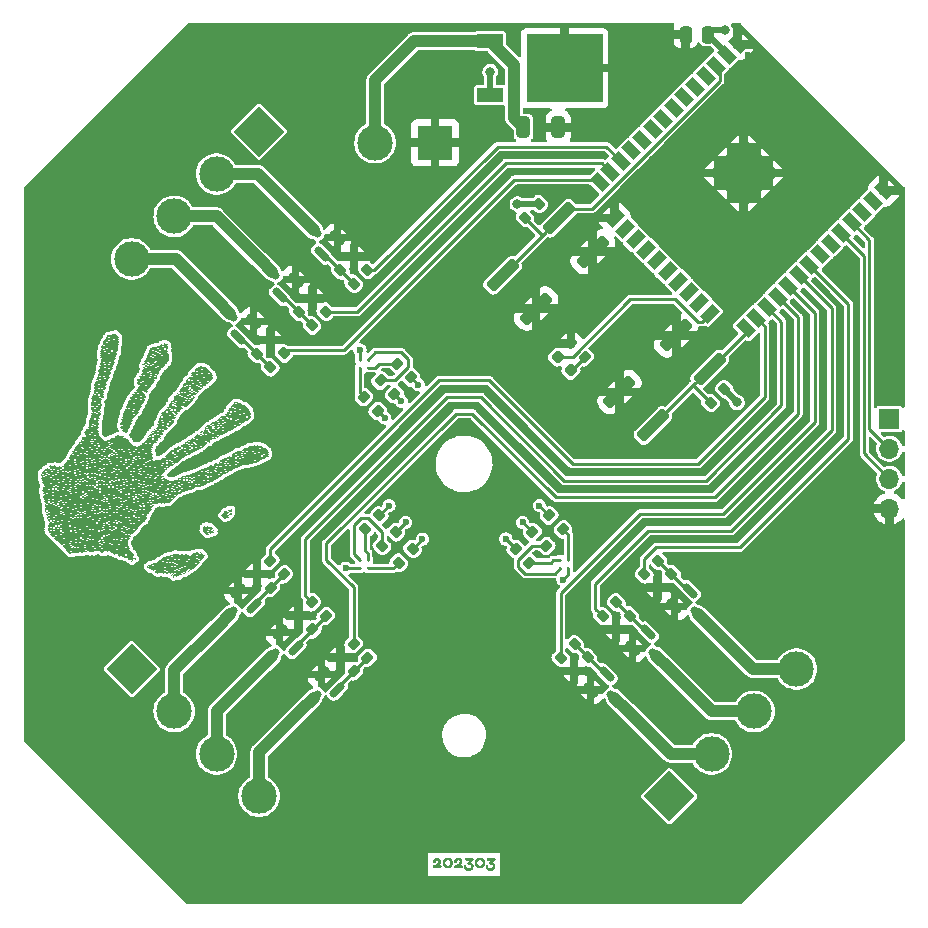
<source format=gtl>
G04 #@! TF.GenerationSoftware,KiCad,Pcbnew,(7.0.0)*
G04 #@! TF.CreationDate,2023-02-17T18:54:55+01:00*
G04 #@! TF.ProjectId,enorme-metapixel,656e6f72-6d65-42d6-9d65-746170697865,rev?*
G04 #@! TF.SameCoordinates,Original*
G04 #@! TF.FileFunction,Copper,L1,Top*
G04 #@! TF.FilePolarity,Positive*
%FSLAX46Y46*%
G04 Gerber Fmt 4.6, Leading zero omitted, Abs format (unit mm)*
G04 Created by KiCad (PCBNEW (7.0.0)) date 2023-02-17 18:54:55*
%MOMM*%
%LPD*%
G01*
G04 APERTURE LIST*
G04 Aperture macros list*
%AMRoundRect*
0 Rectangle with rounded corners*
0 $1 Rounding radius*
0 $2 $3 $4 $5 $6 $7 $8 $9 X,Y pos of 4 corners*
0 Add a 4 corners polygon primitive as box body*
4,1,4,$2,$3,$4,$5,$6,$7,$8,$9,$2,$3,0*
0 Add four circle primitives for the rounded corners*
1,1,$1+$1,$2,$3*
1,1,$1+$1,$4,$5*
1,1,$1+$1,$6,$7*
1,1,$1+$1,$8,$9*
0 Add four rect primitives between the rounded corners*
20,1,$1+$1,$2,$3,$4,$5,0*
20,1,$1+$1,$4,$5,$6,$7,0*
20,1,$1+$1,$6,$7,$8,$9,0*
20,1,$1+$1,$8,$9,$2,$3,0*%
%AMRotRect*
0 Rectangle, with rotation*
0 The origin of the aperture is its center*
0 $1 length*
0 $2 width*
0 $3 Rotation angle, in degrees counterclockwise*
0 Add horizontal line*
21,1,$1,$2,0,0,$3*%
G04 Aperture macros list end*
%ADD10C,0.190000*%
G04 #@! TA.AperFunction,NonConductor*
%ADD11C,0.190000*%
G04 #@! TD*
G04 #@! TA.AperFunction,SMDPad,CuDef*
%ADD12RoundRect,0.150000X-0.521491X0.309359X0.309359X-0.521491X0.521491X-0.309359X-0.309359X0.521491X0*%
G04 #@! TD*
G04 #@! TA.AperFunction,SMDPad,CuDef*
%ADD13R,0.290000X0.290000*%
G04 #@! TD*
G04 #@! TA.AperFunction,SMDPad,CuDef*
%ADD14RoundRect,0.200000X0.335876X0.053033X0.053033X0.335876X-0.335876X-0.053033X-0.053033X-0.335876X0*%
G04 #@! TD*
G04 #@! TA.AperFunction,ComponentPad*
%ADD15R,1.700000X1.700000*%
G04 #@! TD*
G04 #@! TA.AperFunction,ComponentPad*
%ADD16O,1.700000X1.700000*%
G04 #@! TD*
G04 #@! TA.AperFunction,SMDPad,CuDef*
%ADD17RoundRect,0.200000X-0.053033X0.335876X-0.335876X0.053033X0.053033X-0.335876X0.335876X-0.053033X0*%
G04 #@! TD*
G04 #@! TA.AperFunction,SMDPad,CuDef*
%ADD18RoundRect,0.200000X-0.335876X-0.053033X-0.053033X-0.335876X0.335876X0.053033X0.053033X0.335876X0*%
G04 #@! TD*
G04 #@! TA.AperFunction,SMDPad,CuDef*
%ADD19RotRect,1.500000X0.900000X315.000000*%
G04 #@! TD*
G04 #@! TA.AperFunction,SMDPad,CuDef*
%ADD20RotRect,1.500000X0.900000X45.000000*%
G04 #@! TD*
G04 #@! TA.AperFunction,SMDPad,CuDef*
%ADD21RotRect,1.050000X1.050000X315.000000*%
G04 #@! TD*
G04 #@! TA.AperFunction,HeatsinkPad*
%ADD22C,0.475000*%
G04 #@! TD*
G04 #@! TA.AperFunction,SMDPad,CuDef*
%ADD23RotRect,4.200000X4.200000X315.000000*%
G04 #@! TD*
G04 #@! TA.AperFunction,ComponentPad*
%ADD24RotRect,3.000000X3.000000X315.000000*%
G04 #@! TD*
G04 #@! TA.AperFunction,ComponentPad*
%ADD25C,3.000000*%
G04 #@! TD*
G04 #@! TA.AperFunction,ComponentPad*
%ADD26RotRect,3.000000X3.000000X45.000000*%
G04 #@! TD*
G04 #@! TA.AperFunction,SMDPad,CuDef*
%ADD27RoundRect,0.250000X-0.777817X-1.131371X1.131371X0.777817X0.777817X1.131371X-1.131371X-0.777817X0*%
G04 #@! TD*
G04 #@! TA.AperFunction,SMDPad,CuDef*
%ADD28RoundRect,0.200000X0.053033X-0.335876X0.335876X-0.053033X-0.053033X0.335876X-0.335876X0.053033X0*%
G04 #@! TD*
G04 #@! TA.AperFunction,ComponentPad*
%ADD29R,3.000000X3.000000*%
G04 #@! TD*
G04 #@! TA.AperFunction,SMDPad,CuDef*
%ADD30RoundRect,0.150000X0.309359X0.521491X-0.521491X-0.309359X-0.309359X-0.521491X0.521491X0.309359X0*%
G04 #@! TD*
G04 #@! TA.AperFunction,SMDPad,CuDef*
%ADD31RoundRect,0.250000X0.777817X1.131371X-1.131371X-0.777817X-0.777817X-1.131371X1.131371X0.777817X0*%
G04 #@! TD*
G04 #@! TA.AperFunction,SMDPad,CuDef*
%ADD32RoundRect,0.250000X-0.325000X-0.650000X0.325000X-0.650000X0.325000X0.650000X-0.325000X0.650000X0*%
G04 #@! TD*
G04 #@! TA.AperFunction,SMDPad,CuDef*
%ADD33RoundRect,0.150000X0.521491X-0.309359X-0.309359X0.521491X-0.521491X0.309359X0.309359X-0.521491X0*%
G04 #@! TD*
G04 #@! TA.AperFunction,SMDPad,CuDef*
%ADD34R,2.200000X1.200000*%
G04 #@! TD*
G04 #@! TA.AperFunction,SMDPad,CuDef*
%ADD35R,6.400000X5.800000*%
G04 #@! TD*
G04 #@! TA.AperFunction,ComponentPad*
%ADD36RotRect,3.000000X3.000000X225.000000*%
G04 #@! TD*
G04 #@! TA.AperFunction,SMDPad,CuDef*
%ADD37RoundRect,0.218750X0.335876X0.026517X0.026517X0.335876X-0.335876X-0.026517X-0.026517X-0.335876X0*%
G04 #@! TD*
G04 #@! TA.AperFunction,SMDPad,CuDef*
%ADD38RoundRect,0.250000X-0.250000X-0.475000X0.250000X-0.475000X0.250000X0.475000X-0.250000X0.475000X0*%
G04 #@! TD*
G04 #@! TA.AperFunction,ViaPad*
%ADD39C,0.600000*%
G04 #@! TD*
G04 #@! TA.AperFunction,ViaPad*
%ADD40C,0.800000*%
G04 #@! TD*
G04 #@! TA.AperFunction,Conductor*
%ADD41C,0.250000*%
G04 #@! TD*
G04 #@! TA.AperFunction,Conductor*
%ADD42C,1.000000*%
G04 #@! TD*
G04 #@! TA.AperFunction,Conductor*
%ADD43C,0.500000*%
G04 #@! TD*
G04 APERTURE END LIST*
D10*
D11*
G36*
X164933054Y-132156212D02*
G01*
X164930393Y-132167943D01*
X164929002Y-132179962D01*
X164928873Y-132192126D01*
X164929997Y-132204293D01*
X164932368Y-132216322D01*
X164935977Y-132228069D01*
X164940819Y-132239394D01*
X164946884Y-132250154D01*
X164954166Y-132260206D01*
X164962656Y-132269410D01*
X164972348Y-132277623D01*
X164983234Y-132284702D01*
X164995306Y-132290507D01*
X165008558Y-132294894D01*
X165022980Y-132297723D01*
X165038567Y-132298850D01*
X165041498Y-132298850D01*
X165580542Y-132298850D01*
X165593829Y-132298219D01*
X165606259Y-132296381D01*
X165617831Y-132293416D01*
X165628547Y-132289404D01*
X165638405Y-132284427D01*
X165647406Y-132278564D01*
X165655550Y-132271895D01*
X165662836Y-132264503D01*
X165669265Y-132256466D01*
X165674837Y-132247866D01*
X165679552Y-132238783D01*
X165683410Y-132229298D01*
X165686410Y-132219490D01*
X165688553Y-132209441D01*
X165689839Y-132199231D01*
X165690268Y-132188940D01*
X165689839Y-132178650D01*
X165688553Y-132168440D01*
X165686410Y-132158390D01*
X165683410Y-132148583D01*
X165679552Y-132139097D01*
X165674837Y-132130014D01*
X165669265Y-132121414D01*
X165662836Y-132113378D01*
X165655550Y-132105985D01*
X165647406Y-132099317D01*
X165638405Y-132093454D01*
X165628547Y-132088476D01*
X165617831Y-132084465D01*
X165606259Y-132081500D01*
X165593829Y-132079662D01*
X165580542Y-132079031D01*
X165476006Y-132079031D01*
X165483964Y-132072275D01*
X165491849Y-132065290D01*
X165499650Y-132058079D01*
X165507353Y-132050644D01*
X165514948Y-132042989D01*
X165522422Y-132035116D01*
X165529765Y-132027027D01*
X165536963Y-132018726D01*
X165544006Y-132010215D01*
X165550882Y-132001498D01*
X165557578Y-131992576D01*
X165564083Y-131983453D01*
X165570386Y-131974131D01*
X165576474Y-131964614D01*
X165582336Y-131954903D01*
X165587960Y-131945003D01*
X165593335Y-131934915D01*
X165598448Y-131924642D01*
X165603287Y-131914187D01*
X165607842Y-131903553D01*
X165612100Y-131892743D01*
X165616049Y-131881759D01*
X165619678Y-131870604D01*
X165622975Y-131859281D01*
X165625928Y-131847793D01*
X165628526Y-131836142D01*
X165630756Y-131824332D01*
X165632607Y-131812364D01*
X165634067Y-131800243D01*
X165635124Y-131787970D01*
X165635768Y-131775548D01*
X165635985Y-131762981D01*
X165635576Y-131745161D01*
X165634359Y-131727707D01*
X165632351Y-131710631D01*
X165629567Y-131693947D01*
X165626021Y-131677667D01*
X165621730Y-131661805D01*
X165616708Y-131646374D01*
X165610973Y-131631387D01*
X165604538Y-131616858D01*
X165597419Y-131602798D01*
X165589633Y-131589223D01*
X165581193Y-131576144D01*
X165572117Y-131563574D01*
X165562418Y-131551528D01*
X165552114Y-131540018D01*
X165541218Y-131529057D01*
X165529748Y-131518659D01*
X165517717Y-131508836D01*
X165505142Y-131499602D01*
X165492039Y-131490970D01*
X165478422Y-131482952D01*
X165464307Y-131475563D01*
X165449709Y-131468816D01*
X165434645Y-131462722D01*
X165419129Y-131457297D01*
X165403176Y-131452552D01*
X165386804Y-131448501D01*
X165370026Y-131445157D01*
X165352859Y-131442533D01*
X165335317Y-131440643D01*
X165317417Y-131439499D01*
X165299174Y-131439115D01*
X165280519Y-131439536D01*
X165262210Y-131440790D01*
X165244262Y-131442860D01*
X165226692Y-131445728D01*
X165209516Y-131449380D01*
X165192750Y-131453798D01*
X165176410Y-131458966D01*
X165160513Y-131464867D01*
X165145074Y-131471485D01*
X165130110Y-131478804D01*
X165115637Y-131486807D01*
X165101672Y-131495478D01*
X165088230Y-131504799D01*
X165075327Y-131514756D01*
X165062981Y-131525330D01*
X165051206Y-131536507D01*
X165040020Y-131548268D01*
X165029438Y-131560599D01*
X165019476Y-131573482D01*
X165010151Y-131586901D01*
X165001480Y-131600839D01*
X164993477Y-131615281D01*
X164986160Y-131630209D01*
X164979544Y-131645607D01*
X164973646Y-131661459D01*
X164968481Y-131677748D01*
X164964067Y-131694457D01*
X164960419Y-131711571D01*
X164957554Y-131729073D01*
X164955487Y-131746947D01*
X164954235Y-131765175D01*
X164953814Y-131783741D01*
X164954472Y-131796752D01*
X164956386Y-131808947D01*
X164959467Y-131820323D01*
X164963626Y-131830876D01*
X164968774Y-131840604D01*
X164974822Y-131849502D01*
X164981680Y-131857569D01*
X164989260Y-131864799D01*
X164997473Y-131871192D01*
X165006229Y-131876742D01*
X165015439Y-131881447D01*
X165025015Y-131885304D01*
X165034867Y-131888310D01*
X165044906Y-131890461D01*
X165055043Y-131891754D01*
X165065189Y-131892185D01*
X165075338Y-131891756D01*
X165085483Y-131890471D01*
X165095534Y-131888331D01*
X165105401Y-131885339D01*
X165114996Y-131881497D01*
X165124227Y-131876806D01*
X165133005Y-131871271D01*
X165141240Y-131864891D01*
X165148843Y-131857670D01*
X165155724Y-131849610D01*
X165161792Y-131840712D01*
X165166958Y-131830979D01*
X165171133Y-131820414D01*
X165174226Y-131809018D01*
X165176148Y-131796793D01*
X165176808Y-131783741D01*
X165177310Y-131769006D01*
X165178810Y-131755125D01*
X165181298Y-131742113D01*
X165184765Y-131729981D01*
X165189201Y-131718744D01*
X165194595Y-131708415D01*
X165200940Y-131699006D01*
X165208224Y-131690532D01*
X165216438Y-131683005D01*
X165225573Y-131676439D01*
X165235619Y-131670847D01*
X165246566Y-131666241D01*
X165258405Y-131662637D01*
X165271125Y-131660045D01*
X165284718Y-131658481D01*
X165299174Y-131657956D01*
X165314097Y-131658425D01*
X165327837Y-131659814D01*
X165340424Y-131662102D01*
X165351888Y-131665264D01*
X165362261Y-131669278D01*
X165371572Y-131674121D01*
X165379852Y-131679768D01*
X165390406Y-131689697D01*
X165398810Y-131701307D01*
X165405168Y-131714519D01*
X165408321Y-131724178D01*
X165410640Y-131734491D01*
X165412156Y-131745434D01*
X165412899Y-131756985D01*
X165412991Y-131762981D01*
X165412194Y-131777743D01*
X165409857Y-131792258D01*
X165406054Y-131806520D01*
X165400865Y-131820522D01*
X165394365Y-131834258D01*
X165386632Y-131847721D01*
X165377743Y-131860904D01*
X165367775Y-131873802D01*
X165356806Y-131886407D01*
X165344912Y-131898714D01*
X165332170Y-131910715D01*
X165318658Y-131922405D01*
X165304452Y-131933776D01*
X165289630Y-131944823D01*
X165274269Y-131955538D01*
X165258446Y-131965916D01*
X165242238Y-131975949D01*
X165225722Y-131985632D01*
X165208976Y-131994958D01*
X165192075Y-132003920D01*
X165175098Y-132012512D01*
X165158122Y-132020727D01*
X165141223Y-132028560D01*
X165124479Y-132036002D01*
X165107967Y-132043049D01*
X165091764Y-132049693D01*
X165075946Y-132055928D01*
X165060592Y-132061747D01*
X165045779Y-132067145D01*
X165031582Y-132072114D01*
X165018080Y-132076648D01*
X165005350Y-132080741D01*
X164994147Y-132084974D01*
X164983887Y-132090057D01*
X164974562Y-132095899D01*
X164966160Y-132102409D01*
X164958673Y-132109498D01*
X164952091Y-132117073D01*
X164946404Y-132125046D01*
X164940197Y-132136137D01*
X164935541Y-132147559D01*
X164933054Y-132156212D01*
G37*
G36*
X166235873Y-131424307D02*
G01*
X166258332Y-131426026D01*
X166280479Y-131428857D01*
X166302285Y-131432773D01*
X166323722Y-131437746D01*
X166344759Y-131443748D01*
X166365370Y-131450750D01*
X166385524Y-131458727D01*
X166405194Y-131467648D01*
X166424350Y-131477488D01*
X166442963Y-131488218D01*
X166461006Y-131499810D01*
X166478449Y-131512236D01*
X166495263Y-131525469D01*
X166511420Y-131539481D01*
X166526891Y-131554245D01*
X166541647Y-131569731D01*
X166555659Y-131585914D01*
X166568900Y-131602764D01*
X166581339Y-131620255D01*
X166592948Y-131638357D01*
X166603698Y-131657045D01*
X166613561Y-131676289D01*
X166622508Y-131696062D01*
X166630510Y-131716336D01*
X166637539Y-131737084D01*
X166643565Y-131758278D01*
X166648560Y-131779889D01*
X166652495Y-131801891D01*
X166655341Y-131824255D01*
X166657070Y-131846954D01*
X166657652Y-131869959D01*
X166657070Y-131892938D01*
X166655341Y-131915604D01*
X166652496Y-131937929D01*
X166648563Y-131959885D01*
X166643570Y-131981447D01*
X166637548Y-132002585D01*
X166630526Y-132023274D01*
X166622531Y-132043486D01*
X166613594Y-132063193D01*
X166603743Y-132082369D01*
X166593007Y-132100985D01*
X166581416Y-132119015D01*
X166568998Y-132136432D01*
X166555782Y-132153207D01*
X166541798Y-132169315D01*
X166527074Y-132184727D01*
X166511640Y-132199416D01*
X166495524Y-132213356D01*
X166478756Y-132226518D01*
X166461364Y-132238875D01*
X166443377Y-132250401D01*
X166424826Y-132261068D01*
X166405738Y-132270848D01*
X166386142Y-132279715D01*
X166366068Y-132287640D01*
X166345545Y-132294598D01*
X166324602Y-132300559D01*
X166303267Y-132305498D01*
X166281570Y-132309387D01*
X166259540Y-132312199D01*
X166237206Y-132313906D01*
X166214596Y-132314481D01*
X166191853Y-132313906D01*
X166169391Y-132312199D01*
X166147241Y-132309387D01*
X166125431Y-132305498D01*
X166103989Y-132300559D01*
X166082945Y-132294598D01*
X166062327Y-132287640D01*
X166042164Y-132279715D01*
X166022486Y-132270848D01*
X166003320Y-132261068D01*
X165984696Y-132250401D01*
X165966643Y-132238875D01*
X165949189Y-132226518D01*
X165932364Y-132213356D01*
X165916196Y-132199416D01*
X165900713Y-132184727D01*
X165885946Y-132169315D01*
X165871922Y-132153207D01*
X165858671Y-132136432D01*
X165846221Y-132119015D01*
X165834601Y-132100985D01*
X165823841Y-132082369D01*
X165813968Y-132063193D01*
X165805012Y-132043486D01*
X165797002Y-132023274D01*
X165789966Y-132002585D01*
X165783933Y-131981447D01*
X165778933Y-131959885D01*
X165774994Y-131937929D01*
X165772144Y-131915604D01*
X165770413Y-131892938D01*
X165769830Y-131869959D01*
X165992823Y-131869959D01*
X165993107Y-131881545D01*
X165993951Y-131892984D01*
X165995339Y-131904260D01*
X165997261Y-131915360D01*
X165999701Y-131926269D01*
X166002648Y-131936973D01*
X166006086Y-131947457D01*
X166010004Y-131957707D01*
X166014388Y-131967708D01*
X166019224Y-131977446D01*
X166024500Y-131986907D01*
X166030201Y-131996076D01*
X166036315Y-132004938D01*
X166042828Y-132013479D01*
X166049727Y-132021685D01*
X166056998Y-132029541D01*
X166064629Y-132037033D01*
X166072605Y-132044146D01*
X166080914Y-132050867D01*
X166089543Y-132057179D01*
X166098477Y-132063070D01*
X166107704Y-132068524D01*
X166117210Y-132073527D01*
X166126981Y-132078065D01*
X166137006Y-132082124D01*
X166147270Y-132085688D01*
X166157759Y-132088743D01*
X166168462Y-132091275D01*
X166179363Y-132093270D01*
X166190451Y-132094712D01*
X166201711Y-132095588D01*
X166213130Y-132095884D01*
X166224683Y-132095588D01*
X166236068Y-132094712D01*
X166247272Y-132093270D01*
X166258283Y-132091275D01*
X166269087Y-132088743D01*
X166279671Y-132085688D01*
X166290022Y-132082124D01*
X166300127Y-132078065D01*
X166309973Y-132073527D01*
X166319547Y-132068524D01*
X166328835Y-132063070D01*
X166337826Y-132057179D01*
X166346505Y-132050867D01*
X166354860Y-132044146D01*
X166362878Y-132037033D01*
X166370545Y-132029541D01*
X166377849Y-132021685D01*
X166384776Y-132013479D01*
X166391313Y-132004938D01*
X166397448Y-131996076D01*
X166403167Y-131986907D01*
X166408457Y-131977446D01*
X166413306Y-131967708D01*
X166417699Y-131957707D01*
X166421625Y-131947457D01*
X166425069Y-131936973D01*
X166428020Y-131926269D01*
X166430463Y-131915360D01*
X166432386Y-131904260D01*
X166433776Y-131892984D01*
X166434619Y-131881545D01*
X166434903Y-131869959D01*
X166434615Y-131858368D01*
X166433759Y-131846915D01*
X166432351Y-131835616D01*
X166430403Y-131824485D01*
X166427929Y-131813537D01*
X166424944Y-131802787D01*
X166421460Y-131792251D01*
X166417493Y-131781944D01*
X166413056Y-131771880D01*
X166408162Y-131762075D01*
X166402826Y-131752544D01*
X166397062Y-131743301D01*
X166390882Y-131734363D01*
X166384302Y-131725744D01*
X166377335Y-131717458D01*
X166369995Y-131709522D01*
X166362296Y-131701950D01*
X166354252Y-131694757D01*
X166345876Y-131687959D01*
X166337182Y-131681570D01*
X166328185Y-131675606D01*
X166318897Y-131670081D01*
X166309334Y-131665011D01*
X166299508Y-131660410D01*
X166289435Y-131656294D01*
X166279127Y-131652679D01*
X166268598Y-131649578D01*
X166257862Y-131647007D01*
X166246934Y-131644981D01*
X166235827Y-131643515D01*
X166224554Y-131642625D01*
X166213130Y-131642325D01*
X166201711Y-131642625D01*
X166190451Y-131643515D01*
X166179363Y-131644981D01*
X166168462Y-131647007D01*
X166157759Y-131649578D01*
X166147270Y-131652679D01*
X166137006Y-131656294D01*
X166126981Y-131660410D01*
X166117210Y-131665011D01*
X166107704Y-131670081D01*
X166098477Y-131675606D01*
X166089543Y-131681570D01*
X166080914Y-131687959D01*
X166072605Y-131694757D01*
X166064629Y-131701950D01*
X166056998Y-131709522D01*
X166049727Y-131717458D01*
X166042828Y-131725744D01*
X166036315Y-131734363D01*
X166030201Y-131743301D01*
X166024500Y-131752544D01*
X166019224Y-131762075D01*
X166014388Y-131771880D01*
X166010004Y-131781944D01*
X166006086Y-131792251D01*
X166002648Y-131802787D01*
X165999701Y-131813537D01*
X165997261Y-131824485D01*
X165995339Y-131835616D01*
X165993951Y-131846915D01*
X165993107Y-131858368D01*
X165992823Y-131869959D01*
X165769830Y-131869959D01*
X165770409Y-131846954D01*
X165772128Y-131824255D01*
X165774957Y-131801891D01*
X165778870Y-131779889D01*
X165783837Y-131758278D01*
X165789831Y-131737084D01*
X165796822Y-131716336D01*
X165804783Y-131696062D01*
X165813685Y-131676289D01*
X165823501Y-131657045D01*
X165834201Y-131638357D01*
X165845757Y-131620255D01*
X165858142Y-131602764D01*
X165871326Y-131585914D01*
X165885282Y-131569731D01*
X165899981Y-131554245D01*
X165915394Y-131539481D01*
X165931495Y-131525469D01*
X165948253Y-131512236D01*
X165965641Y-131499810D01*
X165983631Y-131488218D01*
X166002195Y-131477488D01*
X166021303Y-131467648D01*
X166040928Y-131458727D01*
X166061041Y-131450750D01*
X166081614Y-131443748D01*
X166102620Y-131437746D01*
X166124028Y-131432773D01*
X166145812Y-131428857D01*
X166167942Y-131426026D01*
X166190391Y-131424307D01*
X166213130Y-131423727D01*
X166235873Y-131424307D01*
G37*
G36*
X166732635Y-132156212D02*
G01*
X166729975Y-132167943D01*
X166728584Y-132179962D01*
X166728454Y-132192126D01*
X166729578Y-132204293D01*
X166731949Y-132216322D01*
X166735559Y-132228069D01*
X166740400Y-132239394D01*
X166746465Y-132250154D01*
X166753747Y-132260206D01*
X166762238Y-132269410D01*
X166771930Y-132277623D01*
X166782815Y-132284702D01*
X166794888Y-132290507D01*
X166808139Y-132294894D01*
X166822562Y-132297723D01*
X166838148Y-132298850D01*
X166841079Y-132298850D01*
X167380123Y-132298850D01*
X167393410Y-132298219D01*
X167405840Y-132296381D01*
X167417413Y-132293416D01*
X167428128Y-132289404D01*
X167437986Y-132284427D01*
X167446987Y-132278564D01*
X167455131Y-132271895D01*
X167462417Y-132264503D01*
X167468847Y-132256466D01*
X167474419Y-132247866D01*
X167479133Y-132238783D01*
X167482991Y-132229298D01*
X167485991Y-132219490D01*
X167488134Y-132209441D01*
X167489420Y-132199231D01*
X167489849Y-132188940D01*
X167489420Y-132178650D01*
X167488134Y-132168440D01*
X167485991Y-132158390D01*
X167482991Y-132148583D01*
X167479133Y-132139097D01*
X167474419Y-132130014D01*
X167468847Y-132121414D01*
X167462417Y-132113378D01*
X167455131Y-132105985D01*
X167446987Y-132099317D01*
X167437986Y-132093454D01*
X167428128Y-132088476D01*
X167417413Y-132084465D01*
X167405840Y-132081500D01*
X167393410Y-132079662D01*
X167380123Y-132079031D01*
X167275587Y-132079031D01*
X167283545Y-132072275D01*
X167291431Y-132065290D01*
X167299231Y-132058079D01*
X167306934Y-132050644D01*
X167314529Y-132042989D01*
X167322004Y-132035116D01*
X167329346Y-132027027D01*
X167336545Y-132018726D01*
X167343587Y-132010215D01*
X167350463Y-132001498D01*
X167357159Y-131992576D01*
X167363665Y-131983453D01*
X167369967Y-131974131D01*
X167376056Y-131964614D01*
X167381918Y-131954903D01*
X167387542Y-131945003D01*
X167392916Y-131934915D01*
X167398029Y-131924642D01*
X167402869Y-131914187D01*
X167407423Y-131903553D01*
X167411681Y-131892743D01*
X167415630Y-131881759D01*
X167419259Y-131870604D01*
X167422556Y-131859281D01*
X167425509Y-131847793D01*
X167428107Y-131836142D01*
X167430337Y-131824332D01*
X167432188Y-131812364D01*
X167433648Y-131800243D01*
X167434706Y-131787970D01*
X167435349Y-131775548D01*
X167435566Y-131762981D01*
X167435157Y-131745161D01*
X167433941Y-131727707D01*
X167431933Y-131710631D01*
X167429148Y-131693947D01*
X167425602Y-131677667D01*
X167421311Y-131661805D01*
X167416290Y-131646374D01*
X167410554Y-131631387D01*
X167404119Y-131616858D01*
X167397000Y-131602798D01*
X167389214Y-131589223D01*
X167380774Y-131576144D01*
X167371698Y-131563574D01*
X167362000Y-131551528D01*
X167351695Y-131540018D01*
X167340800Y-131529057D01*
X167329329Y-131518659D01*
X167317299Y-131508836D01*
X167304724Y-131499602D01*
X167291620Y-131490970D01*
X167278003Y-131482952D01*
X167263888Y-131475563D01*
X167249290Y-131468816D01*
X167234226Y-131462722D01*
X167218710Y-131457297D01*
X167202758Y-131452552D01*
X167186385Y-131448501D01*
X167169607Y-131445157D01*
X167152440Y-131442533D01*
X167134899Y-131440643D01*
X167116998Y-131439499D01*
X167098755Y-131439115D01*
X167080100Y-131439536D01*
X167061791Y-131440790D01*
X167043843Y-131442860D01*
X167026273Y-131445728D01*
X167009097Y-131449380D01*
X166992331Y-131453798D01*
X166975991Y-131458966D01*
X166960094Y-131464867D01*
X166944655Y-131471485D01*
X166929691Y-131478804D01*
X166915219Y-131486807D01*
X166901253Y-131495478D01*
X166887811Y-131504799D01*
X166874909Y-131514756D01*
X166862562Y-131525330D01*
X166850788Y-131536507D01*
X166839601Y-131548268D01*
X166829019Y-131560599D01*
X166819058Y-131573482D01*
X166809733Y-131586901D01*
X166801061Y-131600839D01*
X166793058Y-131615281D01*
X166785741Y-131630209D01*
X166779125Y-131645607D01*
X166773227Y-131661459D01*
X166768063Y-131677748D01*
X166763649Y-131694457D01*
X166760001Y-131711571D01*
X166757135Y-131729073D01*
X166755069Y-131746947D01*
X166753817Y-131765175D01*
X166753396Y-131783741D01*
X166754053Y-131796752D01*
X166755967Y-131808947D01*
X166759048Y-131820323D01*
X166763207Y-131830876D01*
X166768355Y-131840604D01*
X166774403Y-131849502D01*
X166781261Y-131857569D01*
X166788841Y-131864799D01*
X166797054Y-131871192D01*
X166805810Y-131876742D01*
X166815021Y-131881447D01*
X166824596Y-131885304D01*
X166834448Y-131888310D01*
X166844487Y-131890461D01*
X166854624Y-131891754D01*
X166864770Y-131892185D01*
X166874919Y-131891756D01*
X166885064Y-131890471D01*
X166895115Y-131888331D01*
X166904983Y-131885339D01*
X166914577Y-131881497D01*
X166923808Y-131876806D01*
X166932586Y-131871271D01*
X166940822Y-131864891D01*
X166948424Y-131857670D01*
X166955305Y-131849610D01*
X166961373Y-131840712D01*
X166966540Y-131830979D01*
X166970714Y-131820414D01*
X166973807Y-131809018D01*
X166975729Y-131796793D01*
X166976389Y-131783741D01*
X166976892Y-131769006D01*
X166978392Y-131755125D01*
X166980880Y-131742113D01*
X166984346Y-131729981D01*
X166988782Y-131718744D01*
X166994177Y-131708415D01*
X167000521Y-131699006D01*
X167007805Y-131690532D01*
X167016020Y-131683005D01*
X167025154Y-131676439D01*
X167035200Y-131670847D01*
X167046147Y-131666241D01*
X167057986Y-131662637D01*
X167070707Y-131660045D01*
X167084300Y-131658481D01*
X167098755Y-131657956D01*
X167113678Y-131658425D01*
X167127418Y-131659814D01*
X167140005Y-131662102D01*
X167151470Y-131665264D01*
X167161842Y-131669278D01*
X167171153Y-131674121D01*
X167179434Y-131679768D01*
X167189987Y-131689697D01*
X167198391Y-131701307D01*
X167204749Y-131714519D01*
X167207902Y-131724178D01*
X167210221Y-131734491D01*
X167211737Y-131745434D01*
X167212481Y-131756985D01*
X167212572Y-131762981D01*
X167211776Y-131777743D01*
X167209438Y-131792258D01*
X167205636Y-131806520D01*
X167200446Y-131820522D01*
X167193946Y-131834258D01*
X167186213Y-131847721D01*
X167177324Y-131860904D01*
X167167357Y-131873802D01*
X167156387Y-131886407D01*
X167144493Y-131898714D01*
X167131751Y-131910715D01*
X167118239Y-131922405D01*
X167104034Y-131933776D01*
X167089212Y-131944823D01*
X167073851Y-131955538D01*
X167058028Y-131965916D01*
X167041819Y-131975949D01*
X167025304Y-131985632D01*
X167008557Y-131994958D01*
X166991656Y-132003920D01*
X166974680Y-132012512D01*
X166957703Y-132020727D01*
X166940804Y-132028560D01*
X166924060Y-132036002D01*
X166907548Y-132043049D01*
X166891345Y-132049693D01*
X166875528Y-132055928D01*
X166860174Y-132061747D01*
X166845360Y-132067145D01*
X166831163Y-132072114D01*
X166817661Y-132076648D01*
X166804931Y-132080741D01*
X166793728Y-132084974D01*
X166783469Y-132090057D01*
X166774143Y-132095899D01*
X166765741Y-132102409D01*
X166758254Y-132109498D01*
X166751672Y-132117073D01*
X166745985Y-132125046D01*
X166739778Y-132136137D01*
X166735122Y-132147559D01*
X166732635Y-132156212D01*
G37*
G36*
X167976320Y-132564586D02*
G01*
X167999361Y-132564051D01*
X168021900Y-132562466D01*
X168043923Y-132559857D01*
X168065414Y-132556251D01*
X168086359Y-132551675D01*
X168106741Y-132546156D01*
X168126546Y-132539720D01*
X168145759Y-132532395D01*
X168164365Y-132524208D01*
X168182349Y-132515184D01*
X168199696Y-132505352D01*
X168216390Y-132494738D01*
X168232417Y-132483368D01*
X168247761Y-132471271D01*
X168262407Y-132458472D01*
X168276341Y-132444998D01*
X168289548Y-132430877D01*
X168302011Y-132416136D01*
X168313717Y-132400800D01*
X168324649Y-132384898D01*
X168334794Y-132368455D01*
X168344136Y-132351500D01*
X168352659Y-132334058D01*
X168360350Y-132316156D01*
X168367191Y-132297822D01*
X168373170Y-132279083D01*
X168378270Y-132259964D01*
X168382477Y-132240494D01*
X168385775Y-132220699D01*
X168388149Y-132200605D01*
X168389585Y-132180240D01*
X168390067Y-132159631D01*
X168389868Y-132147221D01*
X168389270Y-132134820D01*
X168388272Y-132122444D01*
X168386873Y-132110105D01*
X168385072Y-132097819D01*
X168382867Y-132085599D01*
X168380258Y-132073460D01*
X168377244Y-132061415D01*
X168373824Y-132049479D01*
X168369996Y-132037666D01*
X168365759Y-132025990D01*
X168361113Y-132014465D01*
X168356056Y-132003105D01*
X168350587Y-131991925D01*
X168344705Y-131980939D01*
X168338410Y-131970160D01*
X168331699Y-131959603D01*
X168324572Y-131949281D01*
X168317028Y-131939210D01*
X168309066Y-131929404D01*
X168300685Y-131919875D01*
X168291883Y-131910639D01*
X168282659Y-131901710D01*
X168273014Y-131893101D01*
X168262944Y-131884827D01*
X168252450Y-131876903D01*
X168241530Y-131869341D01*
X168230183Y-131862157D01*
X168218409Y-131855364D01*
X168206205Y-131848976D01*
X168193571Y-131843009D01*
X168180507Y-131837475D01*
X168377855Y-131643302D01*
X168384960Y-131635940D01*
X168391183Y-131628351D01*
X168398919Y-131616617D01*
X168404818Y-131604570D01*
X168408971Y-131592328D01*
X168411469Y-131580012D01*
X168412402Y-131567741D01*
X168411860Y-131555635D01*
X168409935Y-131543813D01*
X168406716Y-131532395D01*
X168402295Y-131521500D01*
X168400569Y-131518005D01*
X168395562Y-131507790D01*
X168389365Y-131498107D01*
X168382022Y-131489077D01*
X168373581Y-131480819D01*
X168364086Y-131473455D01*
X168353583Y-131467103D01*
X168342119Y-131461886D01*
X168329739Y-131457921D01*
X168319251Y-131455376D01*
X168308364Y-131453486D01*
X168297170Y-131452695D01*
X168287400Y-131453231D01*
X168279181Y-131454746D01*
X167759188Y-131454746D01*
X167745901Y-131455374D01*
X167733471Y-131457204D01*
X167721898Y-131460156D01*
X167711183Y-131464150D01*
X167701324Y-131469105D01*
X167692323Y-131474942D01*
X167684180Y-131481580D01*
X167676893Y-131488940D01*
X167670464Y-131496941D01*
X167664892Y-131505503D01*
X167660177Y-131514546D01*
X167656319Y-131523989D01*
X167653319Y-131533753D01*
X167651176Y-131543757D01*
X167649890Y-131553922D01*
X167649462Y-131564167D01*
X167649890Y-131574412D01*
X167651176Y-131584577D01*
X167653319Y-131594581D01*
X167656319Y-131604345D01*
X167660177Y-131613788D01*
X167664892Y-131622831D01*
X167670464Y-131631393D01*
X167676893Y-131639394D01*
X167684180Y-131646754D01*
X167692323Y-131653392D01*
X167701324Y-131659229D01*
X167711183Y-131664184D01*
X167721898Y-131668178D01*
X167733471Y-131671130D01*
X167745901Y-131672960D01*
X167759188Y-131673588D01*
X168038846Y-131673588D01*
X167883752Y-131832346D01*
X167877092Y-131839543D01*
X167865949Y-131854448D01*
X167857615Y-131869856D01*
X167851979Y-131885554D01*
X167848929Y-131901327D01*
X167848353Y-131916962D01*
X167850140Y-131932245D01*
X167854179Y-131946961D01*
X167860356Y-131960897D01*
X167868562Y-131973838D01*
X167878684Y-131985572D01*
X167890610Y-131995883D01*
X167904230Y-132004558D01*
X167919431Y-132011383D01*
X167936101Y-132016144D01*
X167954130Y-132018627D01*
X167963619Y-132018947D01*
X167979847Y-132019173D01*
X167995209Y-132019840D01*
X168009726Y-132020931D01*
X168023422Y-132022428D01*
X168036321Y-132024314D01*
X168048444Y-132026572D01*
X168059817Y-132029185D01*
X168070460Y-132032136D01*
X168080398Y-132035408D01*
X168089653Y-132038983D01*
X168106209Y-132046974D01*
X168120312Y-132055973D01*
X168132147Y-132065842D01*
X168141897Y-132076443D01*
X168149749Y-132087640D01*
X168155887Y-132099295D01*
X168160494Y-132111271D01*
X168163756Y-132123430D01*
X168165858Y-132135634D01*
X168166983Y-132147747D01*
X168167318Y-132159631D01*
X168167121Y-132169427D01*
X168165555Y-132188553D01*
X168162438Y-132206988D01*
X168157785Y-132224647D01*
X168151612Y-132241447D01*
X168143934Y-132257306D01*
X168134766Y-132272140D01*
X168124124Y-132285865D01*
X168112023Y-132298398D01*
X168098479Y-132309656D01*
X168083507Y-132319555D01*
X168067122Y-132328012D01*
X168049339Y-132334943D01*
X168039929Y-132337811D01*
X168030175Y-132340266D01*
X168020080Y-132342298D01*
X168009644Y-132343897D01*
X167998871Y-132345052D01*
X167987762Y-132345753D01*
X167976320Y-132345988D01*
X167964640Y-132345773D01*
X167953325Y-132345130D01*
X167942374Y-132344068D01*
X167931788Y-132342592D01*
X167921567Y-132340710D01*
X167911712Y-132338428D01*
X167902224Y-132335753D01*
X167884346Y-132329252D01*
X167867939Y-132321262D01*
X167853006Y-132311836D01*
X167839549Y-132301029D01*
X167827574Y-132288896D01*
X167817083Y-132275490D01*
X167808080Y-132260866D01*
X167800569Y-132245079D01*
X167794553Y-132228183D01*
X167790035Y-132210232D01*
X167787020Y-132191280D01*
X167786077Y-132181446D01*
X167785511Y-132171383D01*
X167785322Y-132161097D01*
X167784667Y-132147940D01*
X167782760Y-132135586D01*
X167779690Y-132124040D01*
X167775544Y-132113309D01*
X167770411Y-132103400D01*
X167764379Y-132094318D01*
X167757535Y-132086071D01*
X167749968Y-132078665D01*
X167741765Y-132072105D01*
X167733015Y-132066400D01*
X167723805Y-132061555D01*
X167714224Y-132057576D01*
X167704360Y-132054470D01*
X167694300Y-132052243D01*
X167684133Y-132050903D01*
X167673947Y-132050455D01*
X167663758Y-132050903D01*
X167653583Y-132052243D01*
X167643512Y-132054470D01*
X167633632Y-132057576D01*
X167624032Y-132061555D01*
X167614802Y-132066400D01*
X167606030Y-132072105D01*
X167597804Y-132078665D01*
X167590214Y-132086071D01*
X167583348Y-132094318D01*
X167577295Y-132103400D01*
X167572143Y-132113309D01*
X167567982Y-132124040D01*
X167564900Y-132135586D01*
X167562986Y-132147940D01*
X167562328Y-132161097D01*
X167562819Y-132182583D01*
X167564281Y-132203704D01*
X167566696Y-132224441D01*
X167570049Y-132244772D01*
X167574322Y-132264675D01*
X167579499Y-132284132D01*
X167585562Y-132303119D01*
X167592496Y-132321618D01*
X167600283Y-132339606D01*
X167608906Y-132357063D01*
X167618349Y-132373968D01*
X167628596Y-132390300D01*
X167639628Y-132406039D01*
X167651430Y-132421164D01*
X167663984Y-132435653D01*
X167677275Y-132449486D01*
X167691284Y-132462643D01*
X167705996Y-132475101D01*
X167721394Y-132486841D01*
X167737460Y-132497842D01*
X167754179Y-132508082D01*
X167771532Y-132517541D01*
X167789504Y-132526198D01*
X167808078Y-132534032D01*
X167827237Y-132541023D01*
X167846964Y-132547149D01*
X167867243Y-132552390D01*
X167888056Y-132556725D01*
X167909387Y-132560133D01*
X167931219Y-132562593D01*
X167953536Y-132564084D01*
X167976320Y-132564586D01*
G37*
G36*
X168956739Y-131424307D02*
G01*
X168979198Y-131426026D01*
X169001345Y-131428857D01*
X169023151Y-131432773D01*
X169044587Y-131437746D01*
X169065625Y-131443748D01*
X169086235Y-131450750D01*
X169106389Y-131458727D01*
X169126059Y-131467648D01*
X169145215Y-131477488D01*
X169163829Y-131488218D01*
X169181871Y-131499810D01*
X169199314Y-131512236D01*
X169216128Y-131525469D01*
X169232285Y-131539481D01*
X169247756Y-131554245D01*
X169262512Y-131569731D01*
X169276525Y-131585914D01*
X169289765Y-131602764D01*
X169302204Y-131620255D01*
X169313813Y-131638357D01*
X169324563Y-131657045D01*
X169334427Y-131676289D01*
X169343374Y-131696062D01*
X169351376Y-131716336D01*
X169358404Y-131737084D01*
X169364430Y-131758278D01*
X169369425Y-131779889D01*
X169373360Y-131801891D01*
X169376206Y-131824255D01*
X169377935Y-131846954D01*
X169378518Y-131869959D01*
X169377935Y-131892938D01*
X169376207Y-131915604D01*
X169373361Y-131937929D01*
X169369428Y-131959885D01*
X169364436Y-131981447D01*
X169358414Y-132002585D01*
X169351391Y-132023274D01*
X169343396Y-132043486D01*
X169334459Y-132063193D01*
X169324608Y-132082369D01*
X169313872Y-132100985D01*
X169302281Y-132119015D01*
X169289863Y-132136432D01*
X169276647Y-132153207D01*
X169262663Y-132169315D01*
X169247939Y-132184727D01*
X169232505Y-132199416D01*
X169216389Y-132213356D01*
X169199621Y-132226518D01*
X169182229Y-132238875D01*
X169164243Y-132250401D01*
X169145691Y-132261068D01*
X169126603Y-132270848D01*
X169107008Y-132279715D01*
X169086934Y-132287640D01*
X169066411Y-132294598D01*
X169045467Y-132300559D01*
X169024132Y-132305498D01*
X169002435Y-132309387D01*
X168980405Y-132312199D01*
X168958071Y-132313906D01*
X168935461Y-132314481D01*
X168912718Y-132313906D01*
X168890257Y-132312199D01*
X168868106Y-132309387D01*
X168846296Y-132305498D01*
X168824854Y-132300559D01*
X168803810Y-132294598D01*
X168783192Y-132287640D01*
X168763030Y-132279715D01*
X168743351Y-132270848D01*
X168724186Y-132261068D01*
X168705562Y-132250401D01*
X168687509Y-132238875D01*
X168670055Y-132226518D01*
X168653229Y-132213356D01*
X168637061Y-132199416D01*
X168621579Y-132184727D01*
X168606811Y-132169315D01*
X168592787Y-132153207D01*
X168579536Y-132136432D01*
X168567086Y-132119015D01*
X168555467Y-132100985D01*
X168544706Y-132082369D01*
X168534833Y-132063193D01*
X168525877Y-132043486D01*
X168517867Y-132023274D01*
X168510831Y-132002585D01*
X168504799Y-131981447D01*
X168499798Y-131959885D01*
X168495859Y-131937929D01*
X168493009Y-131915604D01*
X168491278Y-131892938D01*
X168490695Y-131869959D01*
X168713689Y-131869959D01*
X168713973Y-131881545D01*
X168714816Y-131892984D01*
X168716205Y-131904260D01*
X168718126Y-131915360D01*
X168720567Y-131926269D01*
X168723513Y-131936973D01*
X168726952Y-131947457D01*
X168730870Y-131957707D01*
X168735253Y-131967708D01*
X168740090Y-131977446D01*
X168745365Y-131986907D01*
X168751067Y-131996076D01*
X168757180Y-132004938D01*
X168763693Y-132013479D01*
X168770592Y-132021685D01*
X168777864Y-132029541D01*
X168785494Y-132037033D01*
X168793471Y-132044146D01*
X168801780Y-132050867D01*
X168810408Y-132057179D01*
X168819342Y-132063070D01*
X168828569Y-132068524D01*
X168838075Y-132073527D01*
X168847847Y-132078065D01*
X168857871Y-132082124D01*
X168868135Y-132085688D01*
X168878625Y-132088743D01*
X168889327Y-132091275D01*
X168900229Y-132093270D01*
X168911316Y-132094712D01*
X168922576Y-132095588D01*
X168933996Y-132095884D01*
X168945548Y-132095588D01*
X168956933Y-132094712D01*
X168968138Y-132093270D01*
X168979148Y-132091275D01*
X168989952Y-132088743D01*
X169000536Y-132085688D01*
X169010887Y-132082124D01*
X169020992Y-132078065D01*
X169030838Y-132073527D01*
X169040412Y-132068524D01*
X169049701Y-132063070D01*
X169058691Y-132057179D01*
X169067371Y-132050867D01*
X169075726Y-132044146D01*
X169083743Y-132037033D01*
X169091410Y-132029541D01*
X169098714Y-132021685D01*
X169105641Y-132013479D01*
X169112179Y-132004938D01*
X169118313Y-131996076D01*
X169124032Y-131986907D01*
X169129323Y-131977446D01*
X169134171Y-131967708D01*
X169138564Y-131957707D01*
X169142490Y-131947457D01*
X169145934Y-131936973D01*
X169148885Y-131926269D01*
X169151328Y-131915360D01*
X169153251Y-131904260D01*
X169154641Y-131892984D01*
X169155484Y-131881545D01*
X169155768Y-131869959D01*
X169155480Y-131858368D01*
X169154625Y-131846915D01*
X169153216Y-131835616D01*
X169151268Y-131824485D01*
X169148794Y-131813537D01*
X169145809Y-131802787D01*
X169142326Y-131792251D01*
X169138358Y-131781944D01*
X169133921Y-131771880D01*
X169129027Y-131762075D01*
X169123691Y-131752544D01*
X169117927Y-131743301D01*
X169111748Y-131734363D01*
X169105168Y-131725744D01*
X169098201Y-131717458D01*
X169090861Y-131709522D01*
X169083162Y-131701950D01*
X169075117Y-131694757D01*
X169066741Y-131687959D01*
X169058047Y-131681570D01*
X169049050Y-131675606D01*
X169039763Y-131670081D01*
X169030199Y-131665011D01*
X169020374Y-131660410D01*
X169010300Y-131656294D01*
X168999992Y-131652679D01*
X168989463Y-131649578D01*
X168978728Y-131647007D01*
X168967799Y-131644981D01*
X168956692Y-131643515D01*
X168945419Y-131642625D01*
X168933996Y-131642325D01*
X168922576Y-131642625D01*
X168911316Y-131643515D01*
X168900229Y-131644981D01*
X168889327Y-131647007D01*
X168878625Y-131649578D01*
X168868135Y-131652679D01*
X168857871Y-131656294D01*
X168847847Y-131660410D01*
X168838075Y-131665011D01*
X168828569Y-131670081D01*
X168819342Y-131675606D01*
X168810408Y-131681570D01*
X168801780Y-131687959D01*
X168793471Y-131694757D01*
X168785494Y-131701950D01*
X168777864Y-131709522D01*
X168770592Y-131717458D01*
X168763693Y-131725744D01*
X168757180Y-131734363D01*
X168751067Y-131743301D01*
X168745365Y-131752544D01*
X168740090Y-131762075D01*
X168735253Y-131771880D01*
X168730870Y-131781944D01*
X168726952Y-131792251D01*
X168723513Y-131802787D01*
X168720567Y-131813537D01*
X168718126Y-131824485D01*
X168716205Y-131835616D01*
X168714816Y-131846915D01*
X168713973Y-131858368D01*
X168713689Y-131869959D01*
X168490695Y-131869959D01*
X168491274Y-131846954D01*
X168492993Y-131824255D01*
X168495823Y-131801891D01*
X168499735Y-131779889D01*
X168504703Y-131758278D01*
X168510696Y-131737084D01*
X168517687Y-131716336D01*
X168525648Y-131696062D01*
X168534551Y-131676289D01*
X168544366Y-131657045D01*
X168555066Y-131638357D01*
X168566623Y-131620255D01*
X168579007Y-131602764D01*
X168592191Y-131585914D01*
X168606147Y-131569731D01*
X168620846Y-131554245D01*
X168636260Y-131539481D01*
X168652360Y-131525469D01*
X168669118Y-131512236D01*
X168686507Y-131499810D01*
X168704497Y-131488218D01*
X168723060Y-131477488D01*
X168742168Y-131467648D01*
X168761793Y-131458727D01*
X168781906Y-131450750D01*
X168802480Y-131443748D01*
X168823485Y-131437746D01*
X168844893Y-131432773D01*
X168866677Y-131428857D01*
X168888808Y-131426026D01*
X168911257Y-131424307D01*
X168933996Y-131423727D01*
X168956739Y-131424307D01*
G37*
G36*
X169823772Y-132564586D02*
G01*
X169846814Y-132564051D01*
X169869353Y-132562466D01*
X169891376Y-132559857D01*
X169912867Y-132556251D01*
X169933811Y-132551675D01*
X169954194Y-132546156D01*
X169973999Y-132539720D01*
X169993212Y-132532395D01*
X170011818Y-132524208D01*
X170029802Y-132515184D01*
X170047149Y-132505352D01*
X170063843Y-132494738D01*
X170079869Y-132483368D01*
X170095214Y-132471271D01*
X170109860Y-132458472D01*
X170123794Y-132444998D01*
X170137001Y-132430877D01*
X170149464Y-132416136D01*
X170161170Y-132400800D01*
X170172102Y-132384898D01*
X170182247Y-132368455D01*
X170191589Y-132351500D01*
X170200112Y-132334058D01*
X170207802Y-132316156D01*
X170214644Y-132297822D01*
X170220623Y-132279083D01*
X170225723Y-132259964D01*
X170229930Y-132240494D01*
X170233228Y-132220699D01*
X170235602Y-132200605D01*
X170237038Y-132180240D01*
X170237520Y-132159631D01*
X170237321Y-132147221D01*
X170236723Y-132134820D01*
X170235725Y-132122444D01*
X170234326Y-132110105D01*
X170232524Y-132097819D01*
X170230320Y-132085599D01*
X170227711Y-132073460D01*
X170224697Y-132061415D01*
X170221277Y-132049479D01*
X170217449Y-132037666D01*
X170213212Y-132025990D01*
X170208566Y-132014465D01*
X170203509Y-132003105D01*
X170198040Y-131991925D01*
X170192158Y-131980939D01*
X170185863Y-131970160D01*
X170179152Y-131959603D01*
X170172025Y-131949281D01*
X170164481Y-131939210D01*
X170156519Y-131929404D01*
X170148138Y-131919875D01*
X170139336Y-131910639D01*
X170130112Y-131901710D01*
X170120466Y-131893101D01*
X170110397Y-131884827D01*
X170099903Y-131876903D01*
X170088983Y-131869341D01*
X170077636Y-131862157D01*
X170065862Y-131855364D01*
X170053658Y-131848976D01*
X170041024Y-131843009D01*
X170027960Y-131837475D01*
X170225308Y-131643302D01*
X170232413Y-131635940D01*
X170238636Y-131628351D01*
X170246372Y-131616617D01*
X170252271Y-131604570D01*
X170256424Y-131592328D01*
X170258922Y-131580012D01*
X170259854Y-131567741D01*
X170259313Y-131555635D01*
X170257388Y-131543813D01*
X170254169Y-131532395D01*
X170249748Y-131521500D01*
X170248022Y-131518005D01*
X170243015Y-131507790D01*
X170236818Y-131498107D01*
X170229475Y-131489077D01*
X170221033Y-131480819D01*
X170211539Y-131473455D01*
X170201036Y-131467103D01*
X170189572Y-131461886D01*
X170177192Y-131457921D01*
X170166704Y-131455376D01*
X170155816Y-131453486D01*
X170144623Y-131452695D01*
X170134853Y-131453231D01*
X170126634Y-131454746D01*
X169606641Y-131454746D01*
X169593353Y-131455374D01*
X169580924Y-131457204D01*
X169569351Y-131460156D01*
X169558635Y-131464150D01*
X169548777Y-131469105D01*
X169539776Y-131474942D01*
X169531633Y-131481580D01*
X169524346Y-131488940D01*
X169517917Y-131496941D01*
X169512345Y-131505503D01*
X169507630Y-131514546D01*
X169503772Y-131523989D01*
X169500772Y-131533753D01*
X169498629Y-131543757D01*
X169497343Y-131553922D01*
X169496915Y-131564167D01*
X169497343Y-131574412D01*
X169498629Y-131584577D01*
X169500772Y-131594581D01*
X169503772Y-131604345D01*
X169507630Y-131613788D01*
X169512345Y-131622831D01*
X169517917Y-131631393D01*
X169524346Y-131639394D01*
X169531633Y-131646754D01*
X169539776Y-131653392D01*
X169548777Y-131659229D01*
X169558635Y-131664184D01*
X169569351Y-131668178D01*
X169580924Y-131671130D01*
X169593353Y-131672960D01*
X169606641Y-131673588D01*
X169886299Y-131673588D01*
X169731204Y-131832346D01*
X169724545Y-131839543D01*
X169713402Y-131854448D01*
X169705068Y-131869856D01*
X169699432Y-131885554D01*
X169696382Y-131901327D01*
X169695806Y-131916962D01*
X169697593Y-131932245D01*
X169701631Y-131946961D01*
X169707809Y-131960897D01*
X169716015Y-131973838D01*
X169726137Y-131985572D01*
X169738063Y-131995883D01*
X169751683Y-132004558D01*
X169766884Y-132011383D01*
X169783554Y-132016144D01*
X169801583Y-132018627D01*
X169811072Y-132018947D01*
X169827300Y-132019173D01*
X169842661Y-132019840D01*
X169857179Y-132020931D01*
X169870875Y-132022428D01*
X169883774Y-132024314D01*
X169895897Y-132026572D01*
X169907269Y-132029185D01*
X169917913Y-132032136D01*
X169927851Y-132035408D01*
X169937106Y-132038983D01*
X169953662Y-132046974D01*
X169967765Y-132055973D01*
X169979599Y-132065842D01*
X169989350Y-132076443D01*
X169997202Y-132087640D01*
X170003339Y-132099295D01*
X170007947Y-132111271D01*
X170011209Y-132123430D01*
X170013311Y-132135634D01*
X170014436Y-132147747D01*
X170014770Y-132159631D01*
X170014574Y-132169427D01*
X170013008Y-132188553D01*
X170009891Y-132206988D01*
X170005238Y-132224647D01*
X169999065Y-132241447D01*
X169991387Y-132257306D01*
X169982219Y-132272140D01*
X169971577Y-132285865D01*
X169959476Y-132298398D01*
X169945932Y-132309656D01*
X169930960Y-132319555D01*
X169914575Y-132328012D01*
X169896792Y-132334943D01*
X169887382Y-132337811D01*
X169877628Y-132340266D01*
X169867533Y-132342298D01*
X169857097Y-132343897D01*
X169846324Y-132345052D01*
X169835215Y-132345753D01*
X169823772Y-132345988D01*
X169812093Y-132345773D01*
X169800778Y-132345130D01*
X169789827Y-132344068D01*
X169779241Y-132342592D01*
X169769020Y-132340710D01*
X169759165Y-132338428D01*
X169749677Y-132335753D01*
X169731799Y-132329252D01*
X169715392Y-132321262D01*
X169700459Y-132311836D01*
X169687002Y-132301029D01*
X169675027Y-132288896D01*
X169664536Y-132275490D01*
X169655533Y-132260866D01*
X169648022Y-132245079D01*
X169642005Y-132228183D01*
X169637488Y-132210232D01*
X169634473Y-132191280D01*
X169633530Y-132181446D01*
X169632963Y-132171383D01*
X169632775Y-132161097D01*
X169632120Y-132147940D01*
X169630213Y-132135586D01*
X169627143Y-132124040D01*
X169622997Y-132113309D01*
X169617864Y-132103400D01*
X169611832Y-132094318D01*
X169604988Y-132086071D01*
X169597420Y-132078665D01*
X169589218Y-132072105D01*
X169580468Y-132066400D01*
X169571258Y-132061555D01*
X169561677Y-132057576D01*
X169551813Y-132054470D01*
X169541753Y-132052243D01*
X169531586Y-132050903D01*
X169521400Y-132050455D01*
X169511211Y-132050903D01*
X169501036Y-132052243D01*
X169490964Y-132054470D01*
X169481085Y-132057576D01*
X169471485Y-132061555D01*
X169462255Y-132066400D01*
X169453483Y-132072105D01*
X169445257Y-132078665D01*
X169437667Y-132086071D01*
X169430801Y-132094318D01*
X169424748Y-132103400D01*
X169419596Y-132113309D01*
X169415435Y-132124040D01*
X169412353Y-132135586D01*
X169410439Y-132147940D01*
X169409781Y-132161097D01*
X169410272Y-132182583D01*
X169411733Y-132203704D01*
X169414149Y-132224441D01*
X169417502Y-132244772D01*
X169421775Y-132264675D01*
X169426952Y-132284132D01*
X169433015Y-132303119D01*
X169439949Y-132321618D01*
X169447736Y-132339606D01*
X169456359Y-132357063D01*
X169465802Y-132373968D01*
X169476048Y-132390300D01*
X169487081Y-132406039D01*
X169498883Y-132421164D01*
X169511437Y-132435653D01*
X169524728Y-132449486D01*
X169538737Y-132462643D01*
X169553449Y-132475101D01*
X169568847Y-132486841D01*
X169584913Y-132497842D01*
X169601631Y-132508082D01*
X169618985Y-132517541D01*
X169636957Y-132526198D01*
X169655531Y-132534032D01*
X169674690Y-132541023D01*
X169694417Y-132547149D01*
X169714696Y-132552390D01*
X169735509Y-132556725D01*
X169756840Y-132560133D01*
X169778672Y-132562593D01*
X169800988Y-132564084D01*
X169823772Y-132564586D01*
G37*
G04 #@! TO.C,G\u002A\u002A\u002A*
G36*
X142864768Y-92642407D02*
G01*
X142804839Y-92702336D01*
X142744911Y-92642407D01*
X142804839Y-92582478D01*
X142864768Y-92642407D01*
G37*
G36*
X132437243Y-103069932D02*
G01*
X132377315Y-103129860D01*
X132317387Y-103069931D01*
X132377315Y-103010003D01*
X132437243Y-103069932D01*
G37*
G36*
X134954232Y-105586920D02*
G01*
X134894304Y-105646848D01*
X134834376Y-105586920D01*
X134894304Y-105526992D01*
X134954232Y-105586920D01*
G37*
G36*
X145441684Y-95339181D02*
G01*
X145321828Y-95459038D01*
X145261900Y-95399110D01*
X145381756Y-95279253D01*
X145441684Y-95339181D01*
G37*
G36*
X145921111Y-95219324D02*
G01*
X145861183Y-95279252D01*
X145801255Y-95219324D01*
X145861183Y-95159396D01*
X145921111Y-95219324D01*
G37*
G36*
X142145629Y-99114664D02*
G01*
X142085700Y-99174592D01*
X142025771Y-99114664D01*
X142085700Y-99054735D01*
X142145629Y-99114664D01*
G37*
G36*
X137291435Y-105526992D02*
G01*
X137231507Y-105586920D01*
X137171579Y-105526992D01*
X137231507Y-105467064D01*
X137291435Y-105526992D01*
G37*
G36*
X139568712Y-106246132D02*
G01*
X139448855Y-106365989D01*
X139388926Y-106306060D01*
X139508783Y-106186203D01*
X139568712Y-106246132D01*
G37*
G36*
X139808424Y-106126275D02*
G01*
X139748496Y-106186203D01*
X139628640Y-106066346D01*
X139688568Y-106006418D01*
X139808424Y-106126275D01*
G37*
G36*
X140887133Y-106845415D02*
G01*
X140827205Y-106905343D01*
X140707349Y-106785487D01*
X140767277Y-106725559D01*
X140887133Y-106845415D01*
G37*
G36*
X142924696Y-107444698D02*
G01*
X142804839Y-107564555D01*
X142744911Y-107504626D01*
X142864767Y-107384770D01*
X142924696Y-107444698D01*
G37*
G36*
X143044553Y-107684411D02*
G01*
X142984624Y-107744340D01*
X142924695Y-107684411D01*
X142984624Y-107624482D01*
X143044553Y-107684411D01*
G37*
G36*
X143464051Y-107624482D02*
G01*
X143404122Y-107684411D01*
X143344194Y-107624483D01*
X143404123Y-107564554D01*
X143464051Y-107624482D01*
G37*
G36*
X147479247Y-102051151D02*
G01*
X147659032Y-101871366D01*
X147718960Y-101931294D01*
X147659032Y-101991222D01*
X147718961Y-102051151D01*
X147898746Y-101871366D01*
X147958674Y-101931294D01*
X147898746Y-101991222D01*
X147958674Y-102051150D01*
X147838817Y-102171007D01*
X147898746Y-102230936D01*
X147838817Y-102290864D01*
X147898745Y-102350792D01*
X147838817Y-102410720D01*
X147778889Y-102350792D01*
X147718961Y-102410720D01*
X147778889Y-102470648D01*
X147718960Y-102530577D01*
X147659032Y-102470649D01*
X147599104Y-102530577D01*
X147659032Y-102590505D01*
X147599103Y-102650434D01*
X147419319Y-102470649D01*
X147359391Y-102530577D01*
X147479247Y-102650434D01*
X147359391Y-102770290D01*
X147119677Y-102530577D01*
X147179605Y-102470649D01*
X147119677Y-102410721D01*
X147059749Y-102470649D01*
X146999820Y-102410720D01*
X147119677Y-102290864D01*
X147239534Y-102290864D01*
X147299462Y-102350792D01*
X147539175Y-102350792D01*
X147599103Y-102410720D01*
X147838817Y-102171007D01*
X147778889Y-102111079D01*
X147539175Y-102350792D01*
X147299462Y-102350792D01*
X147359391Y-102290864D01*
X147299463Y-102230936D01*
X147239534Y-102290864D01*
X147119677Y-102290864D01*
X147179605Y-102230936D01*
X147239534Y-102171007D01*
X147299463Y-102230936D01*
X147359391Y-102171008D01*
X147299462Y-102111079D01*
X147359391Y-102051150D01*
X147419319Y-102111079D01*
X147539175Y-102111079D01*
X147599104Y-102171008D01*
X147659032Y-102111080D01*
X147599103Y-102051151D01*
X147539175Y-102111079D01*
X147419319Y-102111079D01*
X147479247Y-102051151D01*
G37*
G36*
X145501613Y-103429502D02*
G01*
X145621470Y-103309645D01*
X145681398Y-103369573D01*
X145621470Y-103429501D01*
X145681398Y-103489429D01*
X145741326Y-103429501D01*
X145801255Y-103369573D01*
X145741327Y-103309645D01*
X145801255Y-103249717D01*
X146040968Y-103489430D01*
X146160825Y-103369573D01*
X146220753Y-103429501D01*
X146160824Y-103489430D01*
X146220753Y-103549359D01*
X146280682Y-103489430D01*
X146340610Y-103549358D01*
X146160825Y-103729143D01*
X146220753Y-103789071D01*
X146400538Y-103609286D01*
X146460466Y-103669215D01*
X146340610Y-103789071D01*
X146460466Y-103908928D01*
X146400538Y-103968856D01*
X146280682Y-103849000D01*
X146100896Y-104028785D01*
X146040967Y-103968856D01*
X146100896Y-103908928D01*
X146040968Y-103849000D01*
X145921111Y-103968856D01*
X145981039Y-104028784D01*
X145921111Y-104088713D01*
X145861183Y-104028785D01*
X145801255Y-104088713D01*
X145681399Y-103968857D01*
X145801255Y-103968857D01*
X145861183Y-104028785D01*
X145921111Y-103968856D01*
X145861183Y-103908928D01*
X145801255Y-103968857D01*
X145681399Y-103968857D01*
X145681398Y-103968856D01*
X145741326Y-103908928D01*
X145681398Y-103849000D01*
X145621470Y-103908928D01*
X145441684Y-103729143D01*
X145561541Y-103729143D01*
X145621469Y-103789071D01*
X145681398Y-103729143D01*
X145741327Y-103789071D01*
X145861183Y-103789071D01*
X145921111Y-103849000D01*
X145981040Y-103789071D01*
X145921111Y-103729143D01*
X145861183Y-103789071D01*
X145741327Y-103789071D01*
X145801255Y-103729143D01*
X145741326Y-103669215D01*
X145681398Y-103729143D01*
X145621470Y-103669215D01*
X145561541Y-103729143D01*
X145441684Y-103729143D01*
X145501613Y-103669215D01*
X145441684Y-103609287D01*
X145501613Y-103549358D01*
X145621469Y-103549358D01*
X145681398Y-103609287D01*
X145921111Y-103609287D01*
X145981039Y-103669215D01*
X146040968Y-103609286D01*
X145981040Y-103549358D01*
X145921111Y-103609287D01*
X145681398Y-103609287D01*
X145741327Y-103549358D01*
X145681398Y-103489429D01*
X145621469Y-103549358D01*
X145501613Y-103549358D01*
X145441685Y-103489430D01*
X145501613Y-103429502D01*
G37*
G36*
X144902330Y-105586920D02*
G01*
X144962258Y-105526992D01*
X145022186Y-105586920D01*
X145082115Y-105526991D01*
X145261900Y-105706777D01*
X145321828Y-105646849D01*
X145261900Y-105586920D01*
X145321828Y-105526992D01*
X145501613Y-105706778D01*
X145441685Y-105766706D01*
X145501613Y-105826634D01*
X145561541Y-105766706D01*
X145621469Y-105826634D01*
X145561541Y-105886562D01*
X145621470Y-105946490D01*
X145261900Y-106306061D01*
X145201971Y-106246132D01*
X145142043Y-106306060D01*
X145201972Y-106365989D01*
X144602689Y-106965271D01*
X144542760Y-106905343D01*
X144482831Y-106965271D01*
X144542760Y-107025200D01*
X144482832Y-107085128D01*
X144422903Y-107025199D01*
X144243119Y-107204984D01*
X144183191Y-107145056D01*
X144362975Y-106965271D01*
X144303047Y-106905343D01*
X144003406Y-107204985D01*
X144063334Y-107264913D01*
X143943477Y-107384770D01*
X143883549Y-107324842D01*
X143823621Y-107384770D01*
X143763693Y-107324841D01*
X143823621Y-107264913D01*
X143883549Y-107324842D01*
X143943477Y-107264914D01*
X143883549Y-107204985D01*
X143823621Y-107264913D01*
X143763693Y-107204985D01*
X143643836Y-107324842D01*
X143703764Y-107384770D01*
X143583907Y-107504626D01*
X143523979Y-107444698D01*
X143404123Y-107564554D01*
X143344194Y-107504626D01*
X143224338Y-107624482D01*
X143104481Y-107504626D01*
X142984624Y-107624482D01*
X142924696Y-107564554D01*
X143044553Y-107444698D01*
X143284266Y-107444698D01*
X143344194Y-107504626D01*
X143404122Y-107444698D01*
X143344194Y-107384770D01*
X143464050Y-107384770D01*
X143523979Y-107444698D01*
X143583908Y-107384770D01*
X143523979Y-107324841D01*
X143464050Y-107384770D01*
X143344194Y-107384770D01*
X143284266Y-107444698D01*
X143044553Y-107444698D01*
X142924697Y-107324842D01*
X143044553Y-107324842D01*
X143104481Y-107384770D01*
X143164410Y-107324841D01*
X143104482Y-107264913D01*
X143044553Y-107324842D01*
X142924697Y-107324842D01*
X142864768Y-107264913D01*
X142684983Y-107444698D01*
X142625054Y-107384770D01*
X142684983Y-107324841D01*
X142625055Y-107264913D01*
X142445270Y-107444698D01*
X142265485Y-107264913D01*
X142145629Y-107384770D01*
X142025772Y-107264913D01*
X141965843Y-107324842D01*
X141905914Y-107264913D01*
X141845986Y-107324841D01*
X141786058Y-107264913D01*
X141666202Y-107384770D01*
X141606274Y-107324842D01*
X141726131Y-107204984D01*
X141965843Y-107204984D01*
X142025772Y-107264913D01*
X142085700Y-107204985D01*
X142025772Y-107145057D01*
X142385341Y-107145057D01*
X142445269Y-107204985D01*
X142924696Y-107204985D01*
X142984624Y-107264913D01*
X143044552Y-107204985D01*
X143164410Y-107204985D01*
X143224338Y-107264913D01*
X143344194Y-107264913D01*
X143404122Y-107324842D01*
X143464051Y-107264913D01*
X143404122Y-107204984D01*
X143344194Y-107264913D01*
X143224338Y-107264913D01*
X143284266Y-107204985D01*
X143224338Y-107145057D01*
X143164410Y-107204985D01*
X143044552Y-107204985D01*
X143044553Y-107204984D01*
X142984625Y-107145056D01*
X142924696Y-107204985D01*
X142445269Y-107204985D01*
X142505198Y-107145056D01*
X142445270Y-107085128D01*
X142565126Y-107085128D01*
X142625055Y-107145057D01*
X142625056Y-107145056D01*
X142744911Y-107145056D01*
X142804839Y-107204984D01*
X142864767Y-107145056D01*
X142804839Y-107085128D01*
X143044553Y-107085128D01*
X143104481Y-107145056D01*
X143164409Y-107085128D01*
X143104481Y-107025200D01*
X143044553Y-107085128D01*
X142804839Y-107085128D01*
X142744911Y-107145056D01*
X142625056Y-107145056D01*
X142684983Y-107085128D01*
X142625055Y-107025199D01*
X142565126Y-107085128D01*
X142445270Y-107085128D01*
X142385341Y-107145057D01*
X142025772Y-107145057D01*
X142025771Y-107145056D01*
X141965843Y-107204984D01*
X141726131Y-107204984D01*
X141786058Y-107145057D01*
X141726130Y-107085128D01*
X141845987Y-107085128D01*
X141905915Y-107145056D01*
X141965843Y-107085128D01*
X142205557Y-107085128D01*
X142265485Y-107145056D01*
X142325413Y-107085128D01*
X142265485Y-107025200D01*
X142205557Y-107085128D01*
X141965843Y-107085128D01*
X141905915Y-107025200D01*
X141845987Y-107085128D01*
X141726130Y-107085128D01*
X141486417Y-107324841D01*
X141426489Y-107264913D01*
X141486417Y-107204985D01*
X141426488Y-107145056D01*
X141486417Y-107085127D01*
X141426489Y-107025199D01*
X141306632Y-107145056D01*
X141186776Y-107025199D01*
X141126847Y-107085128D01*
X141006990Y-106965271D01*
X140947062Y-107025199D01*
X140887134Y-106965271D01*
X140947062Y-106905343D01*
X141066919Y-106905343D01*
X141126848Y-106965271D01*
X141366560Y-106965271D01*
X141426489Y-107025199D01*
X141486417Y-106965271D01*
X141726130Y-106965271D01*
X141786058Y-107025199D01*
X141845986Y-106965271D01*
X141786058Y-106905343D01*
X141905915Y-106905343D01*
X141965844Y-106965271D01*
X142085700Y-106965271D01*
X142145628Y-107025199D01*
X142205556Y-106965271D01*
X142325413Y-106965271D01*
X142385341Y-107025199D01*
X142445269Y-106965271D01*
X142804840Y-106965271D01*
X142864768Y-107025199D01*
X143224338Y-107025199D01*
X143284266Y-107085128D01*
X143404122Y-107085128D01*
X143464050Y-107145056D01*
X143583908Y-107145056D01*
X143643836Y-107204984D01*
X143703764Y-107145056D01*
X143643836Y-107085128D01*
X143583908Y-107145056D01*
X143464050Y-107145056D01*
X143523979Y-107085127D01*
X143464051Y-107025199D01*
X143404122Y-107085128D01*
X143284266Y-107085128D01*
X143344194Y-107025200D01*
X143284266Y-106965271D01*
X143224338Y-107025199D01*
X142864768Y-107025199D01*
X142924696Y-106965271D01*
X142864768Y-106905343D01*
X142804840Y-106965271D01*
X142445269Y-106965271D01*
X142385341Y-106905343D01*
X142325413Y-106965271D01*
X142205556Y-106965271D01*
X142145628Y-106905343D01*
X142085700Y-106965271D01*
X141965844Y-106965271D01*
X142025772Y-106905343D01*
X141965843Y-106845415D01*
X142205557Y-106845415D01*
X142265485Y-106905343D01*
X142325413Y-106845415D01*
X142565126Y-106845415D01*
X142625055Y-106905343D01*
X142684983Y-106845415D01*
X143164409Y-106845415D01*
X143224338Y-106905343D01*
X143464051Y-106905343D01*
X143523979Y-106965271D01*
X143643835Y-106965271D01*
X143703764Y-107025200D01*
X143943477Y-107025200D01*
X144003405Y-107085128D01*
X144063334Y-107025199D01*
X144003406Y-106965271D01*
X143943477Y-107025200D01*
X143703764Y-107025200D01*
X143763693Y-106965271D01*
X143703764Y-106905343D01*
X143643835Y-106965271D01*
X143523979Y-106965271D01*
X143583907Y-106905343D01*
X143523979Y-106845415D01*
X143643836Y-106845415D01*
X143703764Y-106905343D01*
X143763692Y-106845415D01*
X144003405Y-106845415D01*
X144063334Y-106905343D01*
X144123263Y-106845415D01*
X144063335Y-106785487D01*
X144183191Y-106785487D01*
X144243119Y-106845415D01*
X144303047Y-106785487D01*
X144422904Y-106785487D01*
X144482832Y-106845415D01*
X144542760Y-106785487D01*
X144482832Y-106725559D01*
X144422904Y-106785487D01*
X144303047Y-106785487D01*
X144243119Y-106725559D01*
X144183191Y-106785487D01*
X144063335Y-106785487D01*
X144063334Y-106785486D01*
X144003405Y-106845415D01*
X143763692Y-106845415D01*
X143703764Y-106785487D01*
X143643836Y-106845415D01*
X143523979Y-106845415D01*
X143464051Y-106905343D01*
X143224338Y-106905343D01*
X143284266Y-106845415D01*
X143224338Y-106785486D01*
X143164409Y-106845415D01*
X142684983Y-106845415D01*
X142625055Y-106785486D01*
X142565126Y-106845415D01*
X142325413Y-106845415D01*
X142265485Y-106785487D01*
X142205557Y-106845415D01*
X141965843Y-106845415D01*
X141905915Y-106905343D01*
X141786058Y-106905343D01*
X141726130Y-106965271D01*
X141486417Y-106965271D01*
X141426488Y-106905343D01*
X141366560Y-106965271D01*
X141126848Y-106965271D01*
X141186776Y-106905343D01*
X141126847Y-106845415D01*
X141066919Y-106905343D01*
X140947062Y-106905343D01*
X140887133Y-106845415D01*
X140947062Y-106785486D01*
X141186776Y-106785486D01*
X141246704Y-106845415D01*
X141306632Y-106785487D01*
X141306631Y-106785486D01*
X141546345Y-106785486D01*
X141606274Y-106845415D01*
X141726130Y-106845415D01*
X141786058Y-106905343D01*
X141845987Y-106845415D01*
X141786058Y-106785486D01*
X141726130Y-106845415D01*
X141606274Y-106845415D01*
X141666202Y-106785487D01*
X141606273Y-106725558D01*
X141726130Y-106725558D01*
X141786058Y-106785486D01*
X141845986Y-106725558D01*
X141786058Y-106665630D01*
X141905914Y-106665630D01*
X141965843Y-106725559D01*
X141965844Y-106725558D01*
X142085700Y-106725558D01*
X142145629Y-106785487D01*
X142205557Y-106725559D01*
X142205556Y-106725558D01*
X142325413Y-106725558D01*
X142385341Y-106785486D01*
X142445269Y-106725558D01*
X142565127Y-106725558D01*
X142625055Y-106785486D01*
X142684982Y-106725559D01*
X142804839Y-106725559D01*
X142864767Y-106785487D01*
X142924695Y-106725559D01*
X143044553Y-106725559D01*
X143104481Y-106785487D01*
X143164410Y-106725558D01*
X143104482Y-106665630D01*
X143344194Y-106665630D01*
X143404122Y-106725559D01*
X143464051Y-106665630D01*
X143703765Y-106665630D01*
X143763693Y-106725558D01*
X143883549Y-106725558D01*
X143943477Y-106785487D01*
X144003406Y-106725558D01*
X144602689Y-106725558D01*
X144662617Y-106785486D01*
X144722545Y-106725558D01*
X144662617Y-106665630D01*
X144602689Y-106725558D01*
X144003406Y-106725558D01*
X143943477Y-106665629D01*
X143883549Y-106725558D01*
X143763693Y-106725558D01*
X143823621Y-106665630D01*
X143763693Y-106605702D01*
X143703765Y-106665630D01*
X143464051Y-106665630D01*
X143404122Y-106605701D01*
X144482832Y-106605701D01*
X144542761Y-106665630D01*
X144602689Y-106605702D01*
X144542760Y-106545773D01*
X144482832Y-106605701D01*
X143404122Y-106605701D01*
X143344194Y-106665630D01*
X143104482Y-106665630D01*
X143044553Y-106725559D01*
X142924695Y-106725559D01*
X142924696Y-106725558D01*
X142864768Y-106665630D01*
X142804839Y-106725559D01*
X142684982Y-106725559D01*
X142684983Y-106725558D01*
X142625055Y-106665630D01*
X142565127Y-106725558D01*
X142445269Y-106725558D01*
X142385341Y-106665630D01*
X142325413Y-106725558D01*
X142205556Y-106725558D01*
X142145628Y-106665630D01*
X142085700Y-106725558D01*
X141965844Y-106725558D01*
X142025772Y-106665630D01*
X141965843Y-106605701D01*
X141905914Y-106665630D01*
X141786058Y-106665630D01*
X141726130Y-106725558D01*
X141606273Y-106725558D01*
X141546345Y-106785486D01*
X141306631Y-106785486D01*
X141246704Y-106725558D01*
X141186776Y-106785486D01*
X140947062Y-106785486D01*
X140827206Y-106665630D01*
X141186776Y-106665630D01*
X141246704Y-106725558D01*
X141306632Y-106665630D01*
X141246704Y-106605702D01*
X141186776Y-106665630D01*
X140827206Y-106665630D01*
X140947063Y-106545773D01*
X141006991Y-106605701D01*
X141066919Y-106545773D01*
X141126847Y-106605701D01*
X141366560Y-106605701D01*
X141426489Y-106665630D01*
X141486417Y-106605702D01*
X141426488Y-106545773D01*
X141666202Y-106545773D01*
X141726130Y-106605701D01*
X141786058Y-106545773D01*
X141905915Y-106545773D01*
X141965843Y-106605701D01*
X142025771Y-106545773D01*
X141965843Y-106485845D01*
X142085700Y-106485845D01*
X142145629Y-106545773D01*
X142265485Y-106545773D01*
X142325413Y-106605702D01*
X142325414Y-106605701D01*
X142445270Y-106605701D01*
X142505198Y-106665629D01*
X142565126Y-106605701D01*
X142505198Y-106545773D01*
X142744911Y-106545773D01*
X142804839Y-106605701D01*
X142864766Y-106545774D01*
X143224338Y-106545774D01*
X143284266Y-106605702D01*
X143344194Y-106545773D01*
X143284266Y-106485845D01*
X143224338Y-106545774D01*
X142864766Y-106545774D01*
X142864767Y-106545773D01*
X142804839Y-106485845D01*
X142744911Y-106545773D01*
X142505198Y-106545773D01*
X142445270Y-106605701D01*
X142325414Y-106605701D01*
X142385342Y-106545773D01*
X142325413Y-106485845D01*
X142265485Y-106545773D01*
X142145629Y-106545773D01*
X142205557Y-106485845D01*
X142145628Y-106425917D01*
X142385341Y-106425917D01*
X142445270Y-106485845D01*
X142505198Y-106425917D01*
X142625055Y-106425917D01*
X142684983Y-106485845D01*
X142744911Y-106425917D01*
X142864768Y-106425917D01*
X142924696Y-106485845D01*
X143044553Y-106485845D01*
X143104481Y-106545773D01*
X143164409Y-106485845D01*
X143104481Y-106425917D01*
X143344194Y-106425917D01*
X143404122Y-106485845D01*
X143464051Y-106425917D01*
X143583907Y-106425917D01*
X143643836Y-106485845D01*
X143763693Y-106485845D01*
X143823621Y-106545773D01*
X143883549Y-106485845D01*
X144123262Y-106485845D01*
X144183191Y-106545773D01*
X144243119Y-106485845D01*
X144183190Y-106425917D01*
X144422903Y-106425917D01*
X144482832Y-106485845D01*
X144602688Y-106485845D01*
X144662617Y-106545774D01*
X144722546Y-106485845D01*
X144842402Y-106485845D01*
X144902330Y-106545773D01*
X144962258Y-106485845D01*
X144902330Y-106425917D01*
X144842402Y-106485845D01*
X144722546Y-106485845D01*
X144662617Y-106425917D01*
X144602688Y-106485845D01*
X144482832Y-106485845D01*
X144542760Y-106425917D01*
X144482831Y-106365989D01*
X144422903Y-106425917D01*
X144183190Y-106425917D01*
X144123262Y-106485845D01*
X143883549Y-106485845D01*
X143823621Y-106425917D01*
X143763693Y-106485845D01*
X143643836Y-106485845D01*
X143703765Y-106425917D01*
X143643836Y-106365988D01*
X143583907Y-106425917D01*
X143464051Y-106425917D01*
X143404123Y-106365989D01*
X143344194Y-106425917D01*
X143104481Y-106425917D01*
X143044553Y-106485845D01*
X142924696Y-106485845D01*
X142984624Y-106425917D01*
X142924696Y-106365989D01*
X142864768Y-106425917D01*
X142744911Y-106425917D01*
X142684983Y-106365989D01*
X142625055Y-106425917D01*
X142505198Y-106425917D01*
X142445269Y-106365989D01*
X142385341Y-106425917D01*
X142145628Y-106425917D01*
X142085700Y-106485845D01*
X141965843Y-106485845D01*
X141905915Y-106545773D01*
X141786058Y-106545773D01*
X141726130Y-106485845D01*
X141666202Y-106545773D01*
X141426488Y-106545773D01*
X141366560Y-106605701D01*
X141126847Y-106605701D01*
X141246704Y-106485845D01*
X141306632Y-106545773D01*
X141426489Y-106425917D01*
X141486417Y-106485845D01*
X141546345Y-106425917D01*
X141606273Y-106365989D01*
X141666202Y-106425917D01*
X141726130Y-106365989D01*
X141845986Y-106365989D01*
X141905914Y-106425917D01*
X141965843Y-106365988D01*
X141905915Y-106306060D01*
X142025771Y-106306060D01*
X142085700Y-106365989D01*
X142145629Y-106306060D01*
X142085700Y-106246131D01*
X142025771Y-106306060D01*
X141905915Y-106306060D01*
X141845986Y-106365989D01*
X141726130Y-106365989D01*
X141666202Y-106306060D01*
X141726130Y-106246132D01*
X141786058Y-106306061D01*
X141905915Y-106186204D01*
X141905916Y-106186203D01*
X142145628Y-106186203D01*
X142205557Y-106246132D01*
X142325413Y-106246132D01*
X142385341Y-106306061D01*
X142385342Y-106306060D01*
X142505198Y-106306060D01*
X142565127Y-106365989D01*
X142625055Y-106306061D01*
X142625054Y-106306060D01*
X142744911Y-106306060D01*
X142804839Y-106365988D01*
X142864767Y-106306060D01*
X143104481Y-106306060D01*
X143164410Y-106365989D01*
X143224338Y-106306061D01*
X143224337Y-106306060D01*
X143344194Y-106306060D01*
X143404123Y-106365989D01*
X143464051Y-106306061D01*
X143404122Y-106246132D01*
X143523980Y-106246132D01*
X143583908Y-106306060D01*
X143643836Y-106246132D01*
X143763692Y-106246132D01*
X143823621Y-106306061D01*
X144063334Y-106306061D01*
X144123262Y-106365989D01*
X144183191Y-106306060D01*
X144542760Y-106306060D01*
X144602689Y-106365989D01*
X144662617Y-106306061D01*
X144602688Y-106246132D01*
X144542760Y-106306060D01*
X144183191Y-106306060D01*
X144243119Y-106246132D01*
X144183191Y-106186204D01*
X144063334Y-106306061D01*
X143823621Y-106306061D01*
X143883549Y-106246132D01*
X143823621Y-106186203D01*
X143763692Y-106246132D01*
X143643836Y-106246132D01*
X143583908Y-106186204D01*
X143523980Y-106246132D01*
X143404122Y-106246132D01*
X143344194Y-106306060D01*
X143224337Y-106306060D01*
X143164409Y-106246132D01*
X143104481Y-106306060D01*
X142864767Y-106306060D01*
X142804839Y-106246132D01*
X142744911Y-106306060D01*
X142625054Y-106306060D01*
X142565126Y-106246132D01*
X142505198Y-106306060D01*
X142385342Y-106306060D01*
X142445270Y-106246132D01*
X142385341Y-106186203D01*
X142325413Y-106246132D01*
X142205557Y-106246132D01*
X142265485Y-106186204D01*
X142205556Y-106126275D01*
X142445269Y-106126275D01*
X142505198Y-106186204D01*
X142565127Y-106126275D01*
X142684983Y-106126275D01*
X142744911Y-106186204D01*
X142864767Y-106186204D01*
X142924695Y-106246132D01*
X142984624Y-106186203D01*
X142924696Y-106126275D01*
X143044552Y-106126275D01*
X143104481Y-106186204D01*
X143164410Y-106126275D01*
X143404123Y-106126275D01*
X143464051Y-106186203D01*
X143523978Y-106126276D01*
X144243119Y-106126276D01*
X144303047Y-106186204D01*
X144303048Y-106186203D01*
X144422903Y-106186203D01*
X144482832Y-106246132D01*
X144542760Y-106186204D01*
X144782474Y-106186204D01*
X144842402Y-106246132D01*
X144902330Y-106186203D01*
X144842403Y-106126276D01*
X145082115Y-106126276D01*
X145142043Y-106186204D01*
X145201972Y-106126275D01*
X145142044Y-106066347D01*
X145082115Y-106126276D01*
X144842403Y-106126276D01*
X144842402Y-106126275D01*
X144782474Y-106186204D01*
X144542760Y-106186204D01*
X144482831Y-106126275D01*
X144422903Y-106186203D01*
X144303048Y-106186203D01*
X144362975Y-106126275D01*
X144303047Y-106066347D01*
X144243119Y-106126276D01*
X143523978Y-106126276D01*
X143523979Y-106126275D01*
X143464051Y-106066347D01*
X143404123Y-106126275D01*
X143164410Y-106126275D01*
X143104481Y-106066346D01*
X143044552Y-106126275D01*
X142924696Y-106126275D01*
X142864767Y-106186204D01*
X142744911Y-106186204D01*
X142804839Y-106126276D01*
X142744911Y-106066347D01*
X142684983Y-106126275D01*
X142565127Y-106126275D01*
X142505198Y-106066346D01*
X142445269Y-106126275D01*
X142205556Y-106126275D01*
X142145628Y-106186203D01*
X141905916Y-106186203D01*
X142025772Y-106066347D01*
X142085700Y-106006419D01*
X142145628Y-106066347D01*
X142205557Y-106006418D01*
X142565126Y-106006418D01*
X142625055Y-106066347D01*
X142684983Y-106006419D01*
X142924696Y-106006419D01*
X142984624Y-106066347D01*
X143044553Y-106006418D01*
X143284266Y-106006418D01*
X143344194Y-106066346D01*
X143404121Y-106006419D01*
X143523979Y-106006419D01*
X143583907Y-106066347D01*
X143703765Y-106066347D01*
X143763693Y-106126275D01*
X143823621Y-106066347D01*
X143823620Y-106066346D01*
X143943477Y-106066346D01*
X144003406Y-106126275D01*
X144063334Y-106066347D01*
X144003406Y-106006419D01*
X144123262Y-106006419D01*
X144183190Y-106066347D01*
X144243118Y-106006419D01*
X144362975Y-106006419D01*
X144422903Y-106066347D01*
X144482832Y-106006418D01*
X144602688Y-106006418D01*
X144662617Y-106066347D01*
X144902330Y-106066347D01*
X144962258Y-106126275D01*
X145022186Y-106066347D01*
X144962258Y-106006419D01*
X144902330Y-106066347D01*
X144662617Y-106066347D01*
X144722546Y-106006418D01*
X144662617Y-105946490D01*
X144602688Y-106006418D01*
X144482832Y-106006418D01*
X144422904Y-105946490D01*
X144362975Y-106006419D01*
X144243118Y-106006419D01*
X144243119Y-106006418D01*
X144183191Y-105946490D01*
X144123262Y-106006419D01*
X144003406Y-106006419D01*
X144003405Y-106006418D01*
X143943477Y-106066346D01*
X143823620Y-106066346D01*
X143763693Y-106006419D01*
X143703765Y-106066347D01*
X143583907Y-106066347D01*
X143643836Y-106006418D01*
X143583908Y-105946490D01*
X143823621Y-105946490D01*
X143883549Y-106006418D01*
X143943477Y-105946490D01*
X143883549Y-105886562D01*
X143823621Y-105946490D01*
X143583908Y-105946490D01*
X143523979Y-106006419D01*
X143404121Y-106006419D01*
X143404122Y-106006418D01*
X143344194Y-105946490D01*
X143284266Y-106006418D01*
X143044553Y-106006418D01*
X142984625Y-105946490D01*
X142924696Y-106006419D01*
X142684983Y-106006419D01*
X142625054Y-105946490D01*
X142565126Y-106006418D01*
X142205557Y-106006418D01*
X142265485Y-105946490D01*
X142325413Y-105886562D01*
X142385341Y-105946490D01*
X142445269Y-105886562D01*
X142505197Y-105826634D01*
X142565126Y-105886562D01*
X142804839Y-105886562D01*
X142864767Y-105946490D01*
X142924696Y-105886562D01*
X142864768Y-105826634D01*
X142804839Y-105886562D01*
X142565126Y-105886562D01*
X142684983Y-105766706D01*
X142744911Y-105826634D01*
X142804839Y-105766705D01*
X142864768Y-105826634D01*
X142984625Y-105706777D01*
X143104482Y-105826634D01*
X143224338Y-105826634D01*
X143344194Y-105946490D01*
X143404122Y-105886562D01*
X143523979Y-105886562D01*
X143583908Y-105946490D01*
X143643836Y-105886562D01*
X143583907Y-105826634D01*
X143703765Y-105826634D01*
X143763693Y-105886562D01*
X143823621Y-105826634D01*
X143763693Y-105766706D01*
X143703765Y-105826634D01*
X143583907Y-105826634D01*
X143523979Y-105886562D01*
X143404122Y-105886562D01*
X143284266Y-105766706D01*
X143224338Y-105826634D01*
X143104482Y-105826634D01*
X143164410Y-105766706D01*
X143104481Y-105706777D01*
X143164409Y-105646849D01*
X143284266Y-105766706D01*
X143344194Y-105706777D01*
X143404122Y-105766705D01*
X143464050Y-105706777D01*
X143523979Y-105766706D01*
X143583908Y-105706777D01*
X143643836Y-105766705D01*
X143703764Y-105706777D01*
X143763693Y-105766706D01*
X143823621Y-105706778D01*
X143883549Y-105766706D01*
X143943477Y-105706777D01*
X144003406Y-105766706D01*
X144063334Y-105706778D01*
X144183190Y-105826634D01*
X144303047Y-105706777D01*
X144362975Y-105766706D01*
X144303047Y-105826634D01*
X144362975Y-105886562D01*
X144422903Y-105826634D01*
X144482832Y-105886562D01*
X144722545Y-105886562D01*
X144782474Y-105946490D01*
X145022187Y-105946490D01*
X145082115Y-106006418D01*
X145142043Y-105946490D01*
X145381756Y-105946490D01*
X145441684Y-106006418D01*
X145501613Y-105946490D01*
X145441685Y-105886562D01*
X145381756Y-105946490D01*
X145142043Y-105946490D01*
X145082115Y-105886562D01*
X145022187Y-105946490D01*
X144782474Y-105946490D01*
X144842402Y-105886562D01*
X144782473Y-105826634D01*
X144902330Y-105826634D01*
X144962258Y-105886562D01*
X145022186Y-105826634D01*
X144962258Y-105766706D01*
X145201972Y-105766706D01*
X145261900Y-105826634D01*
X145321828Y-105766705D01*
X145261900Y-105706777D01*
X145201972Y-105766706D01*
X144962258Y-105766706D01*
X144902330Y-105826634D01*
X144782473Y-105826634D01*
X144722545Y-105886562D01*
X144482832Y-105886562D01*
X144542761Y-105826634D01*
X144482832Y-105766705D01*
X144542760Y-105706777D01*
X144602688Y-105646849D01*
X144662617Y-105706778D01*
X144722546Y-105646849D01*
X144842402Y-105766705D01*
X144902330Y-105706777D01*
X144842402Y-105646849D01*
X144842403Y-105646848D01*
X144962258Y-105646848D01*
X145022187Y-105706777D01*
X145082115Y-105646849D01*
X145022186Y-105586920D01*
X144962258Y-105646848D01*
X144842403Y-105646848D01*
X144902330Y-105586920D01*
G37*
G36*
X141905915Y-87967999D02*
G01*
X141965843Y-87908071D01*
X142085700Y-88027928D01*
X142145629Y-87967999D01*
X142085701Y-87908071D01*
X142145629Y-87848143D01*
X142205557Y-87908071D01*
X142265485Y-87848143D01*
X142385341Y-87968000D01*
X142445270Y-87908071D01*
X142505198Y-87967999D01*
X142445269Y-88027928D01*
X142505198Y-88087857D01*
X142445270Y-88147785D01*
X142565126Y-88267641D01*
X142385341Y-88447425D01*
X142505198Y-88567282D01*
X142445269Y-88627211D01*
X142625055Y-88806996D01*
X142565127Y-88866924D01*
X142625055Y-88926852D01*
X142565126Y-88986781D01*
X142625054Y-89046709D01*
X142565126Y-89106637D01*
X142625055Y-89166566D01*
X142565127Y-89226494D01*
X142625055Y-89286422D01*
X142445269Y-89466207D01*
X142505198Y-89526136D01*
X142385342Y-89645992D01*
X142325413Y-89586063D01*
X142265485Y-89645992D01*
X142325413Y-89705921D01*
X142025772Y-90005562D01*
X141965843Y-89945633D01*
X141905915Y-90005561D01*
X141965844Y-90065490D01*
X141845987Y-90185347D01*
X141786058Y-90125418D01*
X141726130Y-90185347D01*
X141786058Y-90245275D01*
X141726130Y-90305203D01*
X141786058Y-90365132D01*
X141546345Y-90604845D01*
X141606273Y-90664773D01*
X141546345Y-90724701D01*
X141606274Y-90784630D01*
X141486417Y-90904486D01*
X141426488Y-90844558D01*
X141366560Y-90904486D01*
X141426489Y-90964414D01*
X141306632Y-91084271D01*
X141366560Y-91144199D01*
X141186775Y-91323985D01*
X141246704Y-91383913D01*
X141186776Y-91443841D01*
X141126847Y-91383913D01*
X141066919Y-91443841D01*
X141126848Y-91503769D01*
X140767277Y-91863339D01*
X140827205Y-91923267D01*
X140647421Y-92103052D01*
X140587493Y-92043124D01*
X140647421Y-91983196D01*
X140587492Y-91923267D01*
X140527564Y-91983195D01*
X140407707Y-91863339D01*
X140347778Y-91923267D01*
X140407707Y-91983196D01*
X140347779Y-92043124D01*
X140407707Y-92103052D01*
X140467635Y-92043124D01*
X140647421Y-92222910D01*
X140587493Y-92282838D01*
X140647421Y-92342766D01*
X140587493Y-92402694D01*
X140647421Y-92462622D01*
X140587492Y-92522550D01*
X140527564Y-92462622D01*
X140467636Y-92522550D01*
X140527564Y-92582478D01*
X140467635Y-92642407D01*
X140527564Y-92702336D01*
X140407708Y-92822192D01*
X140467636Y-92882120D01*
X140227922Y-93121833D01*
X140287851Y-93181762D01*
X140108066Y-93361547D01*
X140167994Y-93421475D01*
X139988209Y-93601260D01*
X140048137Y-93661188D01*
X139688568Y-94020758D01*
X139748496Y-94080686D01*
X139508783Y-94320400D01*
X139568711Y-94380328D01*
X139388926Y-94560112D01*
X139448855Y-94620041D01*
X139269070Y-94799826D01*
X139328998Y-94859754D01*
X139269069Y-94919683D01*
X139328998Y-94979611D01*
X139089285Y-95219324D01*
X139149213Y-95279252D01*
X138969428Y-95459038D01*
X138909500Y-95399110D01*
X138969429Y-95339181D01*
X138909500Y-95279252D01*
X138789643Y-95399109D01*
X138729715Y-95339181D01*
X138849572Y-95219324D01*
X138789643Y-95159395D01*
X138669786Y-95279252D01*
X138609858Y-95219324D01*
X138669786Y-95159396D01*
X138609857Y-95099467D01*
X138969429Y-95099467D01*
X139029357Y-95159395D01*
X139089285Y-95099467D01*
X139029357Y-95039539D01*
X138969429Y-95099467D01*
X138609857Y-95099467D01*
X138490002Y-94979611D01*
X138609858Y-94979611D01*
X138669786Y-95039539D01*
X138729714Y-94979611D01*
X138849572Y-94979611D01*
X138909500Y-95039539D01*
X138969428Y-94979611D01*
X138909500Y-94919683D01*
X138849572Y-94979611D01*
X138729714Y-94979611D01*
X138669786Y-94919683D01*
X138609858Y-94979611D01*
X138490002Y-94979611D01*
X138549930Y-94919683D01*
X138490002Y-94859754D01*
X138549930Y-94799826D01*
X138609858Y-94859755D01*
X138609859Y-94859754D01*
X138849571Y-94859754D01*
X138909500Y-94919683D01*
X138969428Y-94859755D01*
X138909499Y-94799826D01*
X138849571Y-94859754D01*
X138609859Y-94859754D01*
X138669787Y-94799826D01*
X138609858Y-94739897D01*
X138549930Y-94799826D01*
X138490002Y-94739898D01*
X138549930Y-94679969D01*
X138669786Y-94679969D01*
X138729715Y-94739898D01*
X138789643Y-94679970D01*
X138789642Y-94679969D01*
X139029356Y-94679969D01*
X139089285Y-94739898D01*
X139149213Y-94679969D01*
X139089285Y-94620040D01*
X139029356Y-94679969D01*
X138789642Y-94679969D01*
X138729714Y-94620041D01*
X138669786Y-94679969D01*
X138549930Y-94679969D01*
X138490002Y-94620040D01*
X138549930Y-94560112D01*
X138669786Y-94440256D01*
X138729715Y-94500184D01*
X138849571Y-94500184D01*
X138909500Y-94560113D01*
X138969429Y-94500184D01*
X138909500Y-94440256D01*
X139029357Y-94440256D01*
X139089285Y-94500184D01*
X139209141Y-94500184D01*
X139269069Y-94560113D01*
X139328998Y-94500184D01*
X139269069Y-94440256D01*
X139209141Y-94500184D01*
X139089285Y-94500184D01*
X139149213Y-94440256D01*
X139089285Y-94380328D01*
X139029357Y-94440256D01*
X138909500Y-94440256D01*
X138849571Y-94500184D01*
X138729715Y-94500184D01*
X138789643Y-94440256D01*
X138729714Y-94380328D01*
X138669786Y-94440256D01*
X138549930Y-94320400D01*
X138609859Y-94260471D01*
X138849571Y-94260471D01*
X138909500Y-94320400D01*
X138909501Y-94320399D01*
X139388926Y-94320399D01*
X139448855Y-94380328D01*
X139508783Y-94320400D01*
X139448854Y-94260471D01*
X139388926Y-94320399D01*
X138909501Y-94320399D01*
X138969428Y-94260472D01*
X138909499Y-94200543D01*
X139029357Y-94200543D01*
X139089285Y-94260471D01*
X139149213Y-94200543D01*
X139269070Y-94200543D01*
X139328998Y-94260471D01*
X139388926Y-94200543D01*
X139328998Y-94140615D01*
X139269070Y-94200543D01*
X139149213Y-94200543D01*
X139089285Y-94140615D01*
X139029357Y-94200543D01*
X138909499Y-94200543D01*
X138849571Y-94260471D01*
X138609859Y-94260471D01*
X138669787Y-94200543D01*
X138609858Y-94140614D01*
X138669785Y-94080687D01*
X138789643Y-94080687D01*
X138849571Y-94140615D01*
X138909500Y-94080686D01*
X138849572Y-94020758D01*
X139089285Y-94020758D01*
X139149213Y-94080686D01*
X139209141Y-94020758D01*
X139149213Y-93960830D01*
X139269070Y-93960830D01*
X139328998Y-94020758D01*
X139388926Y-93960830D01*
X139328998Y-93900902D01*
X139568712Y-93900902D01*
X139628640Y-93960830D01*
X139688568Y-93900902D01*
X139628640Y-93840974D01*
X139568712Y-93900902D01*
X139328998Y-93900902D01*
X139269070Y-93960830D01*
X139149213Y-93960830D01*
X139089285Y-94020758D01*
X138849572Y-94020758D01*
X138789643Y-94080687D01*
X138669785Y-94080687D01*
X138669786Y-94080686D01*
X138729714Y-94020758D01*
X138669786Y-93960830D01*
X138729715Y-93900902D01*
X138669786Y-93840973D01*
X138909500Y-93840973D01*
X138969429Y-93900902D01*
X139029357Y-93840974D01*
X138969428Y-93781045D01*
X139089285Y-93781045D01*
X139149213Y-93840973D01*
X139209141Y-93781045D01*
X139149213Y-93721117D01*
X139089285Y-93781045D01*
X138969428Y-93781045D01*
X138909500Y-93840973D01*
X138669786Y-93840973D01*
X138789643Y-93721116D01*
X138729715Y-93661188D01*
X138849571Y-93661188D01*
X138909500Y-93721117D01*
X138909501Y-93721116D01*
X139388926Y-93721116D01*
X139448855Y-93781045D01*
X139508783Y-93721117D01*
X139508782Y-93721116D01*
X139628640Y-93721116D01*
X139688568Y-93781045D01*
X139748496Y-93721117D01*
X139688568Y-93661188D01*
X139628640Y-93721116D01*
X139508782Y-93721116D01*
X139448854Y-93661188D01*
X139388926Y-93721116D01*
X138909501Y-93721116D01*
X138969429Y-93661188D01*
X138909500Y-93601259D01*
X138849571Y-93661188D01*
X138729715Y-93661188D01*
X138789643Y-93601260D01*
X138849572Y-93541331D01*
X139209141Y-93541331D01*
X139269070Y-93601260D01*
X139269071Y-93601259D01*
X139508783Y-93601259D01*
X139568712Y-93661188D01*
X139628640Y-93601260D01*
X139568711Y-93541331D01*
X139508783Y-93601259D01*
X139269071Y-93601259D01*
X139328998Y-93541332D01*
X139269069Y-93481403D01*
X139209141Y-93541331D01*
X138849572Y-93541331D01*
X138909500Y-93481403D01*
X138849571Y-93421475D01*
X138909499Y-93361547D01*
X138969428Y-93421475D01*
X139029357Y-93361547D01*
X139149213Y-93361547D01*
X139209141Y-93421475D01*
X139568712Y-93421475D01*
X139628640Y-93481403D01*
X139748496Y-93481403D01*
X139808424Y-93541331D01*
X139868352Y-93481403D01*
X139808424Y-93421475D01*
X139748496Y-93481403D01*
X139628640Y-93481403D01*
X139688568Y-93421475D01*
X139628640Y-93361547D01*
X139568712Y-93421475D01*
X139209141Y-93421475D01*
X139269070Y-93361547D01*
X139209141Y-93301618D01*
X139149213Y-93361547D01*
X139029357Y-93361547D01*
X138909500Y-93241690D01*
X139149213Y-93241690D01*
X139209141Y-93301618D01*
X139269069Y-93241690D01*
X139388927Y-93241690D01*
X139448855Y-93301618D01*
X139808424Y-93301618D01*
X139868353Y-93361547D01*
X139928281Y-93301619D01*
X139868352Y-93241690D01*
X139808424Y-93301618D01*
X139448855Y-93301618D01*
X139508783Y-93241690D01*
X139448855Y-93181762D01*
X139388927Y-93241690D01*
X139269069Y-93241690D01*
X139209141Y-93181762D01*
X139149213Y-93241690D01*
X138909500Y-93241690D01*
X138969428Y-93181762D01*
X139029357Y-93121833D01*
X139628640Y-93121833D01*
X139688568Y-93181762D01*
X139808424Y-93181762D01*
X139868352Y-93241690D01*
X139928281Y-93181761D01*
X139868353Y-93121833D01*
X139808424Y-93181762D01*
X139688568Y-93181762D01*
X139748496Y-93121834D01*
X139688568Y-93061905D01*
X140048137Y-93061905D01*
X140108066Y-93121834D01*
X140167994Y-93061905D01*
X140108066Y-93001977D01*
X140048137Y-93061905D01*
X139688568Y-93061905D01*
X139628640Y-93121833D01*
X139029357Y-93121833D01*
X139089285Y-93061905D01*
X139029357Y-93001977D01*
X139089285Y-92942049D01*
X139149213Y-93001977D01*
X139269069Y-93001977D01*
X139328998Y-93061905D01*
X139388926Y-93001977D01*
X139328997Y-92942049D01*
X139269069Y-93001977D01*
X139149213Y-93001977D01*
X139209141Y-92942049D01*
X139149213Y-92882121D01*
X139149214Y-92882120D01*
X139388926Y-92882120D01*
X139448855Y-92942049D01*
X139568711Y-92942049D01*
X139628640Y-93001977D01*
X139688568Y-92942049D01*
X139628641Y-92882121D01*
X139868352Y-92882121D01*
X139928281Y-92942049D01*
X140048138Y-92942049D01*
X140108066Y-93001977D01*
X140167994Y-92942049D01*
X140108066Y-92882121D01*
X140048138Y-92942049D01*
X139928281Y-92942049D01*
X139988210Y-92882121D01*
X139928281Y-92822192D01*
X139868352Y-92882121D01*
X139628641Y-92882121D01*
X139628640Y-92882120D01*
X139568711Y-92942049D01*
X139448855Y-92942049D01*
X139508783Y-92882121D01*
X139448854Y-92822192D01*
X139388926Y-92882120D01*
X139149214Y-92882120D01*
X139209141Y-92822193D01*
X139149213Y-92762264D01*
X139209141Y-92702335D01*
X139269069Y-92642407D01*
X139328998Y-92702336D01*
X139328999Y-92702335D01*
X139448855Y-92702335D01*
X139508783Y-92762263D01*
X139568710Y-92702336D01*
X139688568Y-92702336D01*
X139748496Y-92762264D01*
X140108066Y-92762264D01*
X140167994Y-92822192D01*
X140287851Y-92702335D01*
X140227923Y-92642407D01*
X140108066Y-92762264D01*
X139748496Y-92762264D01*
X139808424Y-92702335D01*
X139748496Y-92642407D01*
X139688568Y-92702336D01*
X139568710Y-92702336D01*
X139568711Y-92702335D01*
X139508783Y-92642407D01*
X139448855Y-92702335D01*
X139328999Y-92702335D01*
X139388927Y-92642407D01*
X139269070Y-92522550D01*
X139388926Y-92522550D01*
X139448855Y-92582479D01*
X139508783Y-92522551D01*
X139508782Y-92522550D01*
X139748496Y-92522550D01*
X139808424Y-92582479D01*
X139808425Y-92582478D01*
X140167994Y-92582478D01*
X140227923Y-92642407D01*
X140287851Y-92582479D01*
X140227922Y-92522550D01*
X140167994Y-92582478D01*
X139808425Y-92582478D01*
X139868353Y-92522550D01*
X139808424Y-92462622D01*
X139748496Y-92522550D01*
X139508782Y-92522550D01*
X139448854Y-92462622D01*
X139388926Y-92522550D01*
X139269070Y-92522550D01*
X139328998Y-92462622D01*
X139388927Y-92402694D01*
X139508783Y-92402694D01*
X139568712Y-92462622D01*
X139628640Y-92402694D01*
X139868352Y-92402694D01*
X139928281Y-92462622D01*
X140287850Y-92462622D01*
X140347779Y-92522551D01*
X140407708Y-92462622D01*
X140347779Y-92402694D01*
X140287850Y-92462622D01*
X139928281Y-92462622D01*
X139988210Y-92402694D01*
X139928282Y-92342766D01*
X140167994Y-92342766D01*
X140227922Y-92402694D01*
X140287851Y-92342766D01*
X140227922Y-92282837D01*
X140167994Y-92342766D01*
X139928282Y-92342766D01*
X139928281Y-92342765D01*
X139868352Y-92402694D01*
X139628640Y-92402694D01*
X139568711Y-92342766D01*
X139508783Y-92402694D01*
X139388927Y-92402694D01*
X139448855Y-92342766D01*
X139568712Y-92222909D01*
X139808425Y-92222909D01*
X139868353Y-92282837D01*
X139928281Y-92222909D01*
X140048137Y-92222909D01*
X140108066Y-92282838D01*
X140167994Y-92222909D01*
X140287850Y-92222909D01*
X140347779Y-92282838D01*
X140407708Y-92222909D01*
X140347779Y-92162980D01*
X140287850Y-92222909D01*
X140167994Y-92222909D01*
X140108066Y-92162980D01*
X140048137Y-92222909D01*
X139928281Y-92222909D01*
X139868353Y-92162981D01*
X139808425Y-92222909D01*
X139568712Y-92222909D01*
X139508783Y-92162980D01*
X139568711Y-92103052D01*
X139628640Y-92162981D01*
X139688567Y-92103053D01*
X139928281Y-92103053D01*
X139988209Y-92162981D01*
X140048138Y-92103052D01*
X139988210Y-92043124D01*
X139928281Y-92103053D01*
X139688567Y-92103053D01*
X139688568Y-92103052D01*
X139628640Y-92043123D01*
X139748496Y-91923267D01*
X139808424Y-91983196D01*
X140048138Y-91983196D01*
X140108066Y-92043124D01*
X140167994Y-91983195D01*
X140108066Y-91923267D01*
X140048138Y-91983196D01*
X139808424Y-91983196D01*
X139868353Y-91923267D01*
X139808424Y-91863339D01*
X139868352Y-91803411D01*
X139928281Y-91863339D01*
X139988210Y-91803411D01*
X140227922Y-91803411D01*
X140287850Y-91863339D01*
X140347779Y-91803411D01*
X140467635Y-91803411D01*
X140527564Y-91863339D01*
X140587493Y-91803411D01*
X140527564Y-91743482D01*
X140467635Y-91803411D01*
X140347779Y-91803411D01*
X140407707Y-91743483D01*
X140467636Y-91683554D01*
X140407708Y-91623626D01*
X140527564Y-91623626D01*
X140587492Y-91683554D01*
X140707349Y-91683554D01*
X140767277Y-91743482D01*
X140827205Y-91683554D01*
X140767277Y-91623626D01*
X140707349Y-91683554D01*
X140587492Y-91683554D01*
X140647421Y-91623625D01*
X140587494Y-91563698D01*
X140827205Y-91563698D01*
X140887133Y-91623626D01*
X140947062Y-91563697D01*
X140887134Y-91503769D01*
X140827205Y-91563698D01*
X140587494Y-91563698D01*
X140587493Y-91563697D01*
X140527564Y-91623626D01*
X140407708Y-91623626D01*
X140227922Y-91803411D01*
X139988210Y-91803411D01*
X139928281Y-91743482D01*
X140048137Y-91623626D01*
X140167994Y-91623626D01*
X140227922Y-91683554D01*
X140347779Y-91563697D01*
X140287851Y-91503769D01*
X140167994Y-91623626D01*
X140048137Y-91623626D01*
X139988209Y-91563698D01*
X140048138Y-91503769D01*
X140108066Y-91443841D01*
X140167994Y-91503769D01*
X140227922Y-91443841D01*
X140167994Y-91383913D01*
X140407708Y-91383913D01*
X140467636Y-91443841D01*
X140587493Y-91443841D01*
X140647421Y-91503769D01*
X140707349Y-91443841D01*
X140767277Y-91383913D01*
X140887133Y-91383913D01*
X140947062Y-91443841D01*
X141006991Y-91383913D01*
X140947062Y-91323984D01*
X140887133Y-91383913D01*
X140767277Y-91383913D01*
X140707349Y-91323985D01*
X140587493Y-91443841D01*
X140467636Y-91443841D01*
X140527564Y-91383913D01*
X140467636Y-91323985D01*
X140407708Y-91383913D01*
X140167994Y-91383913D01*
X140108066Y-91443841D01*
X140048138Y-91383913D01*
X139988210Y-91443841D01*
X139928281Y-91383913D01*
X139988209Y-91323985D01*
X139928281Y-91264057D01*
X139988210Y-91204128D01*
X139928281Y-91144199D01*
X140167994Y-91144199D01*
X140227923Y-91204128D01*
X140347779Y-91204128D01*
X140407707Y-91264056D01*
X140467635Y-91204128D01*
X140947062Y-91204128D01*
X141006990Y-91264056D01*
X141126847Y-91144199D01*
X141066919Y-91084271D01*
X140947062Y-91204128D01*
X140467635Y-91204128D01*
X140407707Y-91144200D01*
X140347779Y-91204128D01*
X140227923Y-91204128D01*
X140287851Y-91144200D01*
X140227923Y-91084272D01*
X140347779Y-91084272D01*
X140407707Y-91144200D01*
X140467636Y-91084271D01*
X140407708Y-91024343D01*
X140887133Y-91024343D01*
X140947062Y-91084272D01*
X141006991Y-91024343D01*
X140947062Y-90964414D01*
X140887133Y-91024343D01*
X140407708Y-91024343D01*
X140347779Y-91084272D01*
X140227923Y-91084272D01*
X140227922Y-91084271D01*
X140167994Y-91144199D01*
X139928281Y-91144199D01*
X139988209Y-91084271D01*
X139928281Y-91024343D01*
X139988210Y-90964414D01*
X140048138Y-91024342D01*
X140108066Y-90964414D01*
X140048138Y-90904486D01*
X140647421Y-90904486D01*
X140707349Y-90964414D01*
X140767277Y-90904486D01*
X140707349Y-90844558D01*
X140827205Y-90844558D01*
X140887134Y-90904486D01*
X141126848Y-90904486D01*
X141186776Y-90964414D01*
X141246704Y-90904486D01*
X141186776Y-90844558D01*
X141126848Y-90904486D01*
X140887134Y-90904486D01*
X140947062Y-90844558D01*
X140887133Y-90784630D01*
X140827205Y-90844558D01*
X140707349Y-90844558D01*
X140647421Y-90904486D01*
X140048138Y-90904486D01*
X139988210Y-90964414D01*
X139928281Y-90904486D01*
X139988209Y-90844558D01*
X140048138Y-90904486D01*
X140108066Y-90844558D01*
X140048137Y-90784630D01*
X140527564Y-90784630D01*
X140587493Y-90844558D01*
X140647421Y-90784630D01*
X140587492Y-90724702D01*
X140707349Y-90724702D01*
X140767277Y-90784630D01*
X140827205Y-90724702D01*
X140827204Y-90724701D01*
X140947062Y-90724701D01*
X141006991Y-90784630D01*
X141066919Y-90724702D01*
X141006991Y-90664774D01*
X141366560Y-90664774D01*
X141426488Y-90724702D01*
X141486417Y-90664773D01*
X141426489Y-90604845D01*
X141366560Y-90664774D01*
X141006991Y-90664774D01*
X141006990Y-90664773D01*
X140947062Y-90724701D01*
X140827204Y-90724701D01*
X140767277Y-90664774D01*
X140707349Y-90724702D01*
X140587492Y-90724702D01*
X140527564Y-90784630D01*
X140048137Y-90784630D01*
X140108066Y-90724701D01*
X140048138Y-90664773D01*
X140108066Y-90604845D01*
X140347779Y-90604845D01*
X140407707Y-90664773D01*
X140467635Y-90604845D01*
X140587493Y-90604845D01*
X140647421Y-90664773D01*
X140707349Y-90604845D01*
X140947062Y-90604845D01*
X141006990Y-90664773D01*
X141066918Y-90604845D01*
X141186776Y-90604845D01*
X141246704Y-90664773D01*
X141306632Y-90604845D01*
X141246704Y-90544917D01*
X141186776Y-90604845D01*
X141066918Y-90604845D01*
X141126847Y-90544916D01*
X141066919Y-90484988D01*
X140947062Y-90604845D01*
X140707349Y-90604845D01*
X140647421Y-90544917D01*
X140587493Y-90604845D01*
X140467635Y-90604845D01*
X140527564Y-90544916D01*
X140467636Y-90484988D01*
X140347779Y-90604845D01*
X140108066Y-90604845D01*
X140167994Y-90544916D01*
X140227922Y-90604844D01*
X140287850Y-90544916D01*
X140227922Y-90484988D01*
X140347778Y-90365132D01*
X140467635Y-90365132D01*
X140527564Y-90425060D01*
X140647421Y-90425060D01*
X140707349Y-90484988D01*
X140767277Y-90425060D01*
X141006991Y-90425060D01*
X141066919Y-90484988D01*
X141126847Y-90425060D01*
X141246704Y-90425060D01*
X141306632Y-90484988D01*
X141426488Y-90484988D01*
X141486417Y-90544917D01*
X141546346Y-90484988D01*
X141486417Y-90425060D01*
X141426488Y-90484988D01*
X141306632Y-90484988D01*
X141366560Y-90425060D01*
X141306632Y-90365132D01*
X141246704Y-90425060D01*
X141126847Y-90425060D01*
X141066919Y-90365132D01*
X141006991Y-90425060D01*
X140767277Y-90425060D01*
X140707349Y-90365132D01*
X140647421Y-90425060D01*
X140527564Y-90425060D01*
X140587493Y-90365132D01*
X140527564Y-90305203D01*
X140647421Y-90305203D01*
X140707349Y-90365132D01*
X140767277Y-90305203D01*
X140827206Y-90365132D01*
X140887134Y-90305203D01*
X140827205Y-90245275D01*
X140947062Y-90245275D01*
X141006990Y-90305203D01*
X141246704Y-90305203D01*
X141306632Y-90365132D01*
X141366560Y-90305203D01*
X141486417Y-90305203D01*
X141546345Y-90365132D01*
X141606273Y-90305203D01*
X141546345Y-90245275D01*
X141486417Y-90305203D01*
X141366560Y-90305203D01*
X141426488Y-90245275D01*
X141366560Y-90185347D01*
X141246704Y-90305203D01*
X141006990Y-90305203D01*
X141066919Y-90245275D01*
X141006991Y-90185347D01*
X141126847Y-90185347D01*
X141186776Y-90245275D01*
X141246704Y-90185347D01*
X141186776Y-90125418D01*
X141126847Y-90185347D01*
X141006991Y-90185347D01*
X140947062Y-90245275D01*
X140827205Y-90245275D01*
X140767277Y-90305203D01*
X140707349Y-90245275D01*
X140647421Y-90305203D01*
X140527564Y-90305203D01*
X140467635Y-90365132D01*
X140347778Y-90365132D01*
X140407707Y-90305203D01*
X140347779Y-90245275D01*
X140407708Y-90185347D01*
X140527564Y-90185347D01*
X140587492Y-90245275D01*
X140647421Y-90185346D01*
X140587493Y-90125418D01*
X140527564Y-90185347D01*
X140407708Y-90185347D01*
X140347779Y-90125418D01*
X140407707Y-90065490D01*
X140527565Y-90065490D01*
X140587493Y-90125418D01*
X140647421Y-90065490D01*
X140587493Y-90005562D01*
X140707349Y-90005562D01*
X140767277Y-90065490D01*
X140887134Y-90065490D01*
X141006991Y-90185347D01*
X141066919Y-90125419D01*
X141006990Y-90065490D01*
X141246704Y-90065490D01*
X141366560Y-90185347D01*
X141426488Y-90125419D01*
X141366560Y-90065490D01*
X141486417Y-90065490D01*
X141546345Y-90125418D01*
X141606273Y-90065490D01*
X141726130Y-90065490D01*
X141786058Y-90125418D01*
X141845986Y-90065490D01*
X141786058Y-90005562D01*
X141726130Y-90065490D01*
X141606273Y-90065490D01*
X141666202Y-90005561D01*
X141606274Y-89945633D01*
X141726130Y-89945633D01*
X141786058Y-90005562D01*
X141845987Y-89945633D01*
X141786058Y-89885705D01*
X141726130Y-89945633D01*
X141606274Y-89945633D01*
X141486417Y-90065490D01*
X141366560Y-90065490D01*
X141306632Y-90005562D01*
X141246704Y-90065490D01*
X141006990Y-90065490D01*
X140947062Y-90005562D01*
X140887134Y-90065490D01*
X140767277Y-90065490D01*
X140827205Y-90005561D01*
X140767277Y-89945633D01*
X140707349Y-90005562D01*
X140587493Y-90005562D01*
X140527565Y-90065490D01*
X140407707Y-90065490D01*
X140467636Y-90005561D01*
X140347779Y-89885705D01*
X140407707Y-89825777D01*
X140467636Y-89885705D01*
X140587492Y-89885705D01*
X140647421Y-89945634D01*
X140707349Y-89885705D01*
X140827205Y-89885705D01*
X140887133Y-89945633D01*
X141126847Y-89945633D01*
X141186776Y-90005562D01*
X141246704Y-89945634D01*
X141186775Y-89885705D01*
X141306632Y-89885705D01*
X141366560Y-89945633D01*
X141426488Y-89885705D01*
X141486417Y-89945634D01*
X141546346Y-89885705D01*
X141486417Y-89825777D01*
X141606274Y-89825777D01*
X141666202Y-89885705D01*
X141726130Y-89825777D01*
X141845986Y-89825777D01*
X141905915Y-89885705D01*
X141965843Y-89825777D01*
X141905914Y-89765849D01*
X142025772Y-89765849D01*
X142085700Y-89825777D01*
X142145628Y-89765849D01*
X142085700Y-89705921D01*
X142025772Y-89765849D01*
X141905914Y-89765849D01*
X141845986Y-89825777D01*
X141726130Y-89825777D01*
X141666202Y-89765849D01*
X141606274Y-89825777D01*
X141486417Y-89825777D01*
X141426488Y-89885705D01*
X141366560Y-89825777D01*
X141306632Y-89885705D01*
X141186775Y-89885705D01*
X141126847Y-89945633D01*
X140887133Y-89945633D01*
X140947062Y-89885705D01*
X140887134Y-89825777D01*
X141126847Y-89825777D01*
X141186775Y-89885705D01*
X141246704Y-89825777D01*
X141186776Y-89765849D01*
X141306632Y-89765849D01*
X141366560Y-89825777D01*
X141426489Y-89765849D01*
X141366561Y-89705921D01*
X141486417Y-89705921D01*
X141546345Y-89765849D01*
X141606273Y-89705921D01*
X141726130Y-89705921D01*
X141786058Y-89765849D01*
X141845986Y-89705921D01*
X141786058Y-89645993D01*
X141726130Y-89705921D01*
X141606273Y-89705921D01*
X141606274Y-89705920D01*
X141546346Y-89645992D01*
X141486417Y-89705921D01*
X141366561Y-89705921D01*
X141366560Y-89705920D01*
X141306632Y-89765849D01*
X141186776Y-89765849D01*
X141126847Y-89825777D01*
X140887134Y-89825777D01*
X140827205Y-89885705D01*
X140707349Y-89885705D01*
X140647421Y-89825777D01*
X140587492Y-89885705D01*
X140467636Y-89885705D01*
X140527564Y-89825777D01*
X140467635Y-89765849D01*
X140407707Y-89825777D01*
X140347779Y-89765849D01*
X140407707Y-89705921D01*
X140467635Y-89765849D01*
X140527564Y-89705920D01*
X140467636Y-89645992D01*
X140587492Y-89645992D01*
X140647421Y-89705921D01*
X140647422Y-89705920D01*
X140767277Y-89705920D01*
X140827206Y-89765849D01*
X140887134Y-89705921D01*
X141006990Y-89705921D01*
X141066918Y-89765849D01*
X141126847Y-89705920D01*
X141066919Y-89645992D01*
X141186775Y-89645992D01*
X141246704Y-89705921D01*
X141306632Y-89645992D01*
X141246705Y-89586064D01*
X141366560Y-89586064D01*
X141426488Y-89645992D01*
X141486417Y-89586063D01*
X141426489Y-89526135D01*
X141546345Y-89526135D01*
X141606274Y-89586064D01*
X141965843Y-89586064D01*
X142025771Y-89645992D01*
X142085700Y-89586063D01*
X142025772Y-89526135D01*
X142145628Y-89526135D01*
X142205557Y-89586064D01*
X142265485Y-89526135D01*
X142205557Y-89466206D01*
X142145628Y-89526135D01*
X142025772Y-89526135D01*
X141965843Y-89586064D01*
X141606274Y-89586064D01*
X141666202Y-89526136D01*
X141606273Y-89466207D01*
X141845986Y-89466207D01*
X141905915Y-89526136D01*
X141965844Y-89466207D01*
X141905915Y-89406278D01*
X141845986Y-89466207D01*
X141606273Y-89466207D01*
X141546345Y-89526135D01*
X141426489Y-89526135D01*
X141366560Y-89586064D01*
X141246705Y-89586064D01*
X141246704Y-89586063D01*
X141186775Y-89645992D01*
X141066919Y-89645992D01*
X141006990Y-89705921D01*
X140887134Y-89705921D01*
X140827205Y-89645992D01*
X140767277Y-89705920D01*
X140647422Y-89705920D01*
X140707349Y-89645992D01*
X140647421Y-89586063D01*
X140587492Y-89645992D01*
X140467636Y-89645992D01*
X140407707Y-89705921D01*
X140347779Y-89645993D01*
X140407708Y-89586064D01*
X140467636Y-89645992D01*
X140527564Y-89586064D01*
X140467636Y-89526136D01*
X140527565Y-89466207D01*
X140767277Y-89466207D01*
X140947062Y-89645993D01*
X141006991Y-89586064D01*
X141066919Y-89645992D01*
X141126847Y-89586064D01*
X141066919Y-89526136D01*
X141006991Y-89586064D01*
X140827205Y-89406278D01*
X140767277Y-89466207D01*
X140527565Y-89466207D01*
X140467636Y-89406278D01*
X140587492Y-89286422D01*
X140707349Y-89286422D01*
X140767277Y-89346350D01*
X140887133Y-89346350D01*
X140947062Y-89406279D01*
X140947063Y-89406278D01*
X141066919Y-89406278D01*
X141126848Y-89466207D01*
X141126849Y-89466206D01*
X141366560Y-89466206D01*
X141426489Y-89526135D01*
X141486417Y-89466207D01*
X141546345Y-89406279D01*
X141486416Y-89346350D01*
X141366560Y-89466206D01*
X141126849Y-89466206D01*
X141186776Y-89406279D01*
X141246704Y-89346350D01*
X141186776Y-89286422D01*
X141306632Y-89286422D01*
X141366560Y-89346350D01*
X141426489Y-89286422D01*
X141546345Y-89286422D01*
X141606274Y-89346350D01*
X141726130Y-89346350D01*
X141786058Y-89406279D01*
X141845987Y-89346350D01*
X141965843Y-89346350D01*
X142025772Y-89406279D01*
X142085701Y-89346350D01*
X142025772Y-89286422D01*
X142145629Y-89286422D01*
X142205557Y-89346350D01*
X142325413Y-89346350D01*
X142385341Y-89406279D01*
X142445270Y-89346350D01*
X142385341Y-89286422D01*
X142325413Y-89346350D01*
X142205557Y-89346350D01*
X142265485Y-89286422D01*
X142205557Y-89226494D01*
X142325413Y-89226494D01*
X142385341Y-89286422D01*
X142445269Y-89226494D01*
X142385341Y-89166566D01*
X142325413Y-89226494D01*
X142205557Y-89226494D01*
X142145629Y-89286422D01*
X142025772Y-89286422D01*
X141965843Y-89346350D01*
X141845987Y-89346350D01*
X141786058Y-89286422D01*
X141726130Y-89346350D01*
X141606274Y-89346350D01*
X141666202Y-89286422D01*
X141606273Y-89226494D01*
X141845986Y-89226494D01*
X141905915Y-89286422D01*
X141965844Y-89226494D01*
X141905915Y-89166565D01*
X141845986Y-89226494D01*
X141606273Y-89226494D01*
X141546345Y-89286422D01*
X141426489Y-89286422D01*
X141486417Y-89226494D01*
X141426489Y-89166566D01*
X141306632Y-89286422D01*
X141186776Y-89286422D01*
X141066919Y-89406278D01*
X140947063Y-89406278D01*
X141006991Y-89346350D01*
X140947062Y-89286422D01*
X140887133Y-89346350D01*
X140767277Y-89346350D01*
X140827205Y-89286422D01*
X140767277Y-89226494D01*
X140707349Y-89286422D01*
X140587492Y-89286422D01*
X140647421Y-89226494D01*
X140707349Y-89166566D01*
X140827206Y-89166566D01*
X140887134Y-89226494D01*
X140947062Y-89166566D01*
X140947061Y-89166565D01*
X141066919Y-89166565D01*
X141126848Y-89226494D01*
X141186776Y-89166566D01*
X141246704Y-89226494D01*
X141306632Y-89166566D01*
X141246704Y-89106638D01*
X141186776Y-89166566D01*
X141126847Y-89106637D01*
X141066919Y-89166565D01*
X140947061Y-89166565D01*
X140887134Y-89106638D01*
X140827206Y-89166566D01*
X140707349Y-89166566D01*
X140647421Y-89106638D01*
X140707349Y-89046709D01*
X140827205Y-89046709D01*
X140887134Y-89106638D01*
X140947063Y-89046709D01*
X140887135Y-88986781D01*
X141006991Y-88986781D01*
X141066919Y-89046709D01*
X141186775Y-89046709D01*
X141246704Y-89106638D01*
X141306632Y-89046709D01*
X141246704Y-88986780D01*
X141186775Y-89046709D01*
X141066919Y-89046709D01*
X141126847Y-88986781D01*
X141066919Y-88926853D01*
X141006991Y-88986781D01*
X140887135Y-88986781D01*
X140887134Y-88986780D01*
X140827205Y-89046709D01*
X140707349Y-89046709D01*
X140767277Y-88986781D01*
X140827206Y-88926852D01*
X140767277Y-88866924D01*
X140887134Y-88866924D01*
X140947062Y-88926852D01*
X141006990Y-88866924D01*
X140947062Y-88806996D01*
X140887134Y-88866924D01*
X140767277Y-88866924D01*
X140827205Y-88806996D01*
X140767277Y-88747068D01*
X141006991Y-88747068D01*
X141066919Y-88806996D01*
X141186776Y-88806996D01*
X141246704Y-88866924D01*
X141366560Y-88866924D01*
X141426489Y-88926852D01*
X141666202Y-88926852D01*
X141726130Y-88986780D01*
X141666202Y-89046709D01*
X141726130Y-89106637D01*
X141845987Y-89106637D01*
X141905915Y-89166565D01*
X141965842Y-89106638D01*
X142085700Y-89106638D01*
X142145628Y-89166566D01*
X142205556Y-89106638D01*
X142325413Y-89106638D01*
X142385341Y-89166566D01*
X142445270Y-89106637D01*
X142385342Y-89046709D01*
X142325413Y-89106638D01*
X142205556Y-89106638D01*
X142205557Y-89106637D01*
X142145629Y-89046709D01*
X142085700Y-89106638D01*
X141965842Y-89106638D01*
X141965843Y-89106637D01*
X141905915Y-89046709D01*
X141845987Y-89106637D01*
X141726130Y-89106637D01*
X141786058Y-89046708D01*
X141845986Y-88986780D01*
X142085700Y-88986780D01*
X142145629Y-89046709D01*
X142205557Y-88986781D01*
X142145628Y-88926852D01*
X142265485Y-88926852D01*
X142325413Y-88986780D01*
X142385341Y-88926852D01*
X142325413Y-88866924D01*
X142265485Y-88926852D01*
X142145628Y-88926852D01*
X142085700Y-88986780D01*
X141845986Y-88986780D01*
X141726130Y-88866924D01*
X141965843Y-88866924D01*
X142025772Y-88926852D01*
X142085700Y-88866924D01*
X142025771Y-88806996D01*
X142145629Y-88806996D01*
X142205557Y-88866924D01*
X142265485Y-88806996D01*
X142205557Y-88747068D01*
X142145629Y-88806996D01*
X142025771Y-88806996D01*
X141965843Y-88866924D01*
X141726130Y-88866924D01*
X141666202Y-88926852D01*
X141426489Y-88926852D01*
X141486417Y-88866924D01*
X141426488Y-88806996D01*
X141366560Y-88866924D01*
X141246704Y-88866924D01*
X141306632Y-88806996D01*
X141246704Y-88747068D01*
X141186776Y-88806996D01*
X141066919Y-88806996D01*
X141126847Y-88747068D01*
X141126846Y-88747067D01*
X141486417Y-88747067D01*
X141546346Y-88806996D01*
X141666202Y-88806996D01*
X141726130Y-88866924D01*
X141786058Y-88806996D01*
X141726130Y-88747068D01*
X141666202Y-88806996D01*
X141546346Y-88806996D01*
X141606274Y-88747068D01*
X141546345Y-88687139D01*
X141486417Y-88747067D01*
X141126846Y-88747067D01*
X141066919Y-88687140D01*
X141006991Y-88747068D01*
X140767277Y-88747068D01*
X140887134Y-88627211D01*
X140947062Y-88687139D01*
X141006990Y-88627211D01*
X141246704Y-88627211D01*
X141306632Y-88687140D01*
X141366561Y-88627211D01*
X141306633Y-88567283D01*
X141426489Y-88567283D01*
X141486417Y-88627211D01*
X141606273Y-88627211D01*
X141666202Y-88687140D01*
X141666203Y-88687139D01*
X141786058Y-88687139D01*
X141845987Y-88747068D01*
X141905915Y-88687140D01*
X142265485Y-88687140D01*
X142325413Y-88747068D01*
X142385341Y-88687139D01*
X142325413Y-88627211D01*
X142265485Y-88687140D01*
X141905915Y-88687140D01*
X141845986Y-88627211D01*
X142085700Y-88627211D01*
X142145628Y-88687139D01*
X142205556Y-88627211D01*
X142145628Y-88567283D01*
X142085700Y-88627211D01*
X141845986Y-88627211D01*
X141786058Y-88687139D01*
X141666203Y-88687139D01*
X141726130Y-88627211D01*
X141666202Y-88567282D01*
X141606273Y-88627211D01*
X141486417Y-88627211D01*
X141546345Y-88567283D01*
X141486417Y-88507355D01*
X141426489Y-88567283D01*
X141306633Y-88567283D01*
X141306632Y-88567282D01*
X141246704Y-88627211D01*
X141006990Y-88627211D01*
X140887133Y-88507354D01*
X141006991Y-88507354D01*
X141066919Y-88567282D01*
X141126847Y-88507354D01*
X141066919Y-88447426D01*
X141006991Y-88507354D01*
X140887133Y-88507354D01*
X140947062Y-88447425D01*
X141186776Y-88447425D01*
X141246704Y-88507354D01*
X141306632Y-88447426D01*
X141546346Y-88447426D01*
X141606274Y-88507354D01*
X141666202Y-88447426D01*
X141666201Y-88447425D01*
X141786058Y-88447425D01*
X141845987Y-88507354D01*
X141965843Y-88507354D01*
X142025772Y-88567283D01*
X142085700Y-88507355D01*
X142085699Y-88507354D01*
X142205557Y-88507354D01*
X142265485Y-88567282D01*
X142325413Y-88507354D01*
X142265485Y-88447426D01*
X142205557Y-88507354D01*
X142085699Y-88507354D01*
X142025771Y-88447426D01*
X141965843Y-88507354D01*
X141845987Y-88507354D01*
X141905915Y-88447426D01*
X141845987Y-88387498D01*
X142205557Y-88387498D01*
X142265485Y-88447426D01*
X142325413Y-88387497D01*
X142265485Y-88327569D01*
X142205557Y-88387498D01*
X141845987Y-88387498D01*
X141845986Y-88387497D01*
X141786058Y-88447425D01*
X141666201Y-88447425D01*
X141606274Y-88387498D01*
X141546346Y-88447426D01*
X141306632Y-88447426D01*
X141246704Y-88387497D01*
X141186776Y-88447425D01*
X140947062Y-88447425D01*
X141006990Y-88387497D01*
X140947062Y-88327569D01*
X141006991Y-88267641D01*
X141126848Y-88387497D01*
X141186776Y-88327569D01*
X141306632Y-88327569D01*
X141366560Y-88387498D01*
X141426489Y-88327569D01*
X141366560Y-88267641D01*
X141606274Y-88267641D01*
X141666202Y-88327569D01*
X141786058Y-88327569D01*
X141845986Y-88387497D01*
X141905914Y-88327569D01*
X142025772Y-88327569D01*
X142085700Y-88387497D01*
X142145628Y-88327569D01*
X142085700Y-88267641D01*
X142205557Y-88267641D01*
X142265485Y-88327569D01*
X142325413Y-88267641D01*
X142265485Y-88207713D01*
X142205557Y-88267641D01*
X142085700Y-88267641D01*
X142025772Y-88327569D01*
X141905914Y-88327569D01*
X141845986Y-88267641D01*
X141786058Y-88327569D01*
X141666202Y-88327569D01*
X141726130Y-88267641D01*
X141666202Y-88207713D01*
X141905915Y-88207713D01*
X141965843Y-88267641D01*
X142025771Y-88207713D01*
X141965843Y-88147785D01*
X141905915Y-88207713D01*
X141666202Y-88207713D01*
X141606274Y-88267641D01*
X141366560Y-88267641D01*
X141306632Y-88327569D01*
X141186776Y-88327569D01*
X141126847Y-88267641D01*
X141186775Y-88207713D01*
X141246704Y-88147784D01*
X141306632Y-88207713D01*
X141366560Y-88147785D01*
X141426488Y-88207713D01*
X141486417Y-88147784D01*
X141546345Y-88087856D01*
X141606274Y-88147785D01*
X141666202Y-88087857D01*
X141726130Y-88147785D01*
X141786058Y-88087856D01*
X142025772Y-88087856D01*
X142085700Y-88147784D01*
X142325413Y-88147784D01*
X142385342Y-88207713D01*
X142445270Y-88147785D01*
X142385341Y-88087856D01*
X142325413Y-88147784D01*
X142085700Y-88147784D01*
X142145628Y-88087856D01*
X142085700Y-88027928D01*
X142025772Y-88087856D01*
X141786058Y-88087856D01*
X141905915Y-87967999D01*
G37*
G36*
X137651006Y-87188932D02*
G01*
X137770862Y-87069076D01*
X137830790Y-87129004D01*
X137890719Y-87069075D01*
X138010576Y-87188932D01*
X138070504Y-87129004D01*
X138010575Y-87069075D01*
X138070504Y-87009146D01*
X138370145Y-87308788D01*
X138250288Y-87428644D01*
X138370145Y-87548501D01*
X138310216Y-87608430D01*
X138370145Y-87668358D01*
X138310217Y-87728286D01*
X138370145Y-87788214D01*
X138310217Y-87848142D01*
X138370146Y-87908071D01*
X138250289Y-88027928D01*
X138310217Y-88087856D01*
X138250288Y-88147785D01*
X138310216Y-88207713D01*
X138250288Y-88267641D01*
X138310217Y-88327569D01*
X138250288Y-88387498D01*
X138310216Y-88447426D01*
X138130432Y-88627211D01*
X138250288Y-88747068D01*
X138070504Y-88926852D01*
X138130432Y-88986780D01*
X138070504Y-89046708D01*
X138130432Y-89106637D01*
X137950647Y-89286422D01*
X138010575Y-89346350D01*
X137950647Y-89406278D01*
X138010576Y-89466207D01*
X137890719Y-89586064D01*
X137950647Y-89645992D01*
X137830790Y-89765849D01*
X137890719Y-89825777D01*
X137770862Y-89945634D01*
X137830790Y-90005562D01*
X137591077Y-90245275D01*
X137651005Y-90305203D01*
X137591077Y-90365132D01*
X137651005Y-90425060D01*
X137471221Y-90604845D01*
X137591077Y-90724702D01*
X137411293Y-90904486D01*
X137471221Y-90964414D01*
X137291436Y-91144199D01*
X137351365Y-91204128D01*
X137291436Y-91264057D01*
X137351364Y-91323985D01*
X137291436Y-91383913D01*
X137231508Y-91323985D01*
X137171579Y-91383913D01*
X137231507Y-91443841D01*
X137171579Y-91503769D01*
X137231507Y-91563697D01*
X137171579Y-91623626D01*
X137231507Y-91683555D01*
X137171579Y-91743483D01*
X137231507Y-91803411D01*
X137171579Y-91863339D01*
X137111651Y-91803411D01*
X137051723Y-91863339D01*
X137171579Y-91983196D01*
X137051723Y-92103053D01*
X137111651Y-92162981D01*
X136991794Y-92282838D01*
X137111651Y-92402694D01*
X136991795Y-92522550D01*
X136931866Y-92462622D01*
X136871937Y-92522550D01*
X136931866Y-92582479D01*
X136812009Y-92702336D01*
X136871937Y-92762264D01*
X136812009Y-92822192D01*
X136871938Y-92882121D01*
X136812010Y-92942049D01*
X136931867Y-93061905D01*
X136812010Y-93181762D01*
X136871938Y-93241690D01*
X136812009Y-93301619D01*
X136871937Y-93361547D01*
X136752080Y-93481403D01*
X136871937Y-93601260D01*
X136752081Y-93721116D01*
X136812010Y-93781045D01*
X136752081Y-93840974D01*
X136812009Y-93900902D01*
X136692152Y-94020758D01*
X136752080Y-94080686D01*
X136692152Y-94140614D01*
X136752081Y-94200543D01*
X136692153Y-94260471D01*
X136632224Y-94200542D01*
X136572296Y-94260471D01*
X136692152Y-94380328D01*
X136632224Y-94440256D01*
X136692153Y-94500184D01*
X136632224Y-94560113D01*
X136692152Y-94620041D01*
X136632224Y-94679969D01*
X136692153Y-94739898D01*
X136572296Y-94859755D01*
X136692152Y-94979611D01*
X136632224Y-95039539D01*
X136692153Y-95099467D01*
X136632224Y-95159396D01*
X136572296Y-95099467D01*
X136512368Y-95159395D01*
X136692153Y-95339181D01*
X136632224Y-95399110D01*
X136692152Y-95459038D01*
X136632224Y-95518966D01*
X136692152Y-95578894D01*
X136632224Y-95638822D01*
X136812010Y-95818607D01*
X136752081Y-95878536D01*
X136812009Y-95938464D01*
X136871938Y-95878535D01*
X137171579Y-96178176D01*
X137231507Y-96118248D01*
X137291436Y-96178177D01*
X137351364Y-96118249D01*
X137471221Y-95998392D01*
X137531149Y-96058320D01*
X138250289Y-96058320D01*
X138310217Y-96118248D01*
X138370145Y-96058320D01*
X138310217Y-95998392D01*
X138430074Y-95998392D01*
X138490002Y-96058320D01*
X138549930Y-95998392D01*
X138490002Y-95938464D01*
X138430074Y-95998392D01*
X138310217Y-95998392D01*
X138250289Y-96058320D01*
X137531149Y-96058320D01*
X137651005Y-95938464D01*
X137710933Y-95878536D01*
X137770861Y-95938464D01*
X137890718Y-95818607D01*
X138010575Y-95938464D01*
X138250288Y-95938464D01*
X138310217Y-95998392D01*
X138370146Y-95938464D01*
X138310217Y-95878535D01*
X138250288Y-95938464D01*
X138010575Y-95938464D01*
X138070504Y-95878535D01*
X138010576Y-95818607D01*
X138250289Y-95818607D01*
X138310217Y-95878535D01*
X138370145Y-95818607D01*
X138310217Y-95758679D01*
X138250289Y-95818607D01*
X138010576Y-95818607D01*
X138070504Y-95758679D01*
X138130432Y-95698750D01*
X138190360Y-95638822D01*
X138250288Y-95698750D01*
X138310216Y-95638822D01*
X138430073Y-95758679D01*
X138549930Y-95638822D01*
X138609858Y-95698751D01*
X138669787Y-95638822D01*
X138789643Y-95758678D01*
X138669786Y-95878535D01*
X138729715Y-95938464D01*
X138789643Y-95878536D01*
X138849572Y-95818607D01*
X139029357Y-95998392D01*
X139089285Y-95938464D01*
X139269069Y-96118248D01*
X139209141Y-96178176D01*
X139628640Y-96597675D01*
X139688568Y-96537747D01*
X139748496Y-96477819D01*
X139928281Y-96657604D01*
X140048138Y-96537747D01*
X140108066Y-96477819D01*
X140167994Y-96537747D01*
X140647421Y-96537747D01*
X140707349Y-96597675D01*
X140767277Y-96537747D01*
X140887133Y-96537747D01*
X140947062Y-96597675D01*
X141006991Y-96537747D01*
X140947062Y-96477818D01*
X140887133Y-96537747D01*
X140767277Y-96537747D01*
X140707349Y-96477819D01*
X140647421Y-96537747D01*
X140167994Y-96537747D01*
X140287851Y-96417890D01*
X140347779Y-96477818D01*
X140407707Y-96417890D01*
X140347779Y-96357962D01*
X140587493Y-96357962D01*
X140647421Y-96417890D01*
X140707349Y-96357962D01*
X140767277Y-96417891D01*
X140827206Y-96357962D01*
X140947062Y-96357962D01*
X141006990Y-96417890D01*
X141066918Y-96357962D01*
X141006990Y-96298034D01*
X140947062Y-96357962D01*
X140827206Y-96357962D01*
X140767277Y-96298033D01*
X141126847Y-96298033D01*
X141186776Y-96357962D01*
X141246704Y-96298034D01*
X141186775Y-96238105D01*
X141126847Y-96298033D01*
X140767277Y-96298033D01*
X140707349Y-96357962D01*
X140647421Y-96298034D01*
X140587493Y-96357962D01*
X140347779Y-96357962D01*
X140407707Y-96298034D01*
X140467636Y-96238105D01*
X140527564Y-96298033D01*
X140587492Y-96238105D01*
X140527564Y-96178177D01*
X140527565Y-96178176D01*
X140647421Y-96178176D01*
X140707349Y-96238105D01*
X140767277Y-96178177D01*
X140707349Y-96118248D01*
X140647421Y-96178176D01*
X140527565Y-96178176D01*
X140587493Y-96118248D01*
X140647421Y-96058320D01*
X140707349Y-96118248D01*
X140767277Y-96058320D01*
X140887133Y-96178177D01*
X140947062Y-96118248D01*
X141006991Y-96178177D01*
X141006992Y-96178176D01*
X141246704Y-96178176D01*
X141306632Y-96238105D01*
X141366560Y-96178177D01*
X141306632Y-96118248D01*
X141246704Y-96178176D01*
X141006992Y-96178176D01*
X141066919Y-96118249D01*
X141006990Y-96058320D01*
X140947062Y-96118248D01*
X140827205Y-95998392D01*
X140767277Y-96058320D01*
X140707349Y-95998392D01*
X140767277Y-95938464D01*
X140887133Y-95938464D01*
X140947062Y-95998392D01*
X141186776Y-95998392D01*
X141246704Y-96058320D01*
X141486417Y-96058320D01*
X141546345Y-96118248D01*
X141606273Y-96058320D01*
X141546345Y-95998392D01*
X141486417Y-96058320D01*
X141246704Y-96058320D01*
X141306632Y-95998392D01*
X141246704Y-95938464D01*
X141186776Y-95998392D01*
X140947062Y-95998392D01*
X141006991Y-95938464D01*
X140947063Y-95878536D01*
X141066919Y-95878536D01*
X141126847Y-95938464D01*
X141186776Y-95878535D01*
X141246704Y-95938464D01*
X141306632Y-95878536D01*
X141306631Y-95878535D01*
X141546345Y-95878535D01*
X141606274Y-95938464D01*
X141666202Y-95878536D01*
X141606273Y-95818607D01*
X141546345Y-95878535D01*
X141306631Y-95878535D01*
X141246704Y-95818607D01*
X141186776Y-95878535D01*
X141126848Y-95818607D01*
X141066919Y-95878536D01*
X140947063Y-95878536D01*
X140947062Y-95878535D01*
X140887133Y-95938464D01*
X140767277Y-95938464D01*
X140707349Y-95878536D01*
X140767277Y-95818608D01*
X140827205Y-95878536D01*
X140887134Y-95818607D01*
X140827206Y-95758679D01*
X140947062Y-95758679D01*
X141006990Y-95818607D01*
X141066918Y-95758679D01*
X141186776Y-95758679D01*
X141246704Y-95818607D01*
X141306632Y-95758679D01*
X141246704Y-95698751D01*
X141186776Y-95758679D01*
X141066918Y-95758679D01*
X141066919Y-95758678D01*
X141006991Y-95698750D01*
X140947062Y-95758679D01*
X140827206Y-95758679D01*
X140887134Y-95698751D01*
X140947063Y-95638822D01*
X141186775Y-95638822D01*
X141246704Y-95698751D01*
X141246705Y-95698750D01*
X141366560Y-95698750D01*
X141426489Y-95758679D01*
X141486417Y-95698751D01*
X141486416Y-95698750D01*
X141606274Y-95698750D01*
X141666202Y-95758678D01*
X141726130Y-95698750D01*
X141666202Y-95638822D01*
X141606274Y-95698750D01*
X141486416Y-95698750D01*
X141426488Y-95638822D01*
X141366560Y-95698750D01*
X141246705Y-95698750D01*
X141306632Y-95638822D01*
X141246704Y-95578894D01*
X141366560Y-95578894D01*
X141426488Y-95638822D01*
X141486417Y-95578894D01*
X141606274Y-95578894D01*
X141666202Y-95638822D01*
X141726130Y-95578894D01*
X141666202Y-95518966D01*
X141606274Y-95578894D01*
X141486417Y-95578894D01*
X141426489Y-95518966D01*
X141366560Y-95578894D01*
X141246704Y-95578894D01*
X141186775Y-95638822D01*
X140947063Y-95638822D01*
X141006991Y-95578894D01*
X140947062Y-95518966D01*
X141006990Y-95459038D01*
X141066919Y-95518966D01*
X141186776Y-95518966D01*
X141246704Y-95578894D01*
X141306632Y-95518966D01*
X141246704Y-95459038D01*
X141726130Y-95459038D01*
X141786058Y-95518966D01*
X141845986Y-95459038D01*
X141786058Y-95399110D01*
X141726130Y-95459038D01*
X141246704Y-95459038D01*
X141186776Y-95518966D01*
X141066919Y-95518966D01*
X141126848Y-95459038D01*
X141066920Y-95399110D01*
X141186776Y-95399110D01*
X141246704Y-95459038D01*
X141306632Y-95399109D01*
X141246704Y-95339181D01*
X141186776Y-95399110D01*
X141066920Y-95399110D01*
X141066919Y-95399109D01*
X141126847Y-95339181D01*
X141246704Y-95219324D01*
X141366560Y-95339181D01*
X141426489Y-95279252D01*
X141546345Y-95279252D01*
X141666202Y-95399109D01*
X141905915Y-95399109D01*
X141965843Y-95459037D01*
X142025771Y-95399109D01*
X141965843Y-95339181D01*
X141905915Y-95399109D01*
X141666202Y-95399109D01*
X141726130Y-95339181D01*
X141606273Y-95219324D01*
X141546345Y-95279252D01*
X141426489Y-95279252D01*
X141306632Y-95159395D01*
X141366560Y-95099467D01*
X141486417Y-95219324D01*
X141546345Y-95159396D01*
X141606273Y-95219324D01*
X141666201Y-95159396D01*
X141786058Y-95159396D01*
X141845986Y-95219324D01*
X141905914Y-95159396D01*
X142025772Y-95159396D01*
X142085700Y-95219324D01*
X142205557Y-95099467D01*
X142145629Y-95039539D01*
X142265485Y-95039539D01*
X142325413Y-95099467D01*
X142385341Y-95039539D01*
X142325413Y-94979611D01*
X142265485Y-95039539D01*
X142145629Y-95039539D01*
X142025772Y-95159396D01*
X141905914Y-95159396D01*
X141905915Y-95159395D01*
X141845987Y-95099467D01*
X141786058Y-95159396D01*
X141666201Y-95159396D01*
X141666202Y-95159395D01*
X141726130Y-95099467D01*
X141666202Y-95039539D01*
X141546345Y-95159396D01*
X141486417Y-95099468D01*
X141606274Y-94979611D01*
X141726130Y-94979611D01*
X141786058Y-95039539D01*
X141845986Y-94979611D01*
X141905915Y-95039539D01*
X141965843Y-94979611D01*
X142085700Y-94979611D01*
X142145629Y-95039539D01*
X142205557Y-94979611D01*
X142145628Y-94919683D01*
X142085700Y-94979611D01*
X141965843Y-94979611D01*
X141905914Y-94919683D01*
X141845986Y-94979611D01*
X141786058Y-94919683D01*
X141726130Y-94979611D01*
X141606274Y-94979611D01*
X141666202Y-94919683D01*
X141606274Y-94859754D01*
X141666202Y-94799826D01*
X141726130Y-94859755D01*
X141845986Y-94859755D01*
X141905914Y-94919683D01*
X141965843Y-94859754D01*
X141905915Y-94799826D01*
X142025771Y-94799826D01*
X142085700Y-94859755D01*
X142145629Y-94799826D01*
X142085701Y-94739898D01*
X142445270Y-94739898D01*
X142505198Y-94799826D01*
X142565126Y-94739898D01*
X142505198Y-94679970D01*
X142445270Y-94739898D01*
X142085701Y-94739898D01*
X142085700Y-94739897D01*
X142025771Y-94799826D01*
X141905915Y-94799826D01*
X141845986Y-94859755D01*
X141726130Y-94859755D01*
X141786058Y-94799827D01*
X141726130Y-94739898D01*
X141666202Y-94799826D01*
X141546345Y-94679969D01*
X141606273Y-94620041D01*
X141666202Y-94679970D01*
X141666203Y-94679969D01*
X141786058Y-94679969D01*
X141845987Y-94739898D01*
X141905915Y-94679970D01*
X141905914Y-94679969D01*
X142025772Y-94679969D01*
X142085700Y-94739897D01*
X142145628Y-94679969D01*
X142085700Y-94620041D01*
X142445269Y-94620041D01*
X142505198Y-94679970D01*
X142505199Y-94679969D01*
X142625055Y-94679969D01*
X142684983Y-94739897D01*
X142744911Y-94679969D01*
X142684983Y-94620041D01*
X142625055Y-94679969D01*
X142505199Y-94679969D01*
X142565127Y-94620041D01*
X142505198Y-94560112D01*
X142445269Y-94620041D01*
X142085700Y-94620041D01*
X142025772Y-94679969D01*
X141905914Y-94679969D01*
X141845986Y-94620041D01*
X141786058Y-94679969D01*
X141666203Y-94679969D01*
X141726130Y-94620041D01*
X141666202Y-94560112D01*
X141726130Y-94500184D01*
X141786058Y-94560113D01*
X142025772Y-94560113D01*
X142085700Y-94620041D01*
X142145629Y-94560112D01*
X142085701Y-94500184D01*
X142025772Y-94560113D01*
X141786058Y-94560113D01*
X141845987Y-94500184D01*
X141786058Y-94440256D01*
X141726130Y-94500184D01*
X141666202Y-94440256D01*
X141726130Y-94380328D01*
X141786058Y-94440256D01*
X141845986Y-94380328D01*
X141965844Y-94380328D01*
X142025772Y-94440256D01*
X142145629Y-94440256D01*
X142205557Y-94500184D01*
X142325413Y-94500184D01*
X142385341Y-94560113D01*
X142445270Y-94500184D01*
X142385341Y-94440256D01*
X142625055Y-94440256D01*
X142684983Y-94500184D01*
X142804839Y-94500184D01*
X142864767Y-94560112D01*
X142924695Y-94500184D01*
X142864767Y-94440256D01*
X142804839Y-94500184D01*
X142684983Y-94500184D01*
X142744911Y-94440256D01*
X142684983Y-94380328D01*
X142625055Y-94440256D01*
X142385341Y-94440256D01*
X142325413Y-94500184D01*
X142205557Y-94500184D01*
X142265485Y-94440256D01*
X142205557Y-94380328D01*
X142145629Y-94440256D01*
X142025772Y-94440256D01*
X142085700Y-94380328D01*
X142025772Y-94320400D01*
X142265485Y-94320400D01*
X142325413Y-94380328D01*
X142385341Y-94320400D01*
X142385340Y-94320399D01*
X142505198Y-94320399D01*
X142565127Y-94380328D01*
X142625055Y-94320400D01*
X142565127Y-94260472D01*
X142684983Y-94260472D01*
X142744911Y-94320400D01*
X142864768Y-94320400D01*
X142924696Y-94380328D01*
X142984624Y-94320400D01*
X142924696Y-94260472D01*
X142864768Y-94320400D01*
X142744911Y-94320400D01*
X142804839Y-94260471D01*
X142744911Y-94200543D01*
X142684983Y-94260472D01*
X142565127Y-94260472D01*
X142565126Y-94260471D01*
X142505198Y-94320399D01*
X142385340Y-94320399D01*
X142325413Y-94260472D01*
X142265485Y-94320400D01*
X142025772Y-94320400D01*
X141965844Y-94380328D01*
X141845986Y-94380328D01*
X141786058Y-94320400D01*
X141845987Y-94260471D01*
X141965843Y-94260471D01*
X142025772Y-94320400D01*
X142085700Y-94260472D01*
X142025771Y-94200543D01*
X142265485Y-94200543D01*
X142325413Y-94260472D01*
X142385342Y-94200543D01*
X142505198Y-94200543D01*
X142565126Y-94260471D01*
X142625054Y-94200543D01*
X142565126Y-94140615D01*
X142505198Y-94200543D01*
X142385342Y-94200543D01*
X142325413Y-94140614D01*
X142265485Y-94200543D01*
X142025771Y-94200543D01*
X141965843Y-94260471D01*
X141845987Y-94260471D01*
X141786058Y-94200542D01*
X141845985Y-94140615D01*
X141965843Y-94140615D01*
X142025771Y-94200543D01*
X142085700Y-94140614D01*
X142025772Y-94080686D01*
X142145628Y-94080686D01*
X142205557Y-94140615D01*
X142265485Y-94080686D01*
X142385341Y-94080686D01*
X142445270Y-94140615D01*
X142505198Y-94080687D01*
X142505197Y-94080686D01*
X142744911Y-94080686D01*
X142804839Y-94140615D01*
X142804840Y-94140614D01*
X142924696Y-94140614D01*
X142984625Y-94200543D01*
X143044553Y-94140615D01*
X142984624Y-94080686D01*
X142924696Y-94140614D01*
X142804840Y-94140614D01*
X142864768Y-94080686D01*
X142804839Y-94020758D01*
X143044553Y-94020758D01*
X143104482Y-94080686D01*
X143164410Y-94020758D01*
X143104481Y-93960830D01*
X143044553Y-94020758D01*
X142804839Y-94020758D01*
X142744911Y-94080686D01*
X142505197Y-94080686D01*
X142445269Y-94020758D01*
X142385341Y-94080686D01*
X142265485Y-94080686D01*
X142205557Y-94020758D01*
X142145628Y-94080686D01*
X142025772Y-94080686D01*
X141965843Y-94140615D01*
X141845985Y-94140615D01*
X141845986Y-94140614D01*
X141905914Y-94080686D01*
X141845986Y-94020758D01*
X141965843Y-94020758D01*
X142025772Y-94080686D01*
X142085700Y-94020758D01*
X142025771Y-93960830D01*
X142145629Y-93960830D01*
X142205557Y-94020758D01*
X142265485Y-93960830D01*
X142625055Y-93960830D01*
X142684983Y-94020758D01*
X142744911Y-93960830D01*
X142684983Y-93900902D01*
X142625055Y-93960830D01*
X142265485Y-93960830D01*
X142205557Y-93900902D01*
X142145629Y-93960830D01*
X142025771Y-93960830D01*
X141965843Y-94020758D01*
X141845986Y-94020758D01*
X141905915Y-93960830D01*
X142025772Y-93840973D01*
X142085700Y-93900901D01*
X142145628Y-93840973D01*
X142385341Y-93840973D01*
X142445270Y-93900902D01*
X142505198Y-93840974D01*
X142565126Y-93900902D01*
X142625055Y-93840973D01*
X142684983Y-93900902D01*
X142744911Y-93840974D01*
X142684983Y-93781045D01*
X142625055Y-93840973D01*
X142565127Y-93781045D01*
X142505198Y-93840974D01*
X142445269Y-93781045D01*
X142385341Y-93840973D01*
X142145628Y-93840973D01*
X142205556Y-93781045D01*
X142145628Y-93721117D01*
X142385341Y-93721117D01*
X142445269Y-93781045D01*
X142505198Y-93721116D01*
X142744911Y-93721116D01*
X142804840Y-93781045D01*
X142864768Y-93721117D01*
X143104481Y-93960830D01*
X143224338Y-93840973D01*
X143164410Y-93781045D01*
X143104481Y-93840974D01*
X142984624Y-93721117D01*
X142984625Y-93721116D01*
X143104481Y-93721116D01*
X143164410Y-93781045D01*
X143224338Y-93721117D01*
X143164409Y-93661188D01*
X143104481Y-93721116D01*
X142984625Y-93721116D01*
X143044553Y-93661188D01*
X142984625Y-93601260D01*
X142864768Y-93721117D01*
X142804839Y-93661188D01*
X142744911Y-93721116D01*
X142505198Y-93721116D01*
X142445270Y-93661188D01*
X142385341Y-93721117D01*
X142145628Y-93721117D01*
X142025772Y-93840973D01*
X141965844Y-93781045D01*
X142085701Y-93661188D01*
X142205557Y-93661188D01*
X142265485Y-93721116D01*
X142325413Y-93661188D01*
X142265485Y-93601260D01*
X142205557Y-93661188D01*
X142085701Y-93661188D01*
X142145629Y-93601260D01*
X142145630Y-93601259D01*
X142385341Y-93601259D01*
X142445270Y-93661188D01*
X142505198Y-93601260D01*
X142445269Y-93541331D01*
X142565127Y-93541331D01*
X142625055Y-93601259D01*
X142684983Y-93541331D01*
X142804839Y-93661188D01*
X142924695Y-93541332D01*
X143044553Y-93541332D01*
X143104481Y-93601260D01*
X143164410Y-93541331D01*
X143284266Y-93541331D01*
X143344194Y-93601260D01*
X143404122Y-93541332D01*
X143344194Y-93481403D01*
X143284266Y-93541331D01*
X143164410Y-93541331D01*
X143104482Y-93481403D01*
X143044553Y-93541332D01*
X142924695Y-93541332D01*
X142924696Y-93541331D01*
X142864768Y-93481403D01*
X142804839Y-93541332D01*
X142684983Y-93421475D01*
X142804839Y-93421475D01*
X142864768Y-93481403D01*
X142924696Y-93421475D01*
X142984624Y-93481403D01*
X143044553Y-93421475D01*
X143104482Y-93481403D01*
X143164410Y-93421475D01*
X143104481Y-93361547D01*
X143044553Y-93421475D01*
X142984625Y-93361547D01*
X142924696Y-93421475D01*
X142864767Y-93361547D01*
X142804839Y-93421475D01*
X142684983Y-93421475D01*
X142565127Y-93541331D01*
X142445269Y-93541331D01*
X142385341Y-93601259D01*
X142145630Y-93601259D01*
X142265485Y-93481403D01*
X142385341Y-93481403D01*
X142445269Y-93541331D01*
X142505198Y-93481403D01*
X142445270Y-93421475D01*
X142385341Y-93481403D01*
X142265485Y-93481403D01*
X142325413Y-93421475D01*
X142385342Y-93361547D01*
X142445270Y-93421475D01*
X142505198Y-93361547D01*
X142625054Y-93361547D01*
X142684983Y-93421475D01*
X142744911Y-93361547D01*
X142684983Y-93301618D01*
X142625054Y-93361547D01*
X142505198Y-93361547D01*
X142445270Y-93301619D01*
X142505198Y-93241691D01*
X142565127Y-93181762D01*
X142684983Y-93181762D01*
X142744911Y-93241690D01*
X142984624Y-93241690D01*
X143044553Y-93301619D01*
X143164409Y-93301619D01*
X143224338Y-93361547D01*
X143284266Y-93301619D01*
X143224338Y-93241690D01*
X143164409Y-93301619D01*
X143044553Y-93301619D01*
X143104481Y-93241691D01*
X143044552Y-93181762D01*
X142984624Y-93241690D01*
X142744911Y-93241690D01*
X142804839Y-93181761D01*
X142744911Y-93121833D01*
X142864767Y-93121833D01*
X142924696Y-93181762D01*
X142984624Y-93121834D01*
X142924695Y-93061905D01*
X143044553Y-93061905D01*
X143224338Y-93241690D01*
X143284266Y-93181762D01*
X143344194Y-93241691D01*
X143464051Y-93121834D01*
X143404122Y-93061905D01*
X143523980Y-93061905D01*
X143583908Y-93121833D01*
X143643836Y-93061905D01*
X143703764Y-93121833D01*
X143823621Y-93001977D01*
X143943477Y-93001977D01*
X144003405Y-93061905D01*
X144063334Y-93001977D01*
X144003406Y-92942049D01*
X144123262Y-92942049D01*
X144183191Y-93001977D01*
X144243119Y-92942049D01*
X144183190Y-92882121D01*
X144123262Y-92942049D01*
X144003406Y-92942049D01*
X143943477Y-93001977D01*
X143823621Y-93001977D01*
X143763693Y-92942049D01*
X143643836Y-93061905D01*
X143583908Y-93001977D01*
X143523980Y-93061905D01*
X143404122Y-93061905D01*
X143284266Y-93181762D01*
X143104481Y-93001977D01*
X143344194Y-93001977D01*
X143404122Y-93061905D01*
X143464051Y-93001977D01*
X143404123Y-92942049D01*
X143523979Y-92942049D01*
X143583908Y-93001977D01*
X143643836Y-92942049D01*
X143583907Y-92882121D01*
X143823621Y-92882121D01*
X143883549Y-92942049D01*
X143943477Y-92882120D01*
X143883550Y-92822193D01*
X144123262Y-92822193D01*
X144183190Y-92882121D01*
X144243119Y-92822192D01*
X144183191Y-92762264D01*
X144123262Y-92822193D01*
X143883550Y-92822193D01*
X143883549Y-92822192D01*
X143823621Y-92882121D01*
X143583907Y-92882121D01*
X143523979Y-92942049D01*
X143404123Y-92942049D01*
X143344194Y-93001977D01*
X143104481Y-93001977D01*
X143044553Y-93061905D01*
X142924695Y-93061905D01*
X142864767Y-93121833D01*
X142744911Y-93121833D01*
X142684983Y-93181762D01*
X142565127Y-93181762D01*
X142625055Y-93121834D01*
X142565126Y-93061905D01*
X142684983Y-92942049D01*
X142744911Y-93001977D01*
X142864767Y-93001977D01*
X142924695Y-93061905D01*
X142984624Y-93001977D01*
X142924696Y-92942049D01*
X143044552Y-92942049D01*
X143104481Y-93001977D01*
X143164410Y-92942049D01*
X143104481Y-92882120D01*
X143044552Y-92942049D01*
X142924696Y-92942049D01*
X142864767Y-93001977D01*
X142744911Y-93001977D01*
X142804839Y-92942049D01*
X142744911Y-92882121D01*
X142864768Y-92882121D01*
X142924696Y-92942049D01*
X142984624Y-92882121D01*
X142924696Y-92822193D01*
X142864768Y-92882121D01*
X142744911Y-92882121D01*
X142804839Y-92822192D01*
X142744911Y-92762264D01*
X142804839Y-92702336D01*
X142864767Y-92762264D01*
X143104481Y-92762264D01*
X143224338Y-92882121D01*
X143224339Y-92882120D01*
X143344194Y-92882120D01*
X143404123Y-92942049D01*
X143464051Y-92882121D01*
X143404122Y-92822192D01*
X143344194Y-92882120D01*
X143224339Y-92882120D01*
X143284266Y-92822192D01*
X143164410Y-92702335D01*
X143284266Y-92702335D01*
X143344194Y-92762264D01*
X143404122Y-92702336D01*
X143404121Y-92702335D01*
X143523979Y-92702335D01*
X143643836Y-92822192D01*
X143703764Y-92762264D01*
X143763693Y-92822193D01*
X143823621Y-92762264D01*
X143763693Y-92702335D01*
X143703764Y-92762264D01*
X143583908Y-92642408D01*
X143943477Y-92642408D01*
X144063333Y-92762264D01*
X144123261Y-92702336D01*
X144243119Y-92702336D01*
X144303047Y-92762264D01*
X144362975Y-92702335D01*
X144303047Y-92642407D01*
X144422903Y-92642407D01*
X144482832Y-92702336D01*
X144542761Y-92642407D01*
X144482832Y-92582478D01*
X144422903Y-92642407D01*
X144303047Y-92642407D01*
X144243119Y-92702336D01*
X144123261Y-92702336D01*
X144123262Y-92702335D01*
X144003406Y-92582479D01*
X143943477Y-92642408D01*
X143583908Y-92642408D01*
X143583907Y-92642407D01*
X143523979Y-92702335D01*
X143404121Y-92702335D01*
X143344194Y-92642407D01*
X143284266Y-92702335D01*
X143164410Y-92702335D01*
X143104481Y-92762264D01*
X142864767Y-92762264D01*
X142984624Y-92642407D01*
X143044552Y-92582479D01*
X143164410Y-92582479D01*
X143224338Y-92642407D01*
X143284266Y-92582479D01*
X143523979Y-92582479D01*
X143583907Y-92642407D01*
X143643835Y-92582479D01*
X143763693Y-92582479D01*
X143823621Y-92642407D01*
X143883549Y-92582479D01*
X143823621Y-92522551D01*
X144063334Y-92522551D01*
X144123262Y-92582479D01*
X144183191Y-92522550D01*
X144303047Y-92522550D01*
X144362975Y-92582479D01*
X144422904Y-92522550D01*
X144362975Y-92462622D01*
X144482832Y-92462622D01*
X144542760Y-92522550D01*
X144602688Y-92462622D01*
X144542760Y-92402694D01*
X144482832Y-92462622D01*
X144362975Y-92462622D01*
X144303047Y-92522550D01*
X144183191Y-92522550D01*
X144123263Y-92462622D01*
X144063334Y-92522551D01*
X143823621Y-92522551D01*
X143763693Y-92582479D01*
X143643835Y-92582479D01*
X143643836Y-92582478D01*
X143583908Y-92522550D01*
X143523979Y-92582479D01*
X143284266Y-92582479D01*
X143224338Y-92522551D01*
X143164410Y-92582479D01*
X143044552Y-92582479D01*
X143044553Y-92582478D01*
X142984625Y-92522550D01*
X143044553Y-92462622D01*
X143164409Y-92462622D01*
X143224338Y-92522551D01*
X143224339Y-92522550D01*
X143344194Y-92522550D01*
X143404122Y-92582478D01*
X143464050Y-92522550D01*
X143404122Y-92462622D01*
X143344194Y-92522550D01*
X143224339Y-92522550D01*
X143284266Y-92462622D01*
X143224338Y-92402694D01*
X143464051Y-92402694D01*
X143523979Y-92462622D01*
X143883549Y-92462622D01*
X143943477Y-92522550D01*
X144003405Y-92462622D01*
X143943477Y-92402694D01*
X143883549Y-92462622D01*
X143523979Y-92462622D01*
X143583907Y-92402694D01*
X143523979Y-92342766D01*
X143643835Y-92342766D01*
X143703764Y-92402694D01*
X143763693Y-92342766D01*
X143823621Y-92402694D01*
X143883549Y-92342766D01*
X144003406Y-92342766D01*
X144063334Y-92402694D01*
X144303047Y-92402694D01*
X144362975Y-92462622D01*
X144422903Y-92402694D01*
X144362975Y-92342766D01*
X144482831Y-92342766D01*
X144542760Y-92402694D01*
X144602689Y-92342766D01*
X144542760Y-92282837D01*
X144482831Y-92342766D01*
X144362975Y-92342766D01*
X144303047Y-92402694D01*
X144063334Y-92402694D01*
X144123262Y-92342766D01*
X144063334Y-92282838D01*
X144003406Y-92342766D01*
X143883549Y-92342766D01*
X143823621Y-92282838D01*
X143763693Y-92342766D01*
X143703764Y-92282837D01*
X143643835Y-92342766D01*
X143523979Y-92342766D01*
X143464051Y-92402694D01*
X143224338Y-92402694D01*
X143164409Y-92462622D01*
X143044553Y-92462622D01*
X142984624Y-92402694D01*
X143044552Y-92342766D01*
X143104481Y-92402694D01*
X143224338Y-92282838D01*
X143464051Y-92282838D01*
X143523979Y-92342766D01*
X143583907Y-92282838D01*
X143523979Y-92222910D01*
X143464051Y-92282838D01*
X143224338Y-92282838D01*
X143164409Y-92222909D01*
X143224338Y-92162980D01*
X143284266Y-92222909D01*
X143344194Y-92162981D01*
X143284267Y-92103053D01*
X143404122Y-92103053D01*
X143464050Y-92162981D01*
X143583908Y-92162981D01*
X143643836Y-92222909D01*
X144003405Y-92222909D01*
X144063334Y-92282838D01*
X144123263Y-92222909D01*
X144243119Y-92342766D01*
X144303047Y-92282838D01*
X144183191Y-92162981D01*
X144303047Y-92162981D01*
X144362975Y-92222910D01*
X144422904Y-92162981D01*
X144362975Y-92103052D01*
X144602689Y-92103052D01*
X144662617Y-92162980D01*
X144782474Y-92043123D01*
X144722546Y-91983195D01*
X144842402Y-91983195D01*
X144902330Y-92043124D01*
X144962258Y-91983196D01*
X144902330Y-91923267D01*
X144842402Y-91983195D01*
X144722546Y-91983195D01*
X144602689Y-92103052D01*
X144362975Y-92103052D01*
X144303047Y-92162981D01*
X144183191Y-92162981D01*
X144123263Y-92222909D01*
X144063334Y-92162980D01*
X144003405Y-92222909D01*
X143643836Y-92222909D01*
X143703764Y-92162981D01*
X143643836Y-92103053D01*
X143583908Y-92162981D01*
X143464050Y-92162981D01*
X143523979Y-92103052D01*
X143763693Y-92103052D01*
X143823621Y-92162980D01*
X143883549Y-92103052D01*
X143823621Y-92043124D01*
X144063334Y-92043124D01*
X144123262Y-92103052D01*
X144183190Y-92043124D01*
X144303047Y-92043124D01*
X144362975Y-92103052D01*
X144422903Y-92043124D01*
X144362975Y-91983196D01*
X144303047Y-92043124D01*
X144183190Y-92043124D01*
X144243119Y-91983195D01*
X144183191Y-91923267D01*
X144303047Y-91923267D01*
X144362975Y-91983196D01*
X144362976Y-91983195D01*
X144482832Y-91983195D01*
X144542761Y-92043124D01*
X144602689Y-91983196D01*
X144542760Y-91923267D01*
X144662618Y-91923267D01*
X144722546Y-91983195D01*
X144782474Y-91923267D01*
X144722546Y-91863339D01*
X144662618Y-91923267D01*
X144542760Y-91923267D01*
X144482832Y-91983195D01*
X144362976Y-91983195D01*
X144422904Y-91923267D01*
X144362975Y-91863339D01*
X144482832Y-91863339D01*
X144542760Y-91923267D01*
X144602689Y-91863339D01*
X144542761Y-91803411D01*
X144482832Y-91863339D01*
X144362975Y-91863339D01*
X144303047Y-91923267D01*
X144183191Y-91923267D01*
X144063334Y-92043124D01*
X143823621Y-92043124D01*
X143763693Y-92103052D01*
X143523979Y-92103052D01*
X143464051Y-92043124D01*
X143404122Y-92103053D01*
X143284267Y-92103053D01*
X143284266Y-92103052D01*
X143344194Y-92043124D01*
X143404122Y-91983195D01*
X143464051Y-92043124D01*
X143523979Y-91983196D01*
X143523978Y-91983195D01*
X143643836Y-91983195D01*
X143703765Y-92043124D01*
X143763693Y-91983195D01*
X143883549Y-91983195D01*
X143943477Y-92043123D01*
X144003405Y-91983195D01*
X143943477Y-91923267D01*
X143883549Y-91983195D01*
X143763693Y-91983195D01*
X143823621Y-91923267D01*
X143763693Y-91863339D01*
X143643836Y-91983195D01*
X143523978Y-91983195D01*
X143464050Y-91923267D01*
X143523979Y-91863339D01*
X143583907Y-91803411D01*
X143643836Y-91863339D01*
X143703765Y-91803411D01*
X143643837Y-91743483D01*
X143763693Y-91743483D01*
X143883549Y-91863339D01*
X144003405Y-91863339D01*
X144063333Y-91923267D01*
X144123262Y-91863339D01*
X144063334Y-91803411D01*
X144003405Y-91863339D01*
X143883549Y-91863339D01*
X143943477Y-91803411D01*
X143883549Y-91743483D01*
X144123262Y-91743483D01*
X144183190Y-91803411D01*
X144243119Y-91743482D01*
X144303047Y-91803411D01*
X144362975Y-91743483D01*
X144362976Y-91743482D01*
X144482832Y-91743482D01*
X144542761Y-91803411D01*
X144602689Y-91743483D01*
X144662617Y-91803411D01*
X144722545Y-91743483D01*
X144662617Y-91683555D01*
X144602689Y-91743483D01*
X144542760Y-91683554D01*
X145022187Y-91683554D01*
X145082115Y-91743482D01*
X145142043Y-91683554D01*
X145201972Y-91743483D01*
X145261900Y-91683555D01*
X145201971Y-91623626D01*
X145142043Y-91683554D01*
X145082115Y-91623626D01*
X145022187Y-91683554D01*
X144542760Y-91683554D01*
X144482832Y-91743482D01*
X144362976Y-91743482D01*
X144422904Y-91683554D01*
X144362975Y-91623625D01*
X144243119Y-91743482D01*
X144183191Y-91683554D01*
X144123262Y-91743483D01*
X143883549Y-91743483D01*
X143823621Y-91683555D01*
X143763693Y-91743483D01*
X143643837Y-91743483D01*
X143643836Y-91743482D01*
X143583907Y-91803411D01*
X143523979Y-91743483D01*
X143643836Y-91623626D01*
X143703764Y-91683554D01*
X143763692Y-91623626D01*
X143883549Y-91623626D01*
X143943477Y-91683554D01*
X144003405Y-91623626D01*
X144063334Y-91683555D01*
X144123263Y-91623626D01*
X144063334Y-91563697D01*
X144303047Y-91563697D01*
X144362975Y-91623625D01*
X144422903Y-91563697D01*
X144362975Y-91503769D01*
X144602689Y-91503769D01*
X144722546Y-91623626D01*
X144782474Y-91563698D01*
X145022187Y-91563698D01*
X145082115Y-91623626D01*
X145142044Y-91563697D01*
X145261900Y-91563697D01*
X145321828Y-91623626D01*
X145381756Y-91563698D01*
X145321828Y-91503769D01*
X145261900Y-91563697D01*
X145142044Y-91563697D01*
X145201972Y-91503769D01*
X145142044Y-91443841D01*
X145022187Y-91563698D01*
X144782474Y-91563698D01*
X144662617Y-91443841D01*
X144602689Y-91503769D01*
X144362975Y-91503769D01*
X144303047Y-91563697D01*
X144063334Y-91563697D01*
X144003405Y-91623626D01*
X143943477Y-91563698D01*
X143883549Y-91623626D01*
X143763692Y-91623626D01*
X143703764Y-91563698D01*
X143763693Y-91503769D01*
X143883549Y-91503769D01*
X143943477Y-91563698D01*
X144003406Y-91503769D01*
X143943477Y-91443841D01*
X144063334Y-91443841D01*
X144123262Y-91503769D01*
X144183191Y-91443841D01*
X144303047Y-91443841D01*
X144362975Y-91503769D01*
X144422903Y-91443841D01*
X144362975Y-91383913D01*
X144482832Y-91383913D01*
X144542760Y-91443841D01*
X144602688Y-91383913D01*
X144542760Y-91323985D01*
X144482832Y-91383913D01*
X144362975Y-91383913D01*
X144303047Y-91443841D01*
X144183191Y-91443841D01*
X144243119Y-91383913D01*
X144183191Y-91323985D01*
X144063334Y-91443841D01*
X143943477Y-91443841D01*
X143883549Y-91503769D01*
X143763693Y-91503769D01*
X143823621Y-91443841D01*
X143763693Y-91383913D01*
X143823621Y-91323985D01*
X143943477Y-91323985D01*
X144003405Y-91383913D01*
X144063334Y-91323984D01*
X144003406Y-91264056D01*
X143943477Y-91323985D01*
X143823621Y-91323985D01*
X143883549Y-91264057D01*
X143943478Y-91204128D01*
X144003406Y-91264056D01*
X144063334Y-91204128D01*
X144003406Y-91144200D01*
X144123262Y-91144200D01*
X144183190Y-91204128D01*
X144303047Y-91204128D01*
X144362975Y-91264056D01*
X144422903Y-91204128D01*
X144542761Y-91204128D01*
X144662617Y-91323984D01*
X144722545Y-91264056D01*
X144962258Y-91503769D01*
X145022186Y-91443841D01*
X144962258Y-91383913D01*
X145082115Y-91383913D01*
X145142044Y-91443841D01*
X145201972Y-91383913D01*
X145142043Y-91323985D01*
X145261900Y-91323985D01*
X145321828Y-91383913D01*
X145381756Y-91323985D01*
X145321828Y-91264057D01*
X145261900Y-91323985D01*
X145142043Y-91323985D01*
X145082115Y-91383913D01*
X144962258Y-91383913D01*
X144842402Y-91264057D01*
X144902330Y-91204128D01*
X144842402Y-91144199D01*
X145082115Y-91144199D01*
X145201972Y-91264056D01*
X145441685Y-91264056D01*
X145501613Y-91323984D01*
X145561541Y-91264056D01*
X145501613Y-91204128D01*
X145621469Y-91204128D01*
X145681398Y-91264057D01*
X145741327Y-91204128D01*
X145681399Y-91144200D01*
X145801255Y-91144200D01*
X145861183Y-91204128D01*
X145981039Y-91084271D01*
X145921111Y-91024343D01*
X145801255Y-91144200D01*
X145681399Y-91144200D01*
X145681398Y-91144199D01*
X145621469Y-91204128D01*
X145501613Y-91204128D01*
X145441685Y-91264056D01*
X145201972Y-91264056D01*
X145321827Y-91144200D01*
X145441685Y-91144200D01*
X145501613Y-91204128D01*
X145561541Y-91144200D01*
X145501613Y-91084272D01*
X145441685Y-91144200D01*
X145321827Y-91144200D01*
X145321828Y-91144199D01*
X145261900Y-91084271D01*
X145201972Y-91144200D01*
X145142043Y-91084271D01*
X145082115Y-91144199D01*
X144842402Y-91144199D01*
X144722545Y-91264056D01*
X144602689Y-91144200D01*
X144542761Y-91204128D01*
X144422903Y-91204128D01*
X144482832Y-91144199D01*
X144422904Y-91084271D01*
X144303047Y-91204128D01*
X144183190Y-91204128D01*
X144243119Y-91144199D01*
X144183191Y-91084271D01*
X144123262Y-91144200D01*
X144003406Y-91144200D01*
X144063334Y-91084272D01*
X144003405Y-91024343D01*
X144063334Y-90964414D01*
X144123263Y-91024343D01*
X144243119Y-91024343D01*
X144303047Y-91084271D01*
X144362974Y-91024343D01*
X144482832Y-91024343D01*
X144542760Y-91084271D01*
X144602688Y-91024343D01*
X144662617Y-91084272D01*
X144662618Y-91084271D01*
X144782474Y-91084271D01*
X144842402Y-91144199D01*
X144902330Y-91084271D01*
X144842402Y-91024343D01*
X144782474Y-91084271D01*
X144662618Y-91084271D01*
X144722546Y-91024343D01*
X144722545Y-91024342D01*
X144962258Y-91024342D01*
X145022187Y-91084271D01*
X145142044Y-90964414D01*
X145261900Y-90964414D01*
X145321828Y-91024343D01*
X145441684Y-91024343D01*
X145501613Y-91084272D01*
X145561542Y-91024343D01*
X145501614Y-90964415D01*
X145621470Y-90964415D01*
X145681398Y-91024343D01*
X145741327Y-90964414D01*
X145801255Y-91024342D01*
X145861182Y-90964415D01*
X145981039Y-90964415D01*
X146040967Y-91024343D01*
X146100896Y-90964414D01*
X146040968Y-90904486D01*
X145981039Y-90964415D01*
X145861182Y-90964415D01*
X145861183Y-90964414D01*
X145801255Y-90904486D01*
X145741327Y-90964414D01*
X145681399Y-90904486D01*
X145621470Y-90964415D01*
X145501614Y-90964415D01*
X145501613Y-90964414D01*
X145441684Y-91024343D01*
X145321828Y-91024343D01*
X145381756Y-90964415D01*
X145321828Y-90904486D01*
X145441685Y-90904486D01*
X145501613Y-90964414D01*
X145561541Y-90904486D01*
X145501613Y-90844558D01*
X145441685Y-90904486D01*
X145321828Y-90904486D01*
X145261900Y-90964414D01*
X145142044Y-90964414D01*
X145082115Y-90904486D01*
X144962258Y-91024342D01*
X144722545Y-91024342D01*
X144662617Y-90964414D01*
X144602688Y-91024343D01*
X144542760Y-90964415D01*
X144482832Y-91024343D01*
X144362974Y-91024343D01*
X144362975Y-91024342D01*
X144303047Y-90964414D01*
X144243119Y-91024343D01*
X144123263Y-91024343D01*
X144183191Y-90964415D01*
X144123262Y-90904486D01*
X144243119Y-90904486D01*
X144303047Y-90964414D01*
X144362975Y-90904486D01*
X144303047Y-90844558D01*
X144422903Y-90844558D01*
X144482831Y-90904486D01*
X144602689Y-90904486D01*
X144662617Y-90964414D01*
X144722545Y-90904486D01*
X144662617Y-90844558D01*
X144602689Y-90904486D01*
X144482831Y-90904486D01*
X144542760Y-90844558D01*
X144482832Y-90784630D01*
X144722546Y-90784630D01*
X144782474Y-90844558D01*
X144842402Y-90784630D01*
X144962259Y-90784630D01*
X145022187Y-90844558D01*
X145142043Y-90844558D01*
X145201972Y-90904486D01*
X145261900Y-90844558D01*
X145201971Y-90784630D01*
X145321828Y-90784630D01*
X145381756Y-90844558D01*
X145441684Y-90784630D01*
X145381756Y-90724702D01*
X145321828Y-90784630D01*
X145201971Y-90784630D01*
X145142043Y-90844558D01*
X145022187Y-90844558D01*
X145082115Y-90784630D01*
X145022187Y-90724702D01*
X144962259Y-90784630D01*
X144842402Y-90784630D01*
X144782474Y-90724702D01*
X144722546Y-90784630D01*
X144482832Y-90784630D01*
X144422903Y-90844558D01*
X144303047Y-90844558D01*
X144243119Y-90904486D01*
X144123262Y-90904486D01*
X144183191Y-90844558D01*
X144303047Y-90724702D01*
X144362975Y-90784630D01*
X144482832Y-90664774D01*
X144542760Y-90724702D01*
X144602689Y-90664773D01*
X144722545Y-90664773D01*
X144782474Y-90724702D01*
X144842402Y-90664773D01*
X144782475Y-90604845D01*
X145022186Y-90604845D01*
X145082115Y-90664774D01*
X145082116Y-90664773D01*
X145201972Y-90664773D01*
X145261900Y-90724701D01*
X145501613Y-90724701D01*
X145561542Y-90784630D01*
X145801255Y-90784630D01*
X145861183Y-90844558D01*
X145981039Y-90844558D01*
X146040968Y-90904486D01*
X146100896Y-90844558D01*
X146040967Y-90784630D01*
X146160825Y-90784630D01*
X146220753Y-90844558D01*
X146280681Y-90784630D01*
X146220753Y-90724702D01*
X146160825Y-90784630D01*
X146040967Y-90784630D01*
X145981039Y-90844558D01*
X145861183Y-90844558D01*
X145921111Y-90784630D01*
X145861183Y-90724702D01*
X145801255Y-90784630D01*
X145561542Y-90784630D01*
X145621470Y-90724702D01*
X145561541Y-90664773D01*
X145501613Y-90724701D01*
X145261900Y-90724701D01*
X145381756Y-90604844D01*
X145321828Y-90544916D01*
X145441684Y-90544916D01*
X145501613Y-90604845D01*
X145621469Y-90604845D01*
X145681398Y-90664774D01*
X145741327Y-90604845D01*
X145681399Y-90544917D01*
X145801255Y-90544917D01*
X145921111Y-90664774D01*
X145921112Y-90664773D01*
X146040968Y-90664773D01*
X146100896Y-90724701D01*
X146160824Y-90664773D01*
X146100896Y-90604845D01*
X146040968Y-90664773D01*
X145921112Y-90664773D01*
X145981040Y-90604845D01*
X145861183Y-90484988D01*
X145801255Y-90544917D01*
X145681399Y-90544917D01*
X145681398Y-90544916D01*
X145621469Y-90604845D01*
X145501613Y-90604845D01*
X145561541Y-90544917D01*
X145501613Y-90484988D01*
X145441684Y-90544916D01*
X145321828Y-90544916D01*
X145201972Y-90664773D01*
X145082116Y-90664773D01*
X145142044Y-90604845D01*
X145082115Y-90544916D01*
X145022186Y-90604845D01*
X144782475Y-90604845D01*
X144782474Y-90604844D01*
X144722545Y-90664773D01*
X144602689Y-90664773D01*
X144542761Y-90604845D01*
X144482832Y-90664774D01*
X144422903Y-90604845D01*
X144482832Y-90544916D01*
X144722546Y-90544916D01*
X144782474Y-90604844D01*
X144842402Y-90544916D01*
X144782474Y-90484988D01*
X144902330Y-90484988D01*
X144962258Y-90544917D01*
X145022187Y-90484988D01*
X144962258Y-90425060D01*
X144902330Y-90484988D01*
X144782474Y-90484988D01*
X144722546Y-90544916D01*
X144482832Y-90544916D01*
X144542760Y-90484988D01*
X144482832Y-90425060D01*
X144602689Y-90425060D01*
X144662618Y-90484988D01*
X144722546Y-90425060D01*
X144662617Y-90365132D01*
X144782474Y-90365132D01*
X144842402Y-90425060D01*
X144902330Y-90365132D01*
X145022186Y-90365132D01*
X145082115Y-90425060D01*
X145321828Y-90425060D01*
X145381756Y-90484988D01*
X145441684Y-90425060D01*
X145561541Y-90425060D01*
X145621470Y-90484988D01*
X145681398Y-90425060D01*
X145621469Y-90365132D01*
X145741327Y-90365132D01*
X145801255Y-90425060D01*
X145921111Y-90425060D01*
X145981039Y-90484988D01*
X146040968Y-90425060D01*
X145981040Y-90365132D01*
X145921111Y-90425060D01*
X145801255Y-90425060D01*
X145861183Y-90365132D01*
X145801255Y-90305203D01*
X145741327Y-90365132D01*
X145621469Y-90365132D01*
X145561541Y-90425060D01*
X145441684Y-90425060D01*
X145381756Y-90365132D01*
X145321828Y-90425060D01*
X145082115Y-90425060D01*
X145142044Y-90365132D01*
X145082115Y-90305203D01*
X145201972Y-90305203D01*
X145261900Y-90365132D01*
X145321828Y-90305203D01*
X145441685Y-90305203D01*
X145501613Y-90365132D01*
X145561541Y-90305203D01*
X145501613Y-90245275D01*
X145741326Y-90245275D01*
X145801255Y-90305203D01*
X145861183Y-90245275D01*
X145801255Y-90185346D01*
X145741326Y-90245275D01*
X145501613Y-90245275D01*
X145441685Y-90305203D01*
X145321828Y-90305203D01*
X145261900Y-90245275D01*
X145201972Y-90305203D01*
X145082115Y-90305203D01*
X145022186Y-90365132D01*
X144902330Y-90365132D01*
X144842402Y-90305203D01*
X144782474Y-90365132D01*
X144662617Y-90365132D01*
X144602689Y-90425060D01*
X144482832Y-90425060D01*
X144542761Y-90365132D01*
X144662617Y-90245275D01*
X144722545Y-90305203D01*
X144782474Y-90245275D01*
X144902330Y-90245275D01*
X144962258Y-90305203D01*
X145022187Y-90245275D01*
X144962259Y-90185347D01*
X144902330Y-90245275D01*
X144782474Y-90245275D01*
X144722546Y-90185347D01*
X144782474Y-90125419D01*
X144842402Y-90185347D01*
X144902330Y-90125418D01*
X144842402Y-90065490D01*
X144962258Y-90065490D01*
X145022187Y-90125419D01*
X145142043Y-90125419D01*
X145201971Y-90185347D01*
X145441684Y-90185347D01*
X145501613Y-90245275D01*
X145561542Y-90185347D01*
X145501613Y-90125418D01*
X145441684Y-90185347D01*
X145201971Y-90185347D01*
X145261900Y-90125418D01*
X145201972Y-90065490D01*
X145321828Y-90065490D01*
X145381756Y-90125419D01*
X145441685Y-90065490D01*
X145561541Y-90065490D01*
X145621470Y-90125419D01*
X145681399Y-90065490D01*
X145621470Y-90005561D01*
X145561541Y-90065490D01*
X145441685Y-90065490D01*
X145381756Y-90005561D01*
X145321828Y-90065490D01*
X145201972Y-90065490D01*
X145142043Y-90125419D01*
X145022187Y-90125419D01*
X145082115Y-90065491D01*
X145022186Y-90005562D01*
X145142044Y-90005562D01*
X145201972Y-90065490D01*
X145261900Y-90005562D01*
X145201972Y-89945634D01*
X145142044Y-90005562D01*
X145022186Y-90005562D01*
X144962258Y-90065490D01*
X144842402Y-90065490D01*
X144902330Y-90005562D01*
X144962259Y-89945633D01*
X145321828Y-89945633D01*
X145381756Y-90005561D01*
X145441684Y-89945633D01*
X145381756Y-89885705D01*
X145321828Y-89945633D01*
X144962259Y-89945633D01*
X145022187Y-89885705D01*
X145082115Y-89825777D01*
X145142043Y-89885705D01*
X145201972Y-89825777D01*
X145261900Y-89765849D01*
X145321828Y-89825777D01*
X145381757Y-89765849D01*
X145501613Y-89885705D01*
X145561541Y-89825777D01*
X145681398Y-89945633D01*
X145741326Y-89885705D01*
X145801255Y-89945634D01*
X145741327Y-90005562D01*
X145801255Y-90065490D01*
X145861183Y-90005562D01*
X146280681Y-90425060D01*
X146220753Y-90484988D01*
X146340610Y-90604845D01*
X146280682Y-90664773D01*
X146400538Y-90784630D01*
X145861183Y-91323985D01*
X145801255Y-91264056D01*
X145741326Y-91323985D01*
X145801255Y-91383913D01*
X145681399Y-91503769D01*
X145501613Y-91323984D01*
X145441684Y-91383913D01*
X145501613Y-91443841D01*
X145441685Y-91503769D01*
X145501613Y-91563697D01*
X145201972Y-91863339D01*
X145142044Y-91803411D01*
X145082115Y-91863339D01*
X145142043Y-91923267D01*
X144782474Y-92282837D01*
X144722546Y-92222909D01*
X144662617Y-92282838D01*
X144782474Y-92402694D01*
X144542761Y-92642407D01*
X144602689Y-92702335D01*
X144482832Y-92822192D01*
X144422904Y-92762264D01*
X144362975Y-92822193D01*
X144422903Y-92882121D01*
X144063334Y-93241690D01*
X144003406Y-93181762D01*
X143883549Y-93301619D01*
X143823621Y-93241690D01*
X143883549Y-93181762D01*
X143823621Y-93121834D01*
X143763693Y-93181762D01*
X143703764Y-93121833D01*
X143943477Y-93121833D01*
X144003406Y-93181762D01*
X144063334Y-93121834D01*
X144003405Y-93061905D01*
X143943477Y-93121833D01*
X143703764Y-93121833D01*
X143643836Y-93181761D01*
X143823621Y-93361547D01*
X143763693Y-93421475D01*
X143703764Y-93361547D01*
X143643836Y-93421475D01*
X143703765Y-93481403D01*
X143643836Y-93541332D01*
X143344194Y-93241691D01*
X143284266Y-93301619D01*
X143583908Y-93601260D01*
X143464051Y-93721117D01*
X143344194Y-93601260D01*
X143284266Y-93661188D01*
X143404123Y-93781045D01*
X143164410Y-94020758D01*
X143224338Y-94080686D01*
X142984624Y-94320400D01*
X143044552Y-94380328D01*
X142984624Y-94440256D01*
X143044553Y-94500184D01*
X142565127Y-94979611D01*
X142445270Y-94859754D01*
X142385341Y-94919683D01*
X142505198Y-95039539D01*
X142325413Y-95219324D01*
X142265485Y-95159395D01*
X142145628Y-95279252D01*
X142205557Y-95339181D01*
X142145629Y-95399109D01*
X142085700Y-95339180D01*
X142025771Y-95399109D01*
X142085700Y-95459038D01*
X142025772Y-95518966D01*
X142085700Y-95578894D01*
X142025771Y-95638822D01*
X141965843Y-95578894D01*
X141845987Y-95698750D01*
X141905915Y-95758678D01*
X141845986Y-95818607D01*
X141905915Y-95878536D01*
X141845987Y-95938464D01*
X141726130Y-95818607D01*
X141666202Y-95878536D01*
X141726130Y-95938464D01*
X141666202Y-95998392D01*
X141726130Y-96058320D01*
X141606274Y-96178177D01*
X141546345Y-96118248D01*
X141486417Y-96178176D01*
X141546346Y-96238105D01*
X141486417Y-96298034D01*
X141426488Y-96238105D01*
X141246704Y-96417890D01*
X141306632Y-96477819D01*
X141186776Y-96597675D01*
X141246704Y-96657603D01*
X141186776Y-96717531D01*
X141126848Y-96657603D01*
X141066919Y-96717532D01*
X141186776Y-96837389D01*
X141066919Y-96957245D01*
X141126847Y-97017173D01*
X141066919Y-97077101D01*
X141246704Y-97256886D01*
X141186776Y-97316814D01*
X141246704Y-97376743D01*
X141186776Y-97436672D01*
X141246704Y-97496600D01*
X141186776Y-97556528D01*
X141246704Y-97616456D01*
X141186775Y-97676384D01*
X141366560Y-97856170D01*
X141366561Y-97856169D01*
X141486417Y-97856169D01*
X141546346Y-97916098D01*
X141905915Y-97916098D01*
X141965843Y-97976026D01*
X142025771Y-97916098D01*
X142025770Y-97916097D01*
X142385341Y-97916097D01*
X142445270Y-97976026D01*
X142505198Y-97916098D01*
X142445270Y-97856170D01*
X142804839Y-97856170D01*
X142864767Y-97916098D01*
X142924696Y-97856169D01*
X142864768Y-97796241D01*
X143104482Y-97796241D01*
X143164410Y-97856169D01*
X143224338Y-97796241D01*
X143164410Y-97736313D01*
X143104482Y-97796241D01*
X142864768Y-97796241D01*
X142804839Y-97856170D01*
X142445270Y-97856170D01*
X142445269Y-97856169D01*
X142385341Y-97916097D01*
X142025770Y-97916097D01*
X141965843Y-97856170D01*
X141905915Y-97916098D01*
X141546346Y-97916098D01*
X141606274Y-97856170D01*
X141606273Y-97856169D01*
X141726130Y-97856169D01*
X141786058Y-97916097D01*
X141845986Y-97856169D01*
X141786058Y-97796241D01*
X141726130Y-97856169D01*
X141606273Y-97856169D01*
X141546345Y-97796241D01*
X141486417Y-97856169D01*
X141366561Y-97856169D01*
X141426489Y-97796241D01*
X141486417Y-97736313D01*
X141546345Y-97796241D01*
X141606274Y-97736312D01*
X141666202Y-97796241D01*
X141786058Y-97676385D01*
X141845986Y-97736313D01*
X141845987Y-97736312D01*
X141965843Y-97736312D01*
X142025772Y-97796241D01*
X142085700Y-97736313D01*
X142145628Y-97796241D01*
X142385341Y-97796241D01*
X142445269Y-97856169D01*
X142505197Y-97796241D01*
X142445269Y-97736313D01*
X142385341Y-97796241D01*
X142145628Y-97796241D01*
X142205557Y-97736312D01*
X142565126Y-97736312D01*
X142684983Y-97856169D01*
X142744911Y-97796241D01*
X142625054Y-97676384D01*
X142565126Y-97736312D01*
X142205557Y-97736312D01*
X142145629Y-97676384D01*
X142085700Y-97736313D01*
X142025771Y-97676384D01*
X141965843Y-97736312D01*
X141845987Y-97736312D01*
X141905915Y-97676384D01*
X142025772Y-97556528D01*
X142085700Y-97616456D01*
X142565126Y-97616456D01*
X142625054Y-97676384D01*
X142684983Y-97616456D01*
X142744911Y-97676384D01*
X142804839Y-97616456D01*
X142924696Y-97616456D01*
X143044553Y-97736312D01*
X143104481Y-97676384D01*
X143344194Y-97676384D01*
X143404122Y-97736312D01*
X143464050Y-97676384D01*
X143404122Y-97616456D01*
X143344194Y-97676384D01*
X143104481Y-97676384D01*
X142984624Y-97556528D01*
X142924696Y-97616456D01*
X142804839Y-97616456D01*
X142744911Y-97556528D01*
X142684983Y-97616456D01*
X142625055Y-97556528D01*
X142565126Y-97616456D01*
X142085700Y-97616456D01*
X142145628Y-97556528D01*
X142205556Y-97496600D01*
X142265485Y-97556528D01*
X142325413Y-97496600D01*
X142385341Y-97556528D01*
X142445269Y-97496600D01*
X142385341Y-97436672D01*
X142325413Y-97496600D01*
X142265485Y-97436671D01*
X142325413Y-97376743D01*
X142385341Y-97436672D01*
X142445270Y-97376743D01*
X142565127Y-97496600D01*
X142684983Y-97496600D01*
X142744911Y-97556528D01*
X142804838Y-97496600D01*
X143044552Y-97496600D01*
X143104481Y-97556528D01*
X143224338Y-97556528D01*
X143284266Y-97616456D01*
X143344194Y-97556528D01*
X143284266Y-97496600D01*
X143224338Y-97556528D01*
X143104481Y-97556528D01*
X143164410Y-97496600D01*
X143104482Y-97436672D01*
X143224338Y-97436672D01*
X143284266Y-97496600D01*
X143344194Y-97436671D01*
X143284266Y-97376743D01*
X143523980Y-97376743D01*
X143583908Y-97436671D01*
X143703764Y-97436671D01*
X143763693Y-97496600D01*
X143823621Y-97436672D01*
X143763692Y-97376743D01*
X143703764Y-97436671D01*
X143583908Y-97436671D01*
X143643836Y-97376743D01*
X143583908Y-97316815D01*
X143523980Y-97376743D01*
X143284266Y-97376743D01*
X143224338Y-97436672D01*
X143104482Y-97436672D01*
X143104481Y-97436671D01*
X143044552Y-97496600D01*
X142804838Y-97496600D01*
X142804839Y-97496599D01*
X142924695Y-97376743D01*
X142864767Y-97316815D01*
X142684983Y-97496600D01*
X142565127Y-97496600D01*
X142625055Y-97436672D01*
X142505198Y-97316815D01*
X142445270Y-97376743D01*
X142385341Y-97316814D01*
X142445269Y-97256886D01*
X142684983Y-97256886D01*
X142744911Y-97316815D01*
X142804839Y-97256887D01*
X142744911Y-97196958D01*
X142864768Y-97196958D01*
X142924696Y-97256886D01*
X143044552Y-97256886D01*
X143164409Y-97376743D01*
X143224338Y-97316814D01*
X143104481Y-97196958D01*
X143044552Y-97256886D01*
X142924696Y-97256886D01*
X142984624Y-97196958D01*
X142924696Y-97137030D01*
X143164409Y-97137030D01*
X143224338Y-97196958D01*
X143344194Y-97196958D01*
X143404123Y-97256886D01*
X143464051Y-97196958D01*
X143583908Y-97316815D01*
X143643836Y-97256887D01*
X143643835Y-97256886D01*
X143763693Y-97256886D01*
X143823621Y-97316814D01*
X143883549Y-97256886D01*
X143823621Y-97196958D01*
X143763693Y-97256886D01*
X143643835Y-97256886D01*
X143523979Y-97137030D01*
X143643836Y-97137030D01*
X143703765Y-97196958D01*
X143763693Y-97137030D01*
X143883549Y-97137030D01*
X143943477Y-97196958D01*
X144063334Y-97196958D01*
X144123262Y-97256886D01*
X144183190Y-97196958D01*
X144123262Y-97137030D01*
X144063334Y-97196958D01*
X143943477Y-97196958D01*
X144003405Y-97137030D01*
X143943477Y-97077101D01*
X143883549Y-97137030D01*
X143763693Y-97137030D01*
X143703764Y-97077101D01*
X143643836Y-97137030D01*
X143523979Y-97137030D01*
X143464051Y-97196958D01*
X143404122Y-97137030D01*
X143344194Y-97196958D01*
X143224338Y-97196958D01*
X143284266Y-97137030D01*
X143224338Y-97077101D01*
X143164409Y-97137030D01*
X142924696Y-97137030D01*
X142864768Y-97196958D01*
X142744911Y-97196958D01*
X142684983Y-97256886D01*
X142445269Y-97256886D01*
X142565126Y-97137030D01*
X142625055Y-97196958D01*
X142684983Y-97137030D01*
X142625054Y-97077101D01*
X142744911Y-97077101D01*
X142804839Y-97137030D01*
X142864767Y-97077101D01*
X142924696Y-97137030D01*
X142984625Y-97077101D01*
X142924696Y-97017173D01*
X142864767Y-97077101D01*
X142804839Y-97017173D01*
X142744911Y-97077101D01*
X142625054Y-97077101D01*
X142684983Y-97017173D01*
X142804839Y-96897316D01*
X142924696Y-97017173D01*
X142984624Y-96957245D01*
X142924696Y-96897317D01*
X142984625Y-96837388D01*
X143104481Y-96837388D01*
X143164410Y-96897317D01*
X143284266Y-96897317D01*
X143344194Y-96957245D01*
X143284266Y-97017173D01*
X143344194Y-97077101D01*
X143464051Y-96957245D01*
X143583907Y-96957245D01*
X143643836Y-97017173D01*
X143883549Y-97017173D01*
X143943477Y-97077101D01*
X144003406Y-97017173D01*
X144123262Y-97017173D01*
X144183191Y-97077101D01*
X144422904Y-97077101D01*
X144482832Y-97137030D01*
X144542760Y-97077101D01*
X144482832Y-97017173D01*
X144422904Y-97077101D01*
X144183191Y-97077101D01*
X144243119Y-97017173D01*
X144183190Y-96957245D01*
X144422903Y-96957245D01*
X144482832Y-97017173D01*
X144542761Y-96957245D01*
X144482832Y-96897316D01*
X144422903Y-96957245D01*
X144183190Y-96957245D01*
X144123262Y-97017173D01*
X144003406Y-97017173D01*
X144063334Y-96957245D01*
X144003406Y-96897317D01*
X143883549Y-97017173D01*
X143643836Y-97017173D01*
X143703765Y-96957245D01*
X143643836Y-96897316D01*
X143583907Y-96957245D01*
X143464051Y-96957245D01*
X143344194Y-96837388D01*
X143464050Y-96837388D01*
X143523979Y-96897317D01*
X143583908Y-96837388D01*
X143523980Y-96777460D01*
X143643836Y-96777460D01*
X143763693Y-96897317D01*
X143823621Y-96837389D01*
X143763692Y-96777460D01*
X143883549Y-96777460D01*
X143943477Y-96837388D01*
X144003405Y-96777460D01*
X144063334Y-96837389D01*
X144123263Y-96777460D01*
X144183191Y-96837388D01*
X144303047Y-96837388D01*
X144362975Y-96897317D01*
X144422904Y-96837388D01*
X144362975Y-96777459D01*
X144303047Y-96837388D01*
X144183191Y-96837388D01*
X144243119Y-96777460D01*
X144303047Y-96717531D01*
X144243119Y-96657603D01*
X144123263Y-96777460D01*
X144063334Y-96717531D01*
X144003405Y-96777460D01*
X143943477Y-96717532D01*
X143883549Y-96777460D01*
X143763692Y-96777460D01*
X143703764Y-96717532D01*
X143643836Y-96777460D01*
X143523980Y-96777460D01*
X143523979Y-96777459D01*
X143464050Y-96837388D01*
X143344194Y-96837388D01*
X143284266Y-96897317D01*
X143164410Y-96897317D01*
X143224338Y-96837389D01*
X143164409Y-96777460D01*
X143104481Y-96837388D01*
X142984625Y-96837388D01*
X143044553Y-96777460D01*
X143104481Y-96717532D01*
X143164409Y-96777460D01*
X143284266Y-96657603D01*
X143344194Y-96717532D01*
X143344195Y-96717531D01*
X143464051Y-96717531D01*
X143523979Y-96777459D01*
X143583907Y-96717531D01*
X143523979Y-96657603D01*
X143464051Y-96717531D01*
X143344195Y-96717531D01*
X143404123Y-96657603D01*
X143344194Y-96597675D01*
X143404122Y-96537747D01*
X143523979Y-96657603D01*
X143643835Y-96657603D01*
X143703764Y-96717532D01*
X143763693Y-96657603D01*
X143703764Y-96597675D01*
X143943477Y-96597675D01*
X144003406Y-96657603D01*
X144063334Y-96597675D01*
X144003405Y-96537747D01*
X144123263Y-96537747D01*
X144183191Y-96597675D01*
X144243119Y-96537747D01*
X144362975Y-96657603D01*
X144482832Y-96537747D01*
X144962258Y-96537747D01*
X145022186Y-96597675D01*
X145261900Y-96597675D01*
X145321828Y-96657603D01*
X145381756Y-96597675D01*
X145321828Y-96537747D01*
X145261900Y-96597675D01*
X145022186Y-96597675D01*
X145082115Y-96537747D01*
X145022187Y-96477819D01*
X145381756Y-96477819D01*
X145441684Y-96537747D01*
X145501613Y-96477818D01*
X145441685Y-96417890D01*
X145381756Y-96477819D01*
X145022187Y-96477819D01*
X144962258Y-96537747D01*
X144482832Y-96537747D01*
X144422904Y-96477819D01*
X144362975Y-96537747D01*
X144303047Y-96477819D01*
X144243119Y-96537747D01*
X144183191Y-96477819D01*
X144123263Y-96537747D01*
X144003405Y-96537747D01*
X143943477Y-96597675D01*
X143703764Y-96597675D01*
X143643835Y-96657603D01*
X143523979Y-96657603D01*
X143583907Y-96597675D01*
X143523979Y-96537747D01*
X143583908Y-96477819D01*
X143643836Y-96537747D01*
X143703764Y-96477819D01*
X143943477Y-96477819D01*
X144003405Y-96537747D01*
X144063334Y-96477818D01*
X144003407Y-96417891D01*
X144243119Y-96417891D01*
X144303047Y-96477819D01*
X144362974Y-96417891D01*
X144482832Y-96417891D01*
X144542760Y-96477819D01*
X144602689Y-96417890D01*
X144542761Y-96357962D01*
X144482832Y-96417891D01*
X144362974Y-96417891D01*
X144362975Y-96417890D01*
X144303047Y-96357962D01*
X144243119Y-96417891D01*
X144003407Y-96417891D01*
X144003406Y-96417890D01*
X143943477Y-96477819D01*
X143703764Y-96477819D01*
X143763693Y-96417890D01*
X143823621Y-96357962D01*
X143883549Y-96417890D01*
X143943476Y-96357962D01*
X144063334Y-96357962D01*
X144123262Y-96417890D01*
X144183190Y-96357962D01*
X144243119Y-96298033D01*
X144183191Y-96238105D01*
X144063334Y-96357962D01*
X143943476Y-96357962D01*
X143943477Y-96357961D01*
X143883549Y-96298033D01*
X143943477Y-96238105D01*
X144003405Y-96298033D01*
X144123261Y-96178177D01*
X144243119Y-96178177D01*
X144303047Y-96238105D01*
X144422904Y-96238105D01*
X144482832Y-96298033D01*
X144542759Y-96238106D01*
X144662617Y-96238106D01*
X144902330Y-96477819D01*
X144962258Y-96417890D01*
X144842403Y-96298034D01*
X144962258Y-96298034D01*
X145022186Y-96357962D01*
X145142044Y-96357962D01*
X145201972Y-96417890D01*
X145261900Y-96357962D01*
X145381757Y-96357962D01*
X145441685Y-96417890D01*
X145501613Y-96357962D01*
X145441685Y-96298034D01*
X145381757Y-96357962D01*
X145261900Y-96357962D01*
X145201972Y-96298034D01*
X145142044Y-96357962D01*
X145022186Y-96357962D01*
X145082115Y-96298033D01*
X145022187Y-96238105D01*
X145142043Y-96238105D01*
X145201972Y-96298034D01*
X145261900Y-96238105D01*
X145381756Y-96238105D01*
X145441685Y-96298034D01*
X145501613Y-96238106D01*
X145441684Y-96178177D01*
X145681398Y-96178177D01*
X145741326Y-96238105D01*
X145801255Y-96178176D01*
X145741327Y-96118248D01*
X145681398Y-96178177D01*
X145441684Y-96178177D01*
X145381756Y-96238105D01*
X145261900Y-96238105D01*
X145201972Y-96178176D01*
X145142043Y-96238105D01*
X145022187Y-96238105D01*
X144962258Y-96298034D01*
X144842403Y-96298034D01*
X144782474Y-96238105D01*
X144842402Y-96178177D01*
X144782474Y-96118249D01*
X144662617Y-96238106D01*
X144542759Y-96238106D01*
X144542760Y-96238105D01*
X144482832Y-96178177D01*
X144422904Y-96238105D01*
X144303047Y-96238105D01*
X144362975Y-96178176D01*
X144303047Y-96118248D01*
X144243119Y-96178177D01*
X144123261Y-96178177D01*
X144183190Y-96118248D01*
X144303047Y-95998392D01*
X144362975Y-96058320D01*
X144422903Y-95998392D01*
X144602688Y-96178177D01*
X144662617Y-96118248D01*
X144542760Y-95998392D01*
X144902330Y-95998392D01*
X144962258Y-96058320D01*
X144902330Y-96118248D01*
X144962258Y-96178176D01*
X145022186Y-96118248D01*
X145142044Y-96118248D01*
X145201972Y-96178176D01*
X145261899Y-96118249D01*
X145381756Y-96118249D01*
X145441684Y-96178177D01*
X145501613Y-96118248D01*
X145441685Y-96058320D01*
X145381756Y-96118249D01*
X145261899Y-96118249D01*
X145261900Y-96118248D01*
X145201972Y-96058320D01*
X145142044Y-96118248D01*
X145022186Y-96118248D01*
X145082115Y-96058320D01*
X145022187Y-95998392D01*
X145142043Y-95998392D01*
X145201972Y-96058320D01*
X145261900Y-95998392D01*
X145381756Y-95998392D01*
X145441685Y-96058320D01*
X145501613Y-95998392D01*
X145741327Y-95998392D01*
X145801255Y-96058320D01*
X145861183Y-95998392D01*
X145801255Y-95938464D01*
X145741327Y-95998392D01*
X145501613Y-95998392D01*
X145441684Y-95938464D01*
X145381756Y-95998392D01*
X145261900Y-95998392D01*
X145201971Y-95938464D01*
X145142043Y-95998392D01*
X145022187Y-95998392D01*
X145082115Y-95938464D01*
X145022187Y-95878536D01*
X145381756Y-95878536D01*
X145441684Y-95938464D01*
X145501613Y-95878535D01*
X145441685Y-95818607D01*
X145381756Y-95878536D01*
X145022187Y-95878536D01*
X144902330Y-95998392D01*
X144542760Y-95998392D01*
X144482832Y-95938464D01*
X144542760Y-95878536D01*
X144602688Y-95938464D01*
X144662617Y-95878535D01*
X144722546Y-95938464D01*
X144782474Y-95878536D01*
X144722545Y-95818607D01*
X144782474Y-95758678D01*
X144842402Y-95818607D01*
X145201972Y-95818607D01*
X145261900Y-95878535D01*
X145321828Y-95818607D01*
X145261900Y-95758679D01*
X145201972Y-95818607D01*
X144842402Y-95818607D01*
X144902330Y-95758679D01*
X144842403Y-95698751D01*
X144962258Y-95698751D01*
X145022186Y-95758679D01*
X145082114Y-95698751D01*
X145561541Y-95698751D01*
X145621469Y-95758679D01*
X145681398Y-95698750D01*
X145801255Y-95818607D01*
X145741326Y-95878536D01*
X145801255Y-95938464D01*
X145861183Y-95878536D01*
X145981039Y-95998392D01*
X146040967Y-95938464D01*
X145921111Y-95818607D01*
X146040968Y-95818607D01*
X146160825Y-95938464D01*
X146220753Y-95878536D01*
X146160824Y-95818607D01*
X146280682Y-95818607D01*
X146340610Y-95878535D01*
X146400538Y-95818607D01*
X146340610Y-95758679D01*
X146280682Y-95818607D01*
X146160824Y-95818607D01*
X146100896Y-95758679D01*
X146040968Y-95818607D01*
X145921111Y-95818607D01*
X145801255Y-95698751D01*
X146040968Y-95698751D01*
X146100896Y-95758679D01*
X146160825Y-95698750D01*
X146220753Y-95758678D01*
X146280681Y-95698750D01*
X146220753Y-95638822D01*
X146460466Y-95638822D01*
X146520394Y-95698750D01*
X146580322Y-95638822D01*
X146700180Y-95638822D01*
X146760108Y-95698750D01*
X146820036Y-95638822D01*
X146760108Y-95578894D01*
X146700180Y-95638822D01*
X146580322Y-95638822D01*
X146520394Y-95578894D01*
X146460466Y-95638822D01*
X146220753Y-95638822D01*
X146160825Y-95698750D01*
X146100897Y-95638822D01*
X146040968Y-95698751D01*
X145801255Y-95698751D01*
X145741326Y-95638822D01*
X145681398Y-95698750D01*
X145621470Y-95638822D01*
X145561541Y-95698751D01*
X145082114Y-95698751D01*
X145082115Y-95698750D01*
X145022187Y-95638822D01*
X144962258Y-95698751D01*
X144842403Y-95698751D01*
X144842402Y-95698750D01*
X144902330Y-95638822D01*
X145022186Y-95518966D01*
X145142043Y-95638822D01*
X145261900Y-95638822D01*
X145321828Y-95698750D01*
X145381756Y-95638822D01*
X145321828Y-95578894D01*
X145261900Y-95638822D01*
X145142043Y-95638822D01*
X145201972Y-95578894D01*
X145142044Y-95518966D01*
X145201972Y-95459038D01*
X145321828Y-95578894D01*
X145381756Y-95518966D01*
X145501613Y-95638822D01*
X145561541Y-95578894D01*
X145501613Y-95518966D01*
X145621469Y-95518966D01*
X145741326Y-95638822D01*
X145801255Y-95578894D01*
X145681398Y-95459037D01*
X145621469Y-95518966D01*
X145501613Y-95518966D01*
X145441685Y-95459038D01*
X145501613Y-95399110D01*
X145621470Y-95279253D01*
X145681398Y-95339181D01*
X145741327Y-95279252D01*
X145681399Y-95219324D01*
X145621470Y-95279253D01*
X145561541Y-95219324D01*
X145621469Y-95159396D01*
X145741327Y-95159396D01*
X145801255Y-95219324D01*
X145741327Y-95279252D01*
X145801255Y-95339180D01*
X145861183Y-95279252D01*
X146040968Y-95459038D01*
X145981040Y-95518966D01*
X146040968Y-95578894D01*
X146100896Y-95518966D01*
X146220753Y-95638822D01*
X146280681Y-95578894D01*
X146160825Y-95459038D01*
X146280682Y-95459038D01*
X146340610Y-95518966D01*
X146460466Y-95518966D01*
X146520394Y-95578894D01*
X146580323Y-95518966D01*
X146520394Y-95459037D01*
X146460466Y-95518966D01*
X146340610Y-95518966D01*
X146400538Y-95459038D01*
X146340610Y-95399110D01*
X146280682Y-95459038D01*
X146160825Y-95459038D01*
X146040968Y-95339181D01*
X146160825Y-95339181D01*
X146220753Y-95399109D01*
X146280681Y-95339181D01*
X146220753Y-95279253D01*
X146160825Y-95339181D01*
X146040968Y-95339181D01*
X145921111Y-95219324D01*
X146160824Y-95219324D01*
X146220753Y-95279253D01*
X146220754Y-95279252D01*
X146340610Y-95279252D01*
X146400538Y-95339181D01*
X146460466Y-95279253D01*
X146520394Y-95339181D01*
X146580322Y-95279253D01*
X146640250Y-95339181D01*
X146580322Y-95399109D01*
X146760108Y-95578894D01*
X146820036Y-95518966D01*
X146879964Y-95578894D01*
X146939892Y-95518966D01*
X146879964Y-95459038D01*
X146820036Y-95518966D01*
X146700179Y-95399110D01*
X146760108Y-95339181D01*
X146879964Y-95339181D01*
X146999820Y-95459038D01*
X147059749Y-95399109D01*
X147179605Y-95399109D01*
X147239534Y-95459038D01*
X147299463Y-95399109D01*
X147239534Y-95339180D01*
X147179605Y-95399109D01*
X147059749Y-95399109D01*
X146939892Y-95279252D01*
X146879964Y-95339181D01*
X146760108Y-95339181D01*
X146640251Y-95219324D01*
X146879964Y-95219324D01*
X146939892Y-95279252D01*
X146999820Y-95219324D01*
X147119678Y-95219324D01*
X147179606Y-95279252D01*
X147239534Y-95219324D01*
X147179606Y-95159396D01*
X147299462Y-95159396D01*
X147479247Y-95339181D01*
X147539175Y-95279252D01*
X147359391Y-95099467D01*
X147599104Y-95099467D01*
X147659032Y-95159395D01*
X147718960Y-95099467D01*
X147659032Y-95039539D01*
X147599104Y-95099467D01*
X147359391Y-95099467D01*
X147299462Y-95159396D01*
X147179606Y-95159396D01*
X147119678Y-95219324D01*
X146999820Y-95219324D01*
X146939892Y-95159396D01*
X146879964Y-95219324D01*
X146640251Y-95219324D01*
X146580323Y-95159396D01*
X146460466Y-95279253D01*
X146400538Y-95219324D01*
X146340610Y-95279252D01*
X146220754Y-95279252D01*
X146280682Y-95219324D01*
X146220753Y-95159395D01*
X146160824Y-95219324D01*
X145921111Y-95219324D01*
X145981039Y-95159395D01*
X145921111Y-95099467D01*
X145861183Y-95159396D01*
X145801255Y-95099468D01*
X145741327Y-95159396D01*
X145621469Y-95159396D01*
X145621470Y-95159395D01*
X145561542Y-95099467D01*
X145621470Y-95039539D01*
X145741326Y-95039539D01*
X145801255Y-95099468D01*
X145861183Y-95039539D01*
X145981039Y-95039539D01*
X146040967Y-95099467D01*
X146100896Y-95039539D01*
X146040968Y-94979611D01*
X145981039Y-95039539D01*
X145861183Y-95039539D01*
X145921111Y-94979611D01*
X145861183Y-94919683D01*
X145741326Y-95039539D01*
X145621470Y-95039539D01*
X145681398Y-94979611D01*
X145861183Y-94799826D01*
X145981040Y-94919683D01*
X146220752Y-94919683D01*
X146280681Y-94979611D01*
X146220753Y-95039539D01*
X146340610Y-95159396D01*
X146400538Y-95099468D01*
X146460466Y-95159396D01*
X146520394Y-95099467D01*
X146580323Y-95159396D01*
X146640251Y-95099468D01*
X146580322Y-95039539D01*
X146700180Y-95039539D01*
X146760108Y-95099467D01*
X146999821Y-95099467D01*
X147059749Y-95159395D01*
X147119677Y-95099467D01*
X147059749Y-95039539D01*
X146999821Y-95099467D01*
X146760108Y-95099467D01*
X146879964Y-94979611D01*
X147119677Y-94979611D01*
X147239534Y-95099468D01*
X147299463Y-95039539D01*
X147179606Y-94919683D01*
X147119677Y-94979611D01*
X146879964Y-94979611D01*
X146820036Y-94919683D01*
X146700180Y-95039539D01*
X146580322Y-95039539D01*
X146520394Y-95099467D01*
X146400538Y-94979611D01*
X146460466Y-94919683D01*
X146400538Y-94859755D01*
X146879964Y-94859755D01*
X146939892Y-94919683D01*
X146999820Y-94859755D01*
X146999821Y-94859754D01*
X147359391Y-94859754D01*
X147419319Y-94919683D01*
X147419320Y-94919682D01*
X147659032Y-94919682D01*
X147778889Y-95039539D01*
X147838817Y-94979611D01*
X147898746Y-95039539D01*
X147958674Y-94979611D01*
X147898745Y-94919683D01*
X147838817Y-94979611D01*
X147718960Y-94859754D01*
X147958674Y-94859754D01*
X148018602Y-94919683D01*
X148078530Y-94859755D01*
X148018602Y-94799826D01*
X148138459Y-94799826D01*
X148198387Y-94859754D01*
X148258315Y-94799826D01*
X148198387Y-94739898D01*
X148138459Y-94799826D01*
X148018602Y-94799826D01*
X147958674Y-94859754D01*
X147718960Y-94859754D01*
X147659032Y-94919682D01*
X147419320Y-94919682D01*
X147479247Y-94859755D01*
X147419319Y-94799826D01*
X147359391Y-94859754D01*
X146999821Y-94859754D01*
X147059749Y-94799826D01*
X146999821Y-94739898D01*
X146879964Y-94859755D01*
X146400538Y-94859755D01*
X146340610Y-94919683D01*
X146280681Y-94859754D01*
X146220752Y-94919683D01*
X145981040Y-94919683D01*
X146040968Y-94859755D01*
X145981040Y-94799827D01*
X146100896Y-94799827D01*
X146160824Y-94859755D01*
X146220753Y-94799826D01*
X146160825Y-94739898D01*
X146280681Y-94739898D01*
X146340609Y-94799826D01*
X146700180Y-94799826D01*
X146760108Y-94859754D01*
X146820036Y-94799826D01*
X146760108Y-94739898D01*
X146700180Y-94799826D01*
X146340609Y-94799826D01*
X146400538Y-94739897D01*
X146340610Y-94679969D01*
X146280681Y-94739898D01*
X146160825Y-94739898D01*
X146100896Y-94799827D01*
X145981040Y-94799827D01*
X145981039Y-94799826D01*
X146040967Y-94739898D01*
X146160824Y-94620041D01*
X146220753Y-94560112D01*
X146340610Y-94679969D01*
X146580323Y-94679969D01*
X146640251Y-94739897D01*
X147239534Y-94739897D01*
X147299463Y-94799826D01*
X147359391Y-94739898D01*
X147299462Y-94679969D01*
X147239534Y-94739897D01*
X146640251Y-94739897D01*
X146700179Y-94679969D01*
X146640251Y-94620041D01*
X146760107Y-94620041D01*
X146820036Y-94679970D01*
X146879964Y-94620041D01*
X147119678Y-94620041D01*
X147179606Y-94679969D01*
X147239534Y-94620041D01*
X147479247Y-94620041D01*
X147599104Y-94739898D01*
X147659032Y-94679970D01*
X147718960Y-94739898D01*
X147718961Y-94739897D01*
X147838817Y-94739897D01*
X147898746Y-94799826D01*
X147958674Y-94739898D01*
X147898745Y-94679969D01*
X147838817Y-94739897D01*
X147718961Y-94739897D01*
X147778889Y-94679969D01*
X147718961Y-94620041D01*
X147659032Y-94679970D01*
X147539175Y-94560113D01*
X147479247Y-94620041D01*
X147239534Y-94620041D01*
X147179606Y-94560113D01*
X147119678Y-94620041D01*
X146879964Y-94620041D01*
X146820036Y-94560112D01*
X146760107Y-94620041D01*
X146640251Y-94620041D01*
X146580323Y-94679969D01*
X146340610Y-94679969D01*
X146400538Y-94620041D01*
X146340610Y-94560113D01*
X146400538Y-94500184D01*
X146460466Y-94560112D01*
X146580322Y-94560112D01*
X146640251Y-94620041D01*
X146700179Y-94560113D01*
X146640250Y-94500184D01*
X146580322Y-94560112D01*
X146460466Y-94560112D01*
X146520394Y-94500184D01*
X146460466Y-94440256D01*
X146520394Y-94380328D01*
X146580322Y-94440256D01*
X146700179Y-94440256D01*
X146760108Y-94500184D01*
X146999821Y-94500184D01*
X147059749Y-94560112D01*
X147299463Y-94560112D01*
X147359391Y-94620040D01*
X147419319Y-94560112D01*
X147479247Y-94500184D01*
X147539175Y-94560113D01*
X147539176Y-94560112D01*
X148018602Y-94560112D01*
X148138458Y-94679969D01*
X148198386Y-94620041D01*
X148318244Y-94620041D01*
X148378172Y-94679969D01*
X148438100Y-94620041D01*
X148557957Y-94620041D01*
X148617885Y-94679969D01*
X148677813Y-94620041D01*
X148617885Y-94560113D01*
X148557957Y-94620041D01*
X148438100Y-94620041D01*
X148378172Y-94560113D01*
X148318244Y-94620041D01*
X148198386Y-94620041D01*
X148078530Y-94500184D01*
X148018602Y-94560112D01*
X147539176Y-94560112D01*
X147599104Y-94500184D01*
X147539175Y-94440256D01*
X147898746Y-94440256D01*
X147958674Y-94500184D01*
X148018602Y-94440256D01*
X147958674Y-94380328D01*
X147898746Y-94440256D01*
X147539175Y-94440256D01*
X147479247Y-94500184D01*
X147419319Y-94440256D01*
X147299463Y-94560112D01*
X147059749Y-94560112D01*
X147119677Y-94500184D01*
X147059749Y-94440256D01*
X146999821Y-94500184D01*
X146760108Y-94500184D01*
X146820036Y-94440256D01*
X146760107Y-94380328D01*
X146879964Y-94380328D01*
X146939892Y-94440256D01*
X146999820Y-94380328D01*
X147119678Y-94380328D01*
X147179606Y-94440256D01*
X147239534Y-94380328D01*
X147479247Y-94380328D01*
X147539175Y-94440256D01*
X147599103Y-94380328D01*
X147539175Y-94320400D01*
X147778889Y-94320400D01*
X147838817Y-94380328D01*
X147898745Y-94320400D01*
X148018602Y-94320400D01*
X148078530Y-94380328D01*
X148198386Y-94380328D01*
X148258315Y-94440256D01*
X148498028Y-94440256D01*
X148557956Y-94500184D01*
X148677814Y-94500184D01*
X148737742Y-94560112D01*
X148797670Y-94500184D01*
X148737742Y-94440256D01*
X148677814Y-94500184D01*
X148557956Y-94500184D01*
X148617885Y-94440256D01*
X148557957Y-94380328D01*
X148498028Y-94440256D01*
X148258315Y-94440256D01*
X148318244Y-94380328D01*
X148258316Y-94320400D01*
X148378172Y-94320400D01*
X148438100Y-94380328D01*
X148498027Y-94320400D01*
X148857599Y-94320400D01*
X148917527Y-94380328D01*
X148977455Y-94320400D01*
X148917527Y-94260472D01*
X148857599Y-94320400D01*
X148498027Y-94320400D01*
X148498028Y-94320399D01*
X148438100Y-94260471D01*
X148378172Y-94320400D01*
X148258316Y-94320400D01*
X148258315Y-94320399D01*
X148198386Y-94380328D01*
X148078530Y-94380328D01*
X148138458Y-94320400D01*
X148078530Y-94260472D01*
X148018602Y-94320400D01*
X147898745Y-94320400D01*
X147838817Y-94260472D01*
X147778889Y-94320400D01*
X147539175Y-94320400D01*
X147479247Y-94380328D01*
X147239534Y-94380328D01*
X147179606Y-94320400D01*
X147119678Y-94380328D01*
X146999820Y-94380328D01*
X146939892Y-94320400D01*
X146879964Y-94380328D01*
X146760107Y-94380328D01*
X146700179Y-94440256D01*
X146580322Y-94440256D01*
X146640251Y-94380328D01*
X146760108Y-94260471D01*
X146820036Y-94320399D01*
X146879964Y-94260471D01*
X146820036Y-94200543D01*
X146820037Y-94200542D01*
X146939892Y-94200542D01*
X146999821Y-94260471D01*
X147119677Y-94260471D01*
X147179606Y-94320400D01*
X147239534Y-94260472D01*
X147299462Y-94320400D01*
X147359391Y-94260471D01*
X147299463Y-94200543D01*
X147239534Y-94260472D01*
X147179605Y-94200543D01*
X147119677Y-94260471D01*
X146999821Y-94260471D01*
X147059749Y-94200543D01*
X146999820Y-94140614D01*
X146939892Y-94200542D01*
X146820037Y-94200542D01*
X146879964Y-94140614D01*
X146999820Y-94020758D01*
X147059748Y-94080686D01*
X147119677Y-94020758D01*
X147179606Y-94080686D01*
X147419319Y-94080686D01*
X147599104Y-94260471D01*
X147659032Y-94200543D01*
X147778888Y-94200543D01*
X147838817Y-94260472D01*
X147898746Y-94200543D01*
X148258315Y-94200543D01*
X148318243Y-94260471D01*
X148378172Y-94200542D01*
X148318244Y-94140614D01*
X148438100Y-94140614D01*
X148498028Y-94200543D01*
X148857598Y-94200543D01*
X148917527Y-94260472D01*
X148917528Y-94260471D01*
X149037383Y-94260471D01*
X149097311Y-94320399D01*
X149157239Y-94260471D01*
X149097311Y-94200543D01*
X149037383Y-94260471D01*
X148917528Y-94260471D01*
X148977455Y-94200543D01*
X148917528Y-94140615D01*
X149157239Y-94140615D01*
X149217167Y-94200543D01*
X149277096Y-94140614D01*
X149217168Y-94080686D01*
X149157239Y-94140615D01*
X148917528Y-94140615D01*
X148917527Y-94140614D01*
X148857598Y-94200543D01*
X148498028Y-94200543D01*
X148557956Y-94140615D01*
X148498028Y-94080686D01*
X148737741Y-94080686D01*
X148797670Y-94140615D01*
X148857599Y-94080686D01*
X148797670Y-94020758D01*
X149157240Y-94020758D01*
X149217168Y-94080686D01*
X149277096Y-94020758D01*
X149217168Y-93960830D01*
X149157240Y-94020758D01*
X148797670Y-94020758D01*
X148737741Y-94080686D01*
X148498028Y-94080686D01*
X148438100Y-94140614D01*
X148318244Y-94140614D01*
X148258315Y-94200543D01*
X147898746Y-94200543D01*
X147838817Y-94140614D01*
X147778888Y-94200543D01*
X147659032Y-94200543D01*
X147539175Y-94080686D01*
X147778889Y-94080686D01*
X147838817Y-94140614D01*
X147898745Y-94080686D01*
X148018602Y-94080686D01*
X148078530Y-94140614D01*
X148138458Y-94080686D01*
X148258316Y-94080686D01*
X148318244Y-94140614D01*
X148378172Y-94080686D01*
X148318244Y-94020758D01*
X148258316Y-94080686D01*
X148138458Y-94080686D01*
X148078530Y-94020758D01*
X148018602Y-94080686D01*
X147898745Y-94080686D01*
X147838817Y-94020758D01*
X147778889Y-94080686D01*
X147539175Y-94080686D01*
X147479247Y-94020758D01*
X147419319Y-94080686D01*
X147179606Y-94080686D01*
X147299463Y-93960830D01*
X147359391Y-94020758D01*
X147419319Y-93960830D01*
X147479247Y-94020758D01*
X147539175Y-93960830D01*
X147479247Y-93900902D01*
X147718960Y-93900902D01*
X147778889Y-93960830D01*
X147898746Y-93960830D01*
X147958674Y-94020758D01*
X148018602Y-93960830D01*
X148078530Y-94020758D01*
X148138459Y-93960830D01*
X148198387Y-93900902D01*
X148318243Y-93900902D01*
X148378172Y-93960830D01*
X148438100Y-93900902D01*
X148557956Y-93900902D01*
X148617884Y-93960830D01*
X148677813Y-93900901D01*
X148617886Y-93840974D01*
X148857598Y-93840974D01*
X148917526Y-93900902D01*
X148977455Y-93840973D01*
X149217168Y-93840973D01*
X149277097Y-93900902D01*
X149337025Y-93840974D01*
X149277096Y-93781045D01*
X149217168Y-93840973D01*
X148977455Y-93840973D01*
X149037383Y-93781045D01*
X148977455Y-93721117D01*
X148857598Y-93840974D01*
X148617886Y-93840974D01*
X148617885Y-93840973D01*
X148557956Y-93900902D01*
X148438100Y-93900902D01*
X148378172Y-93840973D01*
X148318243Y-93900902D01*
X148198387Y-93900902D01*
X148138458Y-93840973D01*
X148018602Y-93960830D01*
X147958674Y-93900902D01*
X147898746Y-93960830D01*
X147778889Y-93960830D01*
X147838817Y-93900902D01*
X147778890Y-93840974D01*
X147898746Y-93840974D01*
X147958674Y-93900902D01*
X148018602Y-93840973D01*
X147958674Y-93781045D01*
X147898746Y-93840974D01*
X147778890Y-93840974D01*
X147778889Y-93840973D01*
X147718960Y-93900902D01*
X147479247Y-93900902D01*
X147419319Y-93960830D01*
X147359391Y-93900902D01*
X147419319Y-93840974D01*
X147479247Y-93900902D01*
X147539175Y-93840973D01*
X147479247Y-93781045D01*
X147599103Y-93781045D01*
X147659032Y-93840974D01*
X147718961Y-93781045D01*
X147659033Y-93721117D01*
X147778889Y-93721117D01*
X147838817Y-93781045D01*
X147898746Y-93721116D01*
X147838818Y-93661189D01*
X148078530Y-93661189D01*
X148138458Y-93721117D01*
X148138459Y-93721116D01*
X148258315Y-93721116D01*
X148318244Y-93781045D01*
X148378172Y-93721117D01*
X148318243Y-93661188D01*
X148557956Y-93661188D01*
X148617885Y-93721117D01*
X148677813Y-93661189D01*
X148617884Y-93601260D01*
X148557956Y-93661188D01*
X148318243Y-93661188D01*
X148258315Y-93721116D01*
X148138459Y-93721116D01*
X148198387Y-93661188D01*
X148258315Y-93601260D01*
X148198387Y-93541332D01*
X148078530Y-93661189D01*
X147838818Y-93661189D01*
X147838817Y-93661188D01*
X147778889Y-93721117D01*
X147659033Y-93721117D01*
X147659032Y-93721116D01*
X147599103Y-93781045D01*
X147479247Y-93781045D01*
X147539175Y-93721117D01*
X147479247Y-93661188D01*
X147539175Y-93601259D01*
X147599104Y-93661188D01*
X147659032Y-93601260D01*
X147659031Y-93601259D01*
X147778889Y-93601259D01*
X147838817Y-93661188D01*
X147898746Y-93601260D01*
X147838817Y-93541331D01*
X147778889Y-93601259D01*
X147659031Y-93601259D01*
X147599103Y-93541331D01*
X147659032Y-93481403D01*
X147718960Y-93421475D01*
X147838817Y-93421475D01*
X147898745Y-93481403D01*
X148138458Y-93481403D01*
X148198387Y-93541332D01*
X148198388Y-93541331D01*
X148318244Y-93541331D01*
X148378172Y-93601259D01*
X148438100Y-93541331D01*
X148677813Y-93541331D01*
X148737742Y-93601260D01*
X148797670Y-93541332D01*
X148797669Y-93541331D01*
X148917527Y-93541331D01*
X148977455Y-93601259D01*
X149037383Y-93541331D01*
X148977455Y-93481403D01*
X148917527Y-93541331D01*
X148797669Y-93541331D01*
X148737741Y-93481403D01*
X148677813Y-93541331D01*
X148438100Y-93541331D01*
X148378172Y-93481403D01*
X148318244Y-93541331D01*
X148198388Y-93541331D01*
X148258316Y-93481403D01*
X148198387Y-93421475D01*
X148557956Y-93421475D01*
X148617885Y-93481403D01*
X148677813Y-93421475D01*
X148617884Y-93361547D01*
X148857598Y-93361547D01*
X148917527Y-93421475D01*
X148977455Y-93361547D01*
X148917527Y-93301618D01*
X148857598Y-93361547D01*
X148617884Y-93361547D01*
X148557956Y-93421475D01*
X148198387Y-93421475D01*
X148138458Y-93481403D01*
X147898745Y-93481403D01*
X147958674Y-93421475D01*
X147898746Y-93361547D01*
X147838817Y-93421475D01*
X147718960Y-93421475D01*
X147659032Y-93361547D01*
X147718960Y-93301619D01*
X147778888Y-93361547D01*
X147838816Y-93301619D01*
X147958674Y-93301619D01*
X148018602Y-93361547D01*
X148138459Y-93361547D01*
X148198387Y-93421475D01*
X148258315Y-93361547D01*
X148198387Y-93301619D01*
X148138459Y-93361547D01*
X148018602Y-93361547D01*
X148078530Y-93301618D01*
X148018603Y-93241691D01*
X148258315Y-93241691D01*
X148318243Y-93301619D01*
X148378172Y-93241690D01*
X148617885Y-93241690D01*
X148677813Y-93301618D01*
X148737741Y-93241690D01*
X148677813Y-93181762D01*
X148617885Y-93241690D01*
X148378172Y-93241690D01*
X148318244Y-93181762D01*
X148258315Y-93241691D01*
X148018603Y-93241691D01*
X148018602Y-93241690D01*
X147958674Y-93301619D01*
X147838816Y-93301619D01*
X147838817Y-93301618D01*
X147778889Y-93241690D01*
X147838817Y-93181762D01*
X147898745Y-93241690D01*
X147958673Y-93181762D01*
X148078530Y-93181762D01*
X148138458Y-93241690D01*
X148198386Y-93181762D01*
X148138458Y-93121834D01*
X148078530Y-93181762D01*
X147958673Y-93181762D01*
X147958674Y-93181761D01*
X147898746Y-93121833D01*
X148258315Y-93121833D01*
X148318244Y-93181762D01*
X148378172Y-93121834D01*
X148318243Y-93061905D01*
X148438100Y-93061905D01*
X148498028Y-93121833D01*
X148557956Y-93061905D01*
X148498028Y-93001977D01*
X148438100Y-93061905D01*
X148318243Y-93061905D01*
X148258315Y-93121833D01*
X147898746Y-93121833D01*
X147958674Y-93061905D01*
X148018602Y-93001977D01*
X148078530Y-93061905D01*
X148138458Y-93001977D01*
X148078530Y-92942049D01*
X148198386Y-92942049D01*
X148258315Y-93001977D01*
X148318244Y-92942049D01*
X148258315Y-92882120D01*
X148198386Y-92942049D01*
X148078530Y-92942049D01*
X148138458Y-92882121D01*
X148198387Y-92822192D01*
X148258315Y-92882120D01*
X148318243Y-92822192D01*
X148378172Y-92882121D01*
X148438100Y-92822192D01*
X148557957Y-92942049D01*
X148617885Y-92882121D01*
X148857598Y-93121833D01*
X148917526Y-93061905D01*
X148977455Y-93121834D01*
X149037383Y-93061905D01*
X149456881Y-93481403D01*
X149396953Y-93541332D01*
X149456881Y-93601260D01*
X149396953Y-93661188D01*
X149516809Y-93781045D01*
X149456881Y-93840973D01*
X149516809Y-93900901D01*
X149456881Y-93960830D01*
X149516809Y-94020758D01*
X149456881Y-94080686D01*
X149516809Y-94140614D01*
X149217168Y-94440256D01*
X149157240Y-94380328D01*
X148917527Y-94620041D01*
X148857598Y-94560112D01*
X148498028Y-94919683D01*
X148378172Y-94799827D01*
X148318244Y-94859755D01*
X148378172Y-94919683D01*
X148258315Y-95039539D01*
X148198387Y-94979611D01*
X147958674Y-95219324D01*
X147898746Y-95159395D01*
X147778889Y-95279252D01*
X147718961Y-95219324D01*
X147479247Y-95459038D01*
X147419319Y-95399109D01*
X147239534Y-95578894D01*
X147179606Y-95518966D01*
X147059749Y-95638822D01*
X146999820Y-95578894D01*
X146939892Y-95638822D01*
X146999820Y-95698751D01*
X146939892Y-95758679D01*
X146879964Y-95698750D01*
X146700179Y-95878535D01*
X146640251Y-95818607D01*
X146700179Y-95758679D01*
X146640251Y-95698751D01*
X146520394Y-95818608D01*
X146580322Y-95878536D01*
X146520394Y-95938464D01*
X146460466Y-95878536D01*
X146340610Y-95998392D01*
X146280681Y-95938464D01*
X146160824Y-96058320D01*
X146100896Y-95998392D01*
X146040968Y-96058320D01*
X146100896Y-96118248D01*
X146040967Y-96178177D01*
X146100896Y-96238106D01*
X146040968Y-96298034D01*
X145921111Y-96178177D01*
X145861183Y-96238105D01*
X145921111Y-96298033D01*
X145861183Y-96357962D01*
X145801255Y-96298034D01*
X145381756Y-96717532D01*
X145321828Y-96657603D01*
X145261900Y-96717531D01*
X145321828Y-96777460D01*
X145261900Y-96837389D01*
X145201971Y-96777460D01*
X145082115Y-96897316D01*
X145022187Y-96837388D01*
X144962258Y-96897317D01*
X145022186Y-96957245D01*
X144962258Y-97017173D01*
X144662617Y-96717532D01*
X145022187Y-96717532D01*
X145082115Y-96777460D01*
X145142043Y-96717532D01*
X145082115Y-96657604D01*
X145022187Y-96717532D01*
X144662617Y-96717532D01*
X144602688Y-96657603D01*
X144842402Y-96657603D01*
X144902330Y-96717531D01*
X144962258Y-96657603D01*
X144902330Y-96597675D01*
X144842402Y-96657603D01*
X144602688Y-96657603D01*
X144542760Y-96597675D01*
X144482831Y-96657603D01*
X144542760Y-96717532D01*
X144482832Y-96777460D01*
X144542760Y-96837388D01*
X144602688Y-96777460D01*
X144842402Y-97017173D01*
X144782474Y-97077101D01*
X144662617Y-96957245D01*
X144602689Y-97017173D01*
X144662618Y-97077101D01*
X144542761Y-97196958D01*
X144482832Y-97137030D01*
X144303047Y-97316815D01*
X144243119Y-97256887D01*
X144123263Y-97376743D01*
X144063334Y-97316814D01*
X143823621Y-97556528D01*
X143763693Y-97496600D01*
X143284266Y-97976026D01*
X143224338Y-97916097D01*
X142864767Y-98275667D01*
X142804839Y-98215739D01*
X142625055Y-98395524D01*
X142565127Y-98335596D01*
X142445270Y-98455453D01*
X142505198Y-98515381D01*
X142385341Y-98635237D01*
X142325413Y-98575309D01*
X142265485Y-98635237D01*
X142325413Y-98695165D01*
X141965843Y-99054736D01*
X142025771Y-99114664D01*
X141965843Y-99174592D01*
X142025772Y-99234520D01*
X141965843Y-99294449D01*
X142025771Y-99354377D01*
X142145628Y-99234520D01*
X142325413Y-99414306D01*
X142385342Y-99354377D01*
X142505198Y-99474233D01*
X142565126Y-99414305D01*
X142625055Y-99474234D01*
X142565127Y-99534162D01*
X142625055Y-99594090D01*
X142684983Y-99534162D01*
X142744911Y-99594091D01*
X142744912Y-99594090D01*
X142984624Y-99594090D01*
X143044553Y-99654019D01*
X143164409Y-99654019D01*
X143224338Y-99713947D01*
X143284266Y-99654019D01*
X143404122Y-99654019D01*
X143464051Y-99713947D01*
X143523980Y-99654019D01*
X143763692Y-99654019D01*
X143823621Y-99713947D01*
X143883549Y-99654019D01*
X143823622Y-99594091D01*
X143943477Y-99594091D01*
X144003405Y-99654019D01*
X144243119Y-99654019D01*
X144303047Y-99713947D01*
X144362975Y-99654019D01*
X144482832Y-99654019D01*
X144542760Y-99713947D01*
X144602688Y-99654019D01*
X144662617Y-99713947D01*
X144722546Y-99654019D01*
X144662618Y-99594091D01*
X145142043Y-99594091D01*
X145201971Y-99654019D01*
X145261899Y-99594091D01*
X145381756Y-99594091D01*
X145441684Y-99654019D01*
X145561542Y-99654019D01*
X145621470Y-99713947D01*
X145681398Y-99654019D01*
X145621470Y-99594091D01*
X145561542Y-99654019D01*
X145441684Y-99654019D01*
X145501613Y-99594090D01*
X145441685Y-99534162D01*
X145381756Y-99594091D01*
X145261899Y-99594091D01*
X145261900Y-99594090D01*
X145201972Y-99534162D01*
X145142043Y-99594091D01*
X144662618Y-99594091D01*
X144662617Y-99594090D01*
X144602688Y-99654019D01*
X144542760Y-99594091D01*
X144482832Y-99654019D01*
X144362975Y-99654019D01*
X144303047Y-99594091D01*
X144243119Y-99654019D01*
X144003405Y-99654019D01*
X144063334Y-99594090D01*
X144003406Y-99534162D01*
X143943477Y-99594091D01*
X143823622Y-99594091D01*
X143823621Y-99594090D01*
X143763692Y-99654019D01*
X143523980Y-99654019D01*
X143464051Y-99594090D01*
X143404122Y-99654019D01*
X143284266Y-99654019D01*
X143224338Y-99594090D01*
X143164409Y-99654019D01*
X143044553Y-99654019D01*
X143104481Y-99594091D01*
X143044552Y-99534162D01*
X142984624Y-99594090D01*
X142744912Y-99594090D01*
X142804839Y-99534163D01*
X142864768Y-99474234D01*
X142924696Y-99534162D01*
X142984624Y-99474234D01*
X143044552Y-99534162D01*
X143104481Y-99474233D01*
X143344194Y-99474233D01*
X143404123Y-99534162D01*
X143464051Y-99474234D01*
X143583907Y-99474234D01*
X143703764Y-99594091D01*
X143763693Y-99534162D01*
X143703765Y-99474234D01*
X143823621Y-99474234D01*
X143883549Y-99534162D01*
X143943476Y-99474234D01*
X144063334Y-99474234D01*
X144123262Y-99534162D01*
X144183190Y-99474234D01*
X144303047Y-99474234D01*
X144362975Y-99534162D01*
X144482831Y-99534162D01*
X144542760Y-99594091D01*
X144602689Y-99534162D01*
X144542761Y-99474234D01*
X144662617Y-99474234D01*
X144722545Y-99534162D01*
X144782474Y-99474233D01*
X144842402Y-99534162D01*
X144902330Y-99474234D01*
X145022186Y-99474234D01*
X145082115Y-99534163D01*
X145142044Y-99474234D01*
X145501613Y-99474234D01*
X145561541Y-99534162D01*
X145621469Y-99474234D01*
X145861183Y-99474234D01*
X145921111Y-99534162D01*
X145981039Y-99474233D01*
X145921111Y-99414305D01*
X145861183Y-99474234D01*
X145621469Y-99474234D01*
X145621470Y-99474233D01*
X145561542Y-99414305D01*
X145501613Y-99474234D01*
X145142044Y-99474234D01*
X145082115Y-99414305D01*
X145022186Y-99474234D01*
X144902330Y-99474234D01*
X144842402Y-99414305D01*
X144782474Y-99474233D01*
X144722546Y-99414305D01*
X144662617Y-99474234D01*
X144542761Y-99474234D01*
X144542760Y-99474233D01*
X144482831Y-99534162D01*
X144362975Y-99534162D01*
X144422903Y-99474234D01*
X144362975Y-99414306D01*
X144303047Y-99474234D01*
X144183190Y-99474234D01*
X144123262Y-99414306D01*
X144063334Y-99474234D01*
X143943476Y-99474234D01*
X143943477Y-99474233D01*
X143883549Y-99414305D01*
X143823621Y-99474234D01*
X143703765Y-99474234D01*
X143643836Y-99414305D01*
X143583907Y-99474234D01*
X143464051Y-99474234D01*
X143404122Y-99414305D01*
X143344194Y-99474233D01*
X143104481Y-99474233D01*
X143164409Y-99414305D01*
X143224338Y-99354376D01*
X143284266Y-99414305D01*
X143344194Y-99354377D01*
X143464050Y-99354377D01*
X143523979Y-99414306D01*
X143583908Y-99354377D01*
X143823621Y-99354377D01*
X143883549Y-99414305D01*
X143943477Y-99354377D01*
X144063333Y-99354377D01*
X144123262Y-99414306D01*
X144123263Y-99414305D01*
X144482832Y-99414305D01*
X144542760Y-99474233D01*
X144602688Y-99414305D01*
X144542760Y-99354377D01*
X144782474Y-99354377D01*
X144842402Y-99414305D01*
X144902330Y-99354377D01*
X144842402Y-99294449D01*
X144782474Y-99354377D01*
X144542760Y-99354377D01*
X144482832Y-99414305D01*
X144123263Y-99414305D01*
X144183191Y-99354377D01*
X144123263Y-99294449D01*
X144482832Y-99294449D01*
X144542760Y-99354377D01*
X144602689Y-99294448D01*
X144542761Y-99234520D01*
X144662617Y-99234520D01*
X144722545Y-99294448D01*
X144962258Y-99294448D01*
X145022187Y-99354377D01*
X145082115Y-99294449D01*
X145082114Y-99294448D01*
X145201972Y-99294448D01*
X145321828Y-99414305D01*
X145381756Y-99354377D01*
X145261900Y-99234520D01*
X145381757Y-99234520D01*
X145441685Y-99294448D01*
X145561541Y-99294448D01*
X145621470Y-99354377D01*
X145741326Y-99354377D01*
X145801255Y-99414306D01*
X145861183Y-99354377D01*
X146220753Y-99354377D01*
X146280681Y-99414305D01*
X146340609Y-99354377D01*
X146280681Y-99294449D01*
X146220753Y-99354377D01*
X145861183Y-99354377D01*
X145801255Y-99294448D01*
X145741326Y-99354377D01*
X145621470Y-99354377D01*
X145681398Y-99294449D01*
X145621469Y-99234520D01*
X145561541Y-99294448D01*
X145441685Y-99294448D01*
X145501613Y-99234520D01*
X145441685Y-99174592D01*
X145681398Y-99174592D01*
X145741327Y-99234520D01*
X145861183Y-99234520D01*
X145921111Y-99294449D01*
X145981040Y-99234520D01*
X146220752Y-99234520D01*
X146280681Y-99294449D01*
X146340610Y-99234520D01*
X146460466Y-99234520D01*
X146520394Y-99294449D01*
X146580323Y-99234520D01*
X146520394Y-99174592D01*
X146640251Y-99174592D01*
X146700179Y-99234520D01*
X146760108Y-99174592D01*
X146700180Y-99114664D01*
X146640251Y-99174592D01*
X146520394Y-99174592D01*
X146460466Y-99234520D01*
X146340610Y-99234520D01*
X146280681Y-99174592D01*
X146220752Y-99234520D01*
X145981040Y-99234520D01*
X145921111Y-99174592D01*
X145861183Y-99234520D01*
X145741327Y-99234520D01*
X145801255Y-99174592D01*
X145741326Y-99114664D01*
X145861183Y-99114664D01*
X145921111Y-99174592D01*
X145981039Y-99114664D01*
X146100896Y-99114664D01*
X146160824Y-99174592D01*
X146220753Y-99114664D01*
X146160825Y-99054736D01*
X146100896Y-99114664D01*
X145981039Y-99114664D01*
X145921111Y-99054736D01*
X145861183Y-99114664D01*
X145741326Y-99114664D01*
X145681398Y-99174592D01*
X145441685Y-99174592D01*
X145381757Y-99234520D01*
X145261900Y-99234520D01*
X145201972Y-99294448D01*
X145082114Y-99294448D01*
X145022186Y-99234520D01*
X144962258Y-99294448D01*
X144722545Y-99294448D01*
X144782473Y-99234520D01*
X144722545Y-99174592D01*
X144842402Y-99174592D01*
X144902330Y-99234520D01*
X144962258Y-99174592D01*
X145022186Y-99234520D01*
X145082115Y-99174592D01*
X145201972Y-99174592D01*
X145261900Y-99234520D01*
X145321828Y-99174592D01*
X145261900Y-99114664D01*
X145381756Y-99114664D01*
X145441685Y-99174592D01*
X145501613Y-99114664D01*
X145441684Y-99054736D01*
X145381756Y-99114664D01*
X145261900Y-99114664D01*
X145201972Y-99174592D01*
X145082115Y-99174592D01*
X145022187Y-99114664D01*
X144962258Y-99174592D01*
X144902330Y-99114664D01*
X144842402Y-99174592D01*
X144722545Y-99174592D01*
X144662617Y-99234520D01*
X144542761Y-99234520D01*
X144482832Y-99294449D01*
X144123263Y-99294449D01*
X144123262Y-99294448D01*
X144063333Y-99354377D01*
X143943477Y-99354377D01*
X143883549Y-99294449D01*
X143823621Y-99354377D01*
X143583908Y-99354377D01*
X143523979Y-99294448D01*
X143464050Y-99354377D01*
X143344194Y-99354377D01*
X143404122Y-99294449D01*
X143464051Y-99234520D01*
X143523979Y-99294448D01*
X143583907Y-99234520D01*
X143823621Y-99234520D01*
X143883549Y-99294449D01*
X143943477Y-99234521D01*
X143943476Y-99234520D01*
X144063334Y-99234520D01*
X144123262Y-99294448D01*
X144183190Y-99234520D01*
X144303047Y-99234520D01*
X144362975Y-99294448D01*
X144422903Y-99234520D01*
X144362975Y-99174592D01*
X144303047Y-99234520D01*
X144183190Y-99234520D01*
X144123262Y-99174592D01*
X144063334Y-99234520D01*
X143943476Y-99234520D01*
X143883549Y-99174592D01*
X143823621Y-99234520D01*
X143583907Y-99234520D01*
X143643836Y-99174592D01*
X143703764Y-99114664D01*
X143763693Y-99174592D01*
X143883549Y-99054736D01*
X143943477Y-99114664D01*
X144003405Y-99054736D01*
X144063334Y-99114664D01*
X144123263Y-99054736D01*
X144123264Y-99054735D01*
X144362975Y-99054735D01*
X144422904Y-99114664D01*
X144542760Y-99114664D01*
X144602689Y-99174592D01*
X144662617Y-99114664D01*
X144602688Y-99054736D01*
X144722546Y-99054736D01*
X144782474Y-99114664D01*
X144842402Y-99054736D01*
X145082115Y-99054736D01*
X145142043Y-99114664D01*
X145201972Y-99054735D01*
X145261900Y-99114664D01*
X145321828Y-99054736D01*
X145261901Y-98994808D01*
X145381756Y-98994808D01*
X145441684Y-99054736D01*
X145501613Y-98994807D01*
X145561542Y-99054736D01*
X145681398Y-99054736D01*
X145741326Y-99114664D01*
X145801255Y-99054735D01*
X145741327Y-98994807D01*
X145681398Y-99054736D01*
X145561542Y-99054736D01*
X145621470Y-98994808D01*
X145561541Y-98934879D01*
X145501613Y-98994807D01*
X145441685Y-98934879D01*
X145381756Y-98994808D01*
X145261901Y-98994808D01*
X145261900Y-98994807D01*
X145201972Y-99054735D01*
X145142044Y-98994807D01*
X145082115Y-99054736D01*
X144842402Y-99054736D01*
X144782474Y-98994808D01*
X144722546Y-99054736D01*
X144602688Y-99054736D01*
X144542760Y-99114664D01*
X144422904Y-99114664D01*
X144482832Y-99054736D01*
X144422903Y-98994807D01*
X144362975Y-99054735D01*
X144123264Y-99054735D01*
X144243119Y-98934879D01*
X144303047Y-98994807D01*
X144362975Y-98934879D01*
X144422903Y-98994807D01*
X144902330Y-98994807D01*
X144962258Y-99054735D01*
X145022186Y-98994807D01*
X144962258Y-98934879D01*
X144902330Y-98994807D01*
X144422903Y-98994807D01*
X144542760Y-98874950D01*
X144602688Y-98815022D01*
X144662617Y-98874951D01*
X144662618Y-98874950D01*
X144782474Y-98874950D01*
X144842402Y-98934879D01*
X144902330Y-98874951D01*
X144842402Y-98815022D01*
X144782474Y-98874950D01*
X144662618Y-98874950D01*
X144722546Y-98815022D01*
X144782474Y-98755094D01*
X144842402Y-98815022D01*
X145082115Y-98815022D01*
X145142043Y-98874950D01*
X145381756Y-98874950D01*
X145441685Y-98934879D01*
X145501613Y-98874951D01*
X145501612Y-98874950D01*
X145621470Y-98874950D01*
X145681399Y-98934879D01*
X145741327Y-98874951D01*
X145921111Y-99054736D01*
X145981039Y-98994808D01*
X145921110Y-98934879D01*
X146040968Y-98934879D01*
X146100896Y-98994807D01*
X146340610Y-98994807D01*
X146400538Y-99054735D01*
X146460466Y-98994807D01*
X146400538Y-98934879D01*
X146640251Y-98934879D01*
X146700179Y-98994807D01*
X146760107Y-98934879D01*
X146820036Y-98994808D01*
X146879964Y-98934879D01*
X146999820Y-98934879D01*
X147059749Y-98994808D01*
X147119678Y-98934879D01*
X147059749Y-98874950D01*
X146999820Y-98934879D01*
X146879964Y-98934879D01*
X146820036Y-98874950D01*
X146760107Y-98934879D01*
X146700179Y-98874951D01*
X146640251Y-98934879D01*
X146400538Y-98934879D01*
X146340610Y-98994807D01*
X146100896Y-98994807D01*
X146160824Y-98934879D01*
X146100896Y-98874951D01*
X146040968Y-98934879D01*
X145921110Y-98934879D01*
X145861182Y-98874950D01*
X146220753Y-98874950D01*
X146280682Y-98934879D01*
X146340610Y-98874951D01*
X146280681Y-98815022D01*
X146220753Y-98874950D01*
X145861182Y-98874950D01*
X145801255Y-98815023D01*
X145741327Y-98874951D01*
X145681398Y-98815022D01*
X145621470Y-98874950D01*
X145501612Y-98874950D01*
X145441684Y-98815022D01*
X145381756Y-98874950D01*
X145142043Y-98874950D01*
X145201971Y-98815022D01*
X145142043Y-98755094D01*
X145082115Y-98815022D01*
X144842402Y-98815022D01*
X144962258Y-98695165D01*
X145022187Y-98755094D01*
X145082116Y-98695165D01*
X145321828Y-98695165D01*
X145381756Y-98755094D01*
X145621470Y-98755094D01*
X145681398Y-98815022D01*
X145741326Y-98755094D01*
X145861183Y
... [897627 chars truncated]
</source>
